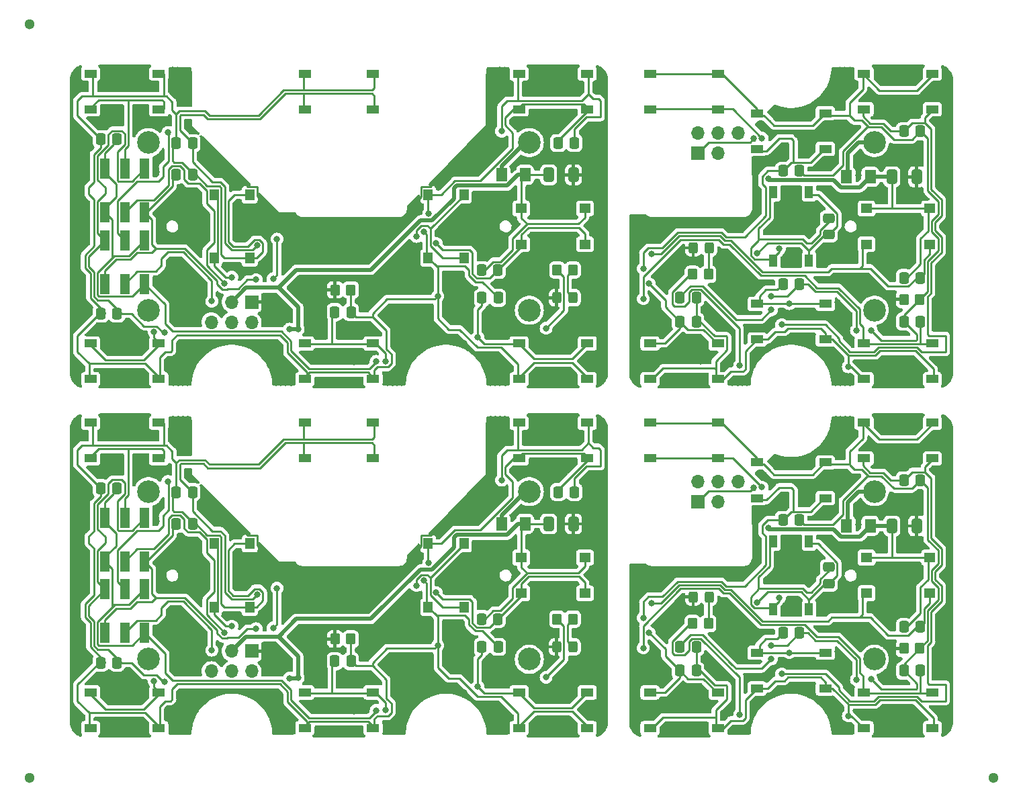
<source format=gtl>
G04 #@! TF.GenerationSoftware,KiCad,Pcbnew,(7.0.0)*
G04 #@! TF.CreationDate,2023-04-30T09:27:40+02:00*
G04 #@! TF.ProjectId,IKEA_Button2,494b4541-5f42-4757-9474-6f6e322e6b69,rev?*
G04 #@! TF.SameCoordinates,Original*
G04 #@! TF.FileFunction,Copper,L1,Top*
G04 #@! TF.FilePolarity,Positive*
%FSLAX46Y46*%
G04 Gerber Fmt 4.6, Leading zero omitted, Abs format (unit mm)*
G04 Created by KiCad (PCBNEW (7.0.0)) date 2023-04-30 09:27:40*
%MOMM*%
%LPD*%
G01*
G04 APERTURE LIST*
G04 Aperture macros list*
%AMRoundRect*
0 Rectangle with rounded corners*
0 $1 Rounding radius*
0 $2 $3 $4 $5 $6 $7 $8 $9 X,Y pos of 4 corners*
0 Add a 4 corners polygon primitive as box body*
4,1,4,$2,$3,$4,$5,$6,$7,$8,$9,$2,$3,0*
0 Add four circle primitives for the rounded corners*
1,1,$1+$1,$2,$3*
1,1,$1+$1,$4,$5*
1,1,$1+$1,$6,$7*
1,1,$1+$1,$8,$9*
0 Add four rect primitives between the rounded corners*
20,1,$1+$1,$2,$3,$4,$5,0*
20,1,$1+$1,$4,$5,$6,$7,0*
20,1,$1+$1,$6,$7,$8,$9,0*
20,1,$1+$1,$8,$9,$2,$3,0*%
G04 Aperture macros list end*
G04 #@! TA.AperFunction,ComponentPad*
%ADD10C,1.000000*%
G04 #@! TD*
G04 #@! TA.AperFunction,SMDPad,CuDef*
%ADD11R,1.600000X1.000000*%
G04 #@! TD*
G04 #@! TA.AperFunction,SMDPad,CuDef*
%ADD12R,1.200000X1.400000*%
G04 #@! TD*
G04 #@! TA.AperFunction,SMDPad,CuDef*
%ADD13RoundRect,0.250000X-0.412500X-0.650000X0.412500X-0.650000X0.412500X0.650000X-0.412500X0.650000X0*%
G04 #@! TD*
G04 #@! TA.AperFunction,SMDPad,CuDef*
%ADD14RoundRect,0.250000X-0.337500X-0.475000X0.337500X-0.475000X0.337500X0.475000X-0.337500X0.475000X0*%
G04 #@! TD*
G04 #@! TA.AperFunction,SMDPad,CuDef*
%ADD15RoundRect,0.250000X0.337500X0.475000X-0.337500X0.475000X-0.337500X-0.475000X0.337500X-0.475000X0*%
G04 #@! TD*
G04 #@! TA.AperFunction,SMDPad,CuDef*
%ADD16RoundRect,0.250000X-0.325000X-0.450000X0.325000X-0.450000X0.325000X0.450000X-0.325000X0.450000X0*%
G04 #@! TD*
G04 #@! TA.AperFunction,SMDPad,CuDef*
%ADD17RoundRect,0.250001X0.462499X0.624999X-0.462499X0.624999X-0.462499X-0.624999X0.462499X-0.624999X0*%
G04 #@! TD*
G04 #@! TA.AperFunction,ComponentPad*
%ADD18R,1.700000X1.700000*%
G04 #@! TD*
G04 #@! TA.AperFunction,ComponentPad*
%ADD19O,1.700000X1.700000*%
G04 #@! TD*
G04 #@! TA.AperFunction,SMDPad,CuDef*
%ADD20RoundRect,0.250000X-0.350000X-0.450000X0.350000X-0.450000X0.350000X0.450000X-0.350000X0.450000X0*%
G04 #@! TD*
G04 #@! TA.AperFunction,SMDPad,CuDef*
%ADD21R,1.400000X1.200000*%
G04 #@! TD*
G04 #@! TA.AperFunction,SMDPad,CuDef*
%ADD22R,1.200000X2.500000*%
G04 #@! TD*
G04 #@! TA.AperFunction,WasherPad*
%ADD23C,1.300000*%
G04 #@! TD*
G04 #@! TA.AperFunction,SMDPad,CuDef*
%ADD24RoundRect,0.250000X0.350000X0.450000X-0.350000X0.450000X-0.350000X-0.450000X0.350000X-0.450000X0*%
G04 #@! TD*
G04 #@! TA.AperFunction,SMDPad,CuDef*
%ADD25RoundRect,0.250000X-0.475000X0.337500X-0.475000X-0.337500X0.475000X-0.337500X0.475000X0.337500X0*%
G04 #@! TD*
G04 #@! TA.AperFunction,SMDPad,CuDef*
%ADD26R,1.000000X1.600000*%
G04 #@! TD*
G04 #@! TA.AperFunction,ComponentPad*
%ADD27C,2.850000*%
G04 #@! TD*
G04 #@! TA.AperFunction,ViaPad*
%ADD28C,0.800000*%
G04 #@! TD*
G04 #@! TA.AperFunction,Conductor*
%ADD29C,0.250000*%
G04 #@! TD*
G04 #@! TA.AperFunction,Conductor*
%ADD30C,0.500000*%
G04 #@! TD*
G04 APERTURE END LIST*
D10*
X131000000Y-41000000D03*
X131000000Y-41000000D03*
D11*
X77199999Y-65749999D03*
X85799999Y-65749999D03*
X77199999Y-70249999D03*
X85799999Y-70249999D03*
D12*
X38749999Y-88999999D03*
X38749999Y-80999999D03*
X43249999Y-88999999D03*
X43249999Y-80999999D03*
D13*
X80937500Y-78500000D03*
X84062500Y-78500000D03*
D11*
X77199999Y-99749999D03*
X85799999Y-99749999D03*
X77199999Y-104249999D03*
X85799999Y-104249999D03*
D12*
X70249999Y-80999999D03*
X70249999Y-88999999D03*
X65749999Y-80999999D03*
X65749999Y-88999999D03*
D14*
X72500000Y-94000000D03*
X74575000Y-94000000D03*
D15*
X26537500Y-96000000D03*
X24462500Y-96000000D03*
D14*
X33962500Y-78500000D03*
X36037500Y-78500000D03*
X82125000Y-74500000D03*
X84200000Y-74500000D03*
D16*
X81950000Y-94000000D03*
X84000000Y-94000000D03*
D17*
X77975000Y-78500000D03*
X75000000Y-78500000D03*
D18*
X43499999Y-94524999D03*
D19*
X43499999Y-97064999D03*
X40959999Y-94524999D03*
X40959999Y-97064999D03*
X38419999Y-97064999D03*
D20*
X82000000Y-46500000D03*
X84000000Y-46500000D03*
D11*
X107199999Y-94749999D03*
X115799999Y-94749999D03*
X107199999Y-99249999D03*
X115799999Y-99249999D03*
D14*
X125712500Y-29000000D03*
X127787500Y-29000000D03*
D13*
X124187500Y-78750000D03*
X127312500Y-78750000D03*
D10*
X104000000Y-85000000D03*
D11*
X129299999Y-70249999D03*
X120699999Y-70249999D03*
X129299999Y-65749999D03*
X120699999Y-65749999D03*
X23199999Y-99749999D03*
X31799999Y-99749999D03*
X23199999Y-104249999D03*
X31799999Y-104249999D03*
D21*
X85499999Y-87249999D03*
X77499999Y-87249999D03*
X85499999Y-82749999D03*
X77499999Y-82749999D03*
D22*
X24999999Y-92249999D03*
X27499999Y-92249999D03*
X29999999Y-92249999D03*
X24999999Y-86749999D03*
X27499999Y-86749999D03*
X29999999Y-86749999D03*
D14*
X125712500Y-73000000D03*
X127787500Y-73000000D03*
X110462500Y-34000000D03*
X112537500Y-34000000D03*
D21*
X85499999Y-43249999D03*
X77499999Y-43249999D03*
X85499999Y-38749999D03*
X77499999Y-38749999D03*
D11*
X50199999Y-55749999D03*
X58799999Y-55749999D03*
X50199999Y-60249999D03*
X58799999Y-60249999D03*
D15*
X26537500Y-74000000D03*
X24462500Y-74000000D03*
X36037500Y-30500000D03*
X33962500Y-30500000D03*
X127787500Y-91500000D03*
X125712500Y-91500000D03*
D23*
X15500000Y-15500000D03*
X15500000Y-15500000D03*
D11*
X77199999Y-55749999D03*
X85799999Y-55749999D03*
X77199999Y-60249999D03*
X85799999Y-60249999D03*
D10*
X87500000Y-85000000D03*
D16*
X99150000Y-87700000D03*
X101200000Y-87700000D03*
D10*
X92000000Y-85000000D03*
D18*
X99709999Y-75749999D03*
D19*
X99709999Y-73209999D03*
X102249999Y-75749999D03*
X102249999Y-73209999D03*
X104789999Y-73209999D03*
D14*
X97462500Y-50000000D03*
X99537500Y-50000000D03*
D20*
X125700000Y-94200000D03*
X127700000Y-94200000D03*
D12*
X38749999Y-44999999D03*
X38749999Y-36999999D03*
X43249999Y-44999999D03*
X43249999Y-36999999D03*
D14*
X53962500Y-51800000D03*
X56037500Y-51800000D03*
D15*
X36037500Y-74500000D03*
X33962500Y-74500000D03*
X74537500Y-46500000D03*
X72462500Y-46500000D03*
D18*
X43499999Y-50524999D03*
D19*
X43499999Y-53064999D03*
X40959999Y-50524999D03*
X40959999Y-53064999D03*
X38419999Y-53064999D03*
D11*
X102299999Y-26249999D03*
X93699999Y-26249999D03*
X102299999Y-21749999D03*
X93699999Y-21749999D03*
D15*
X26537500Y-30000000D03*
X24462500Y-30000000D03*
D22*
X29999999Y-33749999D03*
X27499999Y-33749999D03*
X24999999Y-33749999D03*
X29999999Y-39249999D03*
X27499999Y-39249999D03*
X24999999Y-39249999D03*
D15*
X26537500Y-52000000D03*
X24462500Y-52000000D03*
D11*
X115799999Y-31249999D03*
X107199999Y-31249999D03*
X115799999Y-26749999D03*
X107199999Y-26749999D03*
D14*
X33962500Y-34500000D03*
X36037500Y-34500000D03*
D16*
X99150000Y-43700000D03*
X101200000Y-43700000D03*
D11*
X93699999Y-55749999D03*
X102299999Y-55749999D03*
X93699999Y-60249999D03*
X102299999Y-60249999D03*
D10*
X21500000Y-41000000D03*
D14*
X82125000Y-30500000D03*
X84200000Y-30500000D03*
D10*
X48500000Y-41000000D03*
D15*
X127787500Y-53000000D03*
X125712500Y-53000000D03*
D10*
X87500000Y-41000000D03*
D13*
X124187500Y-34750000D03*
X127312500Y-34750000D03*
D11*
X23199999Y-55749999D03*
X31799999Y-55749999D03*
X23199999Y-60249999D03*
X31799999Y-60249999D03*
D24*
X56000000Y-93000000D03*
X54000000Y-93000000D03*
D22*
X29999999Y-77749999D03*
X27499999Y-77749999D03*
X24999999Y-77749999D03*
X29999999Y-83249999D03*
X27499999Y-83249999D03*
X24999999Y-83249999D03*
D11*
X107199999Y-50749999D03*
X115799999Y-50749999D03*
X107199999Y-55249999D03*
X115799999Y-55249999D03*
D12*
X70249999Y-36999999D03*
X70249999Y-44999999D03*
X65749999Y-36999999D03*
X65749999Y-44999999D03*
D15*
X127787500Y-97000000D03*
X125712500Y-97000000D03*
D16*
X81950000Y-50000000D03*
X84000000Y-50000000D03*
D14*
X53962500Y-95800000D03*
X56037500Y-95800000D03*
X72500000Y-50000000D03*
X74575000Y-50000000D03*
D10*
X104000000Y-41000000D03*
D21*
X128999999Y-87249999D03*
X120999999Y-87249999D03*
X128999999Y-82749999D03*
X120999999Y-82749999D03*
D11*
X58799999Y-70249999D03*
X50199999Y-70249999D03*
X58799999Y-65749999D03*
X50199999Y-65749999D03*
X58799999Y-26249999D03*
X50199999Y-26249999D03*
X58799999Y-21749999D03*
X50199999Y-21749999D03*
D24*
X56000000Y-49000000D03*
X54000000Y-49000000D03*
D11*
X50199999Y-99749999D03*
X58799999Y-99749999D03*
X50199999Y-104249999D03*
X58799999Y-104249999D03*
X120699999Y-55749999D03*
X129299999Y-55749999D03*
X120699999Y-60249999D03*
X129299999Y-60249999D03*
D17*
X121475000Y-34750000D03*
X118500000Y-34750000D03*
D23*
X15500000Y-110500000D03*
X15500000Y-110500000D03*
D11*
X77199999Y-21749999D03*
X85799999Y-21749999D03*
X77199999Y-26249999D03*
X85799999Y-26249999D03*
D22*
X24999999Y-48249999D03*
X27499999Y-48249999D03*
X29999999Y-48249999D03*
X24999999Y-42749999D03*
X27499999Y-42749999D03*
X29999999Y-42749999D03*
D10*
X48500000Y-85000000D03*
D15*
X99537500Y-97000000D03*
X97462500Y-97000000D03*
D14*
X110462500Y-78000000D03*
X112537500Y-78000000D03*
D20*
X125700000Y-50200000D03*
X127700000Y-50200000D03*
X99075000Y-91050000D03*
X101075000Y-91050000D03*
D15*
X99537500Y-53000000D03*
X97462500Y-53000000D03*
D11*
X120699999Y-99749999D03*
X129299999Y-99749999D03*
X120699999Y-104249999D03*
X129299999Y-104249999D03*
D21*
X128999999Y-43249999D03*
X120999999Y-43249999D03*
X128999999Y-38749999D03*
X120999999Y-38749999D03*
D13*
X80937500Y-34500000D03*
X84062500Y-34500000D03*
D10*
X60500000Y-41000000D03*
D11*
X93699999Y-99749999D03*
X102299999Y-99749999D03*
X93699999Y-104249999D03*
X102299999Y-104249999D03*
X115799999Y-75249999D03*
X107199999Y-75249999D03*
X115799999Y-70749999D03*
X107199999Y-70749999D03*
D10*
X92000000Y-41000000D03*
D11*
X102299999Y-70249999D03*
X93699999Y-70249999D03*
X102299999Y-65749999D03*
X93699999Y-65749999D03*
X31799999Y-70249999D03*
X23199999Y-70249999D03*
X31799999Y-65749999D03*
X23199999Y-65749999D03*
D20*
X99075000Y-47050000D03*
X101075000Y-47050000D03*
D25*
X116250000Y-83962500D03*
X116250000Y-86037500D03*
D14*
X97462500Y-94000000D03*
X99537500Y-94000000D03*
D25*
X116250000Y-39962500D03*
X116250000Y-42037500D03*
D10*
X60500000Y-85000000D03*
D15*
X74537500Y-90500000D03*
X72462500Y-90500000D03*
D10*
X131000000Y-85000000D03*
D17*
X77975000Y-34500000D03*
X75000000Y-34500000D03*
D14*
X110462500Y-92250000D03*
X112537500Y-92250000D03*
D11*
X129299999Y-26249999D03*
X120699999Y-26249999D03*
X129299999Y-21749999D03*
X120699999Y-21749999D03*
D26*
X109249999Y-45299999D03*
X109249999Y-36699999D03*
X113749999Y-45299999D03*
X113749999Y-36699999D03*
D17*
X121475000Y-78750000D03*
X118500000Y-78750000D03*
D14*
X110462500Y-48250000D03*
X112537500Y-48250000D03*
D26*
X109249999Y-89299999D03*
X109249999Y-80699999D03*
X113749999Y-89299999D03*
X113749999Y-80699999D03*
D11*
X31799999Y-26249999D03*
X23199999Y-26249999D03*
X31799999Y-21749999D03*
X23199999Y-21749999D03*
D18*
X99709999Y-31749999D03*
D19*
X99709999Y-29209999D03*
X102249999Y-31749999D03*
X102249999Y-29209999D03*
X104789999Y-29209999D03*
D23*
X137000000Y-110500000D03*
X137000000Y-110500000D03*
D15*
X127787500Y-47500000D03*
X125712500Y-47500000D03*
D20*
X82000000Y-90500000D03*
X84000000Y-90500000D03*
D10*
X21500000Y-85000000D03*
D27*
X78500000Y-95565000D03*
X78500000Y-74435000D03*
X78500000Y-51565000D03*
X78500000Y-30435000D03*
X122000000Y-95565000D03*
X122000000Y-74435000D03*
X30500000Y-74435000D03*
X30500000Y-95565000D03*
X30500000Y-30435000D03*
X30500000Y-51565000D03*
X122000000Y-51565000D03*
X122000000Y-30435000D03*
D28*
X110500000Y-55250000D03*
X21250000Y-36500000D03*
X117750000Y-66000000D03*
X113500000Y-99500000D03*
X118700000Y-52800000D03*
X56700000Y-54300000D03*
X79220000Y-100280000D03*
X98500000Y-84750000D03*
X68780000Y-42990000D03*
X115200000Y-89700000D03*
X37640000Y-83510000D03*
X54060000Y-101990000D03*
X113500000Y-55500000D03*
X113700000Y-31700000D03*
X35400000Y-21600000D03*
X73500000Y-25250000D03*
X68000000Y-55250000D03*
X131000000Y-97500000D03*
X102600000Y-88400000D03*
X85380000Y-29040000D03*
X79300000Y-26700000D03*
X95700000Y-48100000D03*
X87750000Y-44500000D03*
X102600000Y-90500000D03*
X131000000Y-50250000D03*
X91900000Y-96000000D03*
X87750000Y-102000000D03*
X79220000Y-56280000D03*
X46250000Y-102250000D03*
X52400000Y-51800000D03*
X35400000Y-69400000D03*
X96330000Y-100400000D03*
X35400000Y-25400000D03*
X121640000Y-89280000D03*
X126770000Y-45300000D03*
X31500000Y-78170000D03*
X101250000Y-84750000D03*
X87750000Y-39250000D03*
X21250000Y-97750000D03*
X50520000Y-57330000D03*
X112280000Y-81070000D03*
X35000000Y-60250000D03*
X125200000Y-81700000D03*
X95740000Y-45900000D03*
X56750000Y-104500000D03*
X25250000Y-60500000D03*
X121000000Y-91400000D03*
X124900000Y-95600000D03*
X27750000Y-21500000D03*
X52400000Y-93800000D03*
X46500000Y-83400000D03*
X83750000Y-104750000D03*
X81560000Y-86180000D03*
X33430000Y-89290000D03*
X74680000Y-75540000D03*
X92000000Y-57750000D03*
X29750000Y-60500000D03*
X91500000Y-43100000D03*
X126700000Y-101700000D03*
X57940000Y-89260000D03*
X64750000Y-56250000D03*
X95700000Y-92100000D03*
X29500000Y-21500000D03*
X59000000Y-40400000D03*
X87750000Y-35750000D03*
X83800000Y-26800000D03*
X21250000Y-91750000D03*
X107800000Y-72400000D03*
X104900000Y-95700000D03*
X103100000Y-97500000D03*
X84300000Y-52800000D03*
X114040000Y-51730000D03*
X21250000Y-58000000D03*
X60110000Y-52110000D03*
X87750000Y-83250000D03*
X114040000Y-95730000D03*
X54800000Y-54400000D03*
X46440000Y-51820000D03*
X131000000Y-23750000D03*
X104800000Y-45800000D03*
X29750000Y-104500000D03*
X87750000Y-81500000D03*
X74940000Y-58780000D03*
X83750000Y-65750000D03*
X105250000Y-104250000D03*
X34900000Y-94400000D03*
X121200000Y-36800000D03*
X95740000Y-89900000D03*
X107250000Y-36500000D03*
X21250000Y-28500000D03*
X117000000Y-58000000D03*
X31940000Y-72180000D03*
X94800000Y-86700000D03*
X113500000Y-26750000D03*
X73750000Y-60250000D03*
X71840000Y-78250000D03*
X87750000Y-28750000D03*
X115700000Y-77600000D03*
X25500000Y-21500000D03*
X21250000Y-87500000D03*
X131000000Y-94250000D03*
X46750000Y-60250000D03*
X68000000Y-34000000D03*
X73500000Y-71000000D03*
X115300000Y-91800000D03*
X87750000Y-32250000D03*
X42390000Y-46710000D03*
X76450000Y-80810000D03*
X91700000Y-99300000D03*
X68980000Y-53060000D03*
X37750000Y-30750000D03*
X42390000Y-90710000D03*
X33300000Y-102300000D03*
X107250000Y-83250000D03*
X36500000Y-101000000D03*
X81710000Y-92180000D03*
X98500000Y-40750000D03*
X36600000Y-97200000D03*
X118500000Y-55000000D03*
X81500000Y-60750000D03*
X106800000Y-29900000D03*
X77670000Y-88870000D03*
X71730000Y-80980000D03*
X21250000Y-89500000D03*
X131000000Y-31750000D03*
X96330000Y-56400000D03*
X122800000Y-77400000D03*
X85380000Y-73040000D03*
X72460000Y-44810000D03*
X45980000Y-49830000D03*
X50000000Y-40400000D03*
X121200000Y-80800000D03*
X120200000Y-102300000D03*
X126770000Y-89300000D03*
X21250000Y-45500000D03*
X120200000Y-58300000D03*
X64750000Y-100250000D03*
X28930000Y-72540000D03*
X55050000Y-91620000D03*
X62000000Y-40400000D03*
X79250000Y-104750000D03*
X57940000Y-45260000D03*
X108400000Y-41640000D03*
X87750000Y-30500000D03*
X73500000Y-23500000D03*
X27750000Y-65500000D03*
X96500000Y-60500000D03*
X110600000Y-31000000D03*
X73250000Y-58500000D03*
X117750000Y-104250000D03*
X121490000Y-24440000D03*
X122800000Y-33400000D03*
X117750000Y-60250000D03*
X124200000Y-74900000D03*
X84490000Y-48300000D03*
X74940000Y-102780000D03*
X124700000Y-98400000D03*
X124160000Y-91400000D03*
X104700000Y-47800000D03*
X25250000Y-104500000D03*
X68720000Y-84100000D03*
X76700000Y-71900000D03*
X38250000Y-55750000D03*
X46900000Y-100000000D03*
X94800000Y-42700000D03*
X113890000Y-41810000D03*
X127640000Y-80520000D03*
X81500000Y-65750000D03*
X95250000Y-40750000D03*
X62000000Y-84400000D03*
X87750000Y-86750000D03*
X129600000Y-71700000D03*
X21250000Y-72500000D03*
X123250000Y-21750000D03*
X107400000Y-56700000D03*
X56750000Y-60500000D03*
X35520000Y-28450000D03*
X85950000Y-102440000D03*
X104900000Y-51700000D03*
X21250000Y-47750000D03*
X103000000Y-49800000D03*
X21250000Y-67500000D03*
X81500000Y-21750000D03*
X73500000Y-21750000D03*
X21250000Y-49750000D03*
X117400000Y-50600000D03*
X97100000Y-46600000D03*
X79250000Y-65750000D03*
X118500000Y-99000000D03*
X110500000Y-99250000D03*
X72400000Y-41100000D03*
X64230000Y-45140000D03*
X68000000Y-78000000D03*
X57000000Y-84400000D03*
X25500000Y-65500000D03*
X76160000Y-52780000D03*
X83800000Y-70800000D03*
X84100000Y-44400000D03*
X62250000Y-104250000D03*
X87750000Y-88500000D03*
X123150000Y-36940000D03*
X124900000Y-51600000D03*
X50000000Y-84400000D03*
X126750000Y-21750000D03*
X63070000Y-97360000D03*
X115300000Y-47800000D03*
X74310000Y-98810000D03*
X122900000Y-53800000D03*
X122900000Y-97800000D03*
X52250000Y-60500000D03*
X87750000Y-37500000D03*
X115200000Y-45700000D03*
X36890000Y-43880000D03*
X103100000Y-53500000D03*
X21250000Y-34500000D03*
X46750000Y-104250000D03*
X76450000Y-36810000D03*
X27500000Y-104500000D03*
X21250000Y-53750000D03*
X87750000Y-51500000D03*
X129600000Y-27700000D03*
X121490000Y-68440000D03*
X56440000Y-102110000D03*
X21250000Y-93750000D03*
X85950000Y-58440000D03*
X119870000Y-76140000D03*
X35500000Y-102500000D03*
X57660000Y-51250000D03*
X69500000Y-76500000D03*
X83950000Y-83660000D03*
X101250000Y-40750000D03*
X118700000Y-96800000D03*
X66500000Y-79500000D03*
X39700000Y-95800000D03*
X35520000Y-72450000D03*
X87750000Y-46250000D03*
X119420000Y-89220000D03*
X81560000Y-42180000D03*
X104700000Y-91800000D03*
X35000000Y-104250000D03*
X131000000Y-78750000D03*
X124100000Y-49600000D03*
X104800000Y-89800000D03*
X36890000Y-87880000D03*
X76160000Y-96780000D03*
X123300000Y-101700000D03*
X87750000Y-72750000D03*
X73250000Y-102500000D03*
X35400000Y-65600000D03*
X29510000Y-26370000D03*
X131000000Y-75750000D03*
X78550000Y-36360000D03*
X72400000Y-85100000D03*
X131000000Y-28750000D03*
X79250000Y-21750000D03*
X52400000Y-49800000D03*
X111000000Y-71000000D03*
X42000000Y-34920000D03*
X71250000Y-74750000D03*
X21250000Y-51750000D03*
X39700000Y-51800000D03*
X87750000Y-76250000D03*
X73500000Y-69250000D03*
X103000000Y-93800000D03*
X83140000Y-76050000D03*
X76700000Y-27900000D03*
X58600000Y-98200000D03*
X91700000Y-55300000D03*
X87750000Y-74500000D03*
X97700000Y-88000000D03*
X111000000Y-27000000D03*
X38250000Y-99750000D03*
X81710000Y-48180000D03*
X120000000Y-78600000D03*
X56700000Y-98300000D03*
X121000000Y-47400000D03*
X75000000Y-21750000D03*
X117750000Y-22000000D03*
X95250000Y-84750000D03*
X71730000Y-36980000D03*
X111210000Y-52280000D03*
X126500000Y-104500000D03*
X31530000Y-92300000D03*
X58600000Y-54200000D03*
X62930000Y-49100000D03*
X105750000Y-84750000D03*
X70250000Y-99750000D03*
X36600000Y-53200000D03*
X21250000Y-23500000D03*
X110600000Y-75000000D03*
X48400000Y-102800000D03*
X63940000Y-82190000D03*
X87750000Y-90250000D03*
X119420000Y-45220000D03*
X60010000Y-90740000D03*
X127700000Y-76900000D03*
X37640000Y-39510000D03*
X62250000Y-60250000D03*
X123250000Y-65750000D03*
X120200000Y-94100000D03*
X84100000Y-81400000D03*
X87750000Y-93750000D03*
X25140000Y-71950000D03*
X124700000Y-54400000D03*
X60110000Y-96110000D03*
X68000000Y-99250000D03*
X28930000Y-28540000D03*
X76500000Y-77500000D03*
X21250000Y-82500000D03*
X87750000Y-23500000D03*
X119550000Y-28620000D03*
X87750000Y-48000000D03*
X21250000Y-38500000D03*
X44750000Y-100500000D03*
X45280000Y-45830000D03*
X83570000Y-55930000D03*
X106800000Y-73900000D03*
X73000000Y-29000000D03*
X108400000Y-85640000D03*
X33540000Y-42830000D03*
X60010000Y-46740000D03*
X115700000Y-87500000D03*
X33300000Y-58300000D03*
X84100000Y-88400000D03*
X68020000Y-91220000D03*
X121640000Y-45280000D03*
X45000000Y-82000000D03*
X116000000Y-100700000D03*
X77670000Y-44870000D03*
X122700000Y-71000000D03*
X119870000Y-32140000D03*
X131000000Y-72750000D03*
X131000000Y-58000000D03*
X35500000Y-58500000D03*
X95700000Y-96700000D03*
X45000000Y-38000000D03*
X48400000Y-58800000D03*
X52670000Y-54260000D03*
X29500000Y-65500000D03*
X68720000Y-40100000D03*
X29700000Y-55000000D03*
X107250000Y-33500000D03*
X31940000Y-28180000D03*
X83140000Y-32050000D03*
X62930000Y-93100000D03*
X131000000Y-91000000D03*
X87750000Y-34000000D03*
X84300000Y-96800000D03*
X107250000Y-39250000D03*
X115700000Y-33600000D03*
X55050000Y-47620000D03*
X52240000Y-45350000D03*
X100100000Y-58000000D03*
X46500000Y-39400000D03*
X79300000Y-70700000D03*
X52400000Y-40400000D03*
X117000000Y-24250000D03*
X68780000Y-86990000D03*
X57660000Y-95250000D03*
X100100000Y-45100000D03*
X21250000Y-30500000D03*
X127700000Y-74600000D03*
X21250000Y-80500000D03*
X117000000Y-68250000D03*
X40750000Y-33750000D03*
X69500000Y-32500000D03*
X99500000Y-104500000D03*
X36500000Y-57000000D03*
X129700000Y-95800000D03*
X52670000Y-98260000D03*
X68980000Y-97060000D03*
X100100000Y-102000000D03*
X87750000Y-95500000D03*
X37750000Y-74750000D03*
X64230000Y-89140000D03*
X46900000Y-56000000D03*
X39250000Y-76250000D03*
X126700000Y-57700000D03*
X73500000Y-27000000D03*
X46440000Y-95820000D03*
X45280000Y-89830000D03*
X127700000Y-32900000D03*
X107400000Y-100700000D03*
X100600000Y-95700000D03*
X127300000Y-26900000D03*
X115700000Y-36300000D03*
X63940000Y-38190000D03*
X117000000Y-102000000D03*
X115060000Y-82590000D03*
X129700000Y-51800000D03*
X75000000Y-65750000D03*
X91500000Y-87100000D03*
X63070000Y-53360000D03*
X83750000Y-60750000D03*
X126500000Y-60500000D03*
X124160000Y-47400000D03*
X83750000Y-21750000D03*
X44750000Y-56500000D03*
X105750000Y-40750000D03*
X87750000Y-53250000D03*
X40750000Y-77750000D03*
X131000000Y-67750000D03*
X113890000Y-85810000D03*
X33430000Y-45290000D03*
X87750000Y-67500000D03*
X59000000Y-84400000D03*
X131000000Y-34750000D03*
X73000000Y-73000000D03*
X29510000Y-70370000D03*
X21250000Y-95750000D03*
X102600000Y-44400000D03*
X83570000Y-99930000D03*
X87750000Y-78000000D03*
X76500000Y-33500000D03*
X24200000Y-54200000D03*
X81500000Y-104750000D03*
X56440000Y-58110000D03*
X127640000Y-36520000D03*
X44500000Y-40500000D03*
X21250000Y-43500000D03*
X24200000Y-98200000D03*
X115700000Y-43500000D03*
X124100000Y-93600000D03*
X54800000Y-98400000D03*
X91900000Y-52000000D03*
X123750000Y-104500000D03*
X71250000Y-30750000D03*
X54500000Y-104500000D03*
X44500000Y-84500000D03*
X111210000Y-96280000D03*
X52400000Y-95800000D03*
X116000000Y-56700000D03*
X87750000Y-97250000D03*
X50520000Y-101330000D03*
X71840000Y-34250000D03*
X66500000Y-35500000D03*
X131000000Y-53500000D03*
X113500000Y-70750000D03*
X99500000Y-60500000D03*
X74460000Y-48220000D03*
X72460000Y-88810000D03*
X87750000Y-79750000D03*
X115060000Y-38590000D03*
X125200000Y-37700000D03*
X73750000Y-104250000D03*
X52250000Y-104500000D03*
X127390000Y-39810000D03*
X21250000Y-74500000D03*
X127700000Y-30600000D03*
X131000000Y-47000000D03*
X54800000Y-84400000D03*
X112300000Y-44300000D03*
X37220000Y-92090000D03*
X122700000Y-27000000D03*
X87750000Y-92000000D03*
X37220000Y-48090000D03*
X131000000Y-102000000D03*
X29700000Y-99000000D03*
X83950000Y-39660000D03*
X102600000Y-46500000D03*
X84100000Y-37400000D03*
X35400000Y-67500000D03*
X35400000Y-23500000D03*
X126750000Y-65750000D03*
X46250000Y-58250000D03*
X95700000Y-52700000D03*
X87750000Y-58000000D03*
X54800000Y-40400000D03*
X87750000Y-49750000D03*
X21250000Y-78500000D03*
X87750000Y-42750000D03*
X68020000Y-47220000D03*
X92000000Y-101750000D03*
X21250000Y-32500000D03*
X34900000Y-50400000D03*
X45980000Y-93830000D03*
X52240000Y-89350000D03*
X113700000Y-75700000D03*
X74310000Y-54810000D03*
X57000000Y-40400000D03*
X73500000Y-67500000D03*
X70250000Y-55750000D03*
X70860000Y-94450000D03*
X120000000Y-34600000D03*
X105250000Y-60250000D03*
X107250000Y-77500000D03*
X79250000Y-60750000D03*
X96500000Y-104500000D03*
X97100000Y-90600000D03*
X100600000Y-51700000D03*
X54500000Y-60500000D03*
X54060000Y-57990000D03*
X112300000Y-88300000D03*
X97700000Y-44000000D03*
X39250000Y-32250000D03*
X127390000Y-83810000D03*
X34830000Y-37060000D03*
X120200000Y-50100000D03*
X70860000Y-50450000D03*
X73500000Y-65750000D03*
X117400000Y-94600000D03*
X25200000Y-56300000D03*
X123300000Y-57700000D03*
X107800000Y-28400000D03*
X42000000Y-78920000D03*
X123750000Y-60500000D03*
X74460000Y-92220000D03*
X84490000Y-92300000D03*
X124200000Y-30900000D03*
X78550000Y-80360000D03*
X52400000Y-84400000D03*
X33540000Y-86830000D03*
X25140000Y-27950000D03*
X21250000Y-102000000D03*
X127300000Y-70900000D03*
X123150000Y-80940000D03*
X107250000Y-80500000D03*
X27500000Y-60500000D03*
X112280000Y-37070000D03*
X119550000Y-72620000D03*
X31530000Y-48300000D03*
X115700000Y-80300000D03*
X21250000Y-76500000D03*
X74680000Y-31540000D03*
X31500000Y-34170000D03*
X100100000Y-89100000D03*
X34830000Y-81060000D03*
X25200000Y-100300000D03*
X80610000Y-53840000D03*
X80610000Y-97840000D03*
X105000000Y-58550000D03*
X105000000Y-102550000D03*
X109000000Y-95530000D03*
X109000000Y-51530000D03*
X72000000Y-99000000D03*
X107825000Y-73875000D03*
X107825000Y-29875000D03*
X72000000Y-55000000D03*
X118700000Y-58700000D03*
X109000000Y-93820000D03*
X109000000Y-49820000D03*
X107192451Y-88399951D03*
X107192451Y-44399951D03*
X121600000Y-98100000D03*
X66962500Y-49800000D03*
X65800000Y-39400000D03*
X121600000Y-54100000D03*
X65800000Y-83400000D03*
X119725000Y-54125000D03*
X65205074Y-85655074D03*
X65205074Y-41655074D03*
X118700000Y-102700000D03*
X119725000Y-98125000D03*
X66962500Y-93800000D03*
X66749647Y-87150353D03*
X93900000Y-44500000D03*
X93900000Y-88500000D03*
X66749647Y-43150353D03*
X49367000Y-97928000D03*
X108600000Y-79000000D03*
X48260000Y-97940000D03*
X108600000Y-35000000D03*
X49367000Y-53928000D03*
X48260000Y-53940000D03*
X46200000Y-47600000D03*
X75000000Y-29000000D03*
X46700000Y-42600000D03*
X93591500Y-92228000D03*
X46200000Y-91600000D03*
X75000000Y-73000000D03*
X46700000Y-86600000D03*
X93591500Y-48228000D03*
X92867000Y-46328000D03*
X92867000Y-90328000D03*
X44190000Y-87410000D03*
X44190000Y-43410000D03*
X110300000Y-97400000D03*
X110300000Y-53400000D03*
X32500000Y-98400000D03*
X32500000Y-54400000D03*
X92867000Y-94128000D03*
X44070000Y-47700000D03*
X44070000Y-91700000D03*
X92867000Y-50128000D03*
X59182914Y-102014569D03*
X110025500Y-87800000D03*
X59182914Y-58014569D03*
X110025500Y-43800000D03*
X60387701Y-101987701D03*
X111270000Y-94750000D03*
X111270000Y-50750000D03*
X60387701Y-57987701D03*
X64290000Y-86278500D03*
X32930000Y-29150000D03*
X64290000Y-42278500D03*
X32930000Y-73150000D03*
X41010000Y-91410000D03*
X41010000Y-47410000D03*
X38470000Y-50430000D03*
X38470000Y-94430000D03*
X31200000Y-54300000D03*
X31200000Y-98300000D03*
X40100000Y-92200000D03*
X40100000Y-48200000D03*
D29*
X106315000Y-30385000D02*
X101075000Y-30385000D01*
X66025000Y-35975000D02*
X64825000Y-35975000D01*
X64825000Y-79975000D02*
X64825000Y-81305000D01*
X45000000Y-38000000D02*
X44175000Y-37175000D01*
X101075000Y-30385000D02*
X99710000Y-31750000D01*
X64825000Y-37305000D02*
X63940000Y-38190000D01*
X66500000Y-79500000D02*
X66025000Y-79975000D01*
X43055000Y-35975000D02*
X42000000Y-34920000D01*
X44175000Y-81175000D02*
X44175000Y-79975000D01*
X43055000Y-79975000D02*
X42000000Y-78920000D01*
X106800000Y-73900000D02*
X106315000Y-74385000D01*
X106315000Y-74385000D02*
X101075000Y-74385000D01*
X101075000Y-74385000D02*
X99710000Y-75750000D01*
X66500000Y-35500000D02*
X66025000Y-35975000D01*
X45000000Y-82000000D02*
X44175000Y-81175000D01*
X66025000Y-79975000D02*
X64825000Y-79975000D01*
X64825000Y-35975000D02*
X64825000Y-37305000D01*
X44175000Y-79975000D02*
X43055000Y-79975000D01*
X44175000Y-35975000D02*
X43055000Y-35975000D01*
X44175000Y-37175000D02*
X44175000Y-35975000D01*
X64825000Y-81305000D02*
X63940000Y-82190000D01*
X106800000Y-29900000D02*
X106315000Y-30385000D01*
X96550000Y-93286827D02*
X98900000Y-90936828D01*
X80610000Y-53840000D02*
X82850000Y-51600000D01*
X105000000Y-58550000D02*
X105000000Y-53836827D01*
X82850000Y-47350000D02*
X82000000Y-46500000D01*
X98961827Y-92950000D02*
X98625000Y-93286827D01*
X96550000Y-50800000D02*
X96550000Y-49286827D01*
X80610000Y-97840000D02*
X82850000Y-95600000D01*
X100113173Y-48950000D02*
X98961827Y-48950000D01*
X98625000Y-50463173D02*
X98038173Y-51050000D01*
X98038173Y-95050000D02*
X96800000Y-95050000D01*
X96550000Y-49286827D02*
X98900000Y-46936828D01*
X82850000Y-51600000D02*
X82850000Y-47350000D01*
X105000000Y-102550000D02*
X105000000Y-97836827D01*
X96800000Y-95050000D02*
X96550000Y-94800000D01*
X82850000Y-95600000D02*
X82850000Y-91350000D01*
X98625000Y-94463173D02*
X98038173Y-95050000D01*
X96800000Y-51050000D02*
X96550000Y-50800000D01*
X98625000Y-49286827D02*
X98625000Y-50463173D01*
X105000000Y-53836827D02*
X100113173Y-48950000D01*
X100113173Y-92950000D02*
X98961827Y-92950000D01*
X96550000Y-94800000D02*
X96550000Y-93286827D01*
X98038173Y-51050000D02*
X96800000Y-51050000D01*
X98625000Y-93286827D02*
X98625000Y-94463173D01*
X98961827Y-48950000D02*
X98625000Y-49286827D01*
X82850000Y-91350000D02*
X82000000Y-90500000D01*
X105000000Y-97836827D02*
X100113173Y-92950000D01*
D30*
X122000000Y-30435000D02*
X119978172Y-30435000D01*
X119978172Y-74435000D02*
X118625000Y-75788172D01*
X118625000Y-75788172D02*
X118625000Y-78625000D01*
X75000000Y-78500000D02*
X75000000Y-77412500D01*
X118625000Y-31788172D02*
X118625000Y-34625000D01*
X77977500Y-74435000D02*
X78500000Y-74435000D01*
X75000000Y-33412500D02*
X77977500Y-30435000D01*
X118625000Y-78625000D02*
X118500000Y-78750000D01*
X75000000Y-34500000D02*
X75000000Y-33412500D01*
X75000000Y-77412500D02*
X77977500Y-74435000D01*
X118625000Y-34625000D02*
X118500000Y-34750000D01*
X122000000Y-74435000D02*
X119978172Y-74435000D01*
X119978172Y-30435000D02*
X118625000Y-31788172D01*
X77977500Y-30435000D02*
X78500000Y-30435000D01*
D29*
X104150000Y-26200000D02*
X107825000Y-29875000D01*
X72000000Y-51510000D02*
X72000000Y-55000000D01*
X98775431Y-92500000D02*
X97462500Y-93812931D01*
X104099569Y-52300000D02*
X100299569Y-48500000D01*
X83900000Y-57700000D02*
X79100000Y-57700000D01*
X104100000Y-96300000D02*
X104099569Y-96300000D01*
X102450000Y-26200000D02*
X104150000Y-26200000D01*
X77200000Y-99800000D02*
X77050000Y-99800000D01*
X104150000Y-70200000D02*
X107825000Y-73875000D01*
X79100000Y-101700000D02*
X77200000Y-99800000D01*
X79100000Y-101700000D02*
X83850000Y-101700000D01*
X72500000Y-95010000D02*
X72000000Y-95510000D01*
X107795000Y-52735000D02*
X104535000Y-52735000D01*
X72800000Y-99800000D02*
X77050000Y-99800000D01*
X72000000Y-95510000D02*
X72000000Y-99000000D01*
X102450000Y-70200000D02*
X104150000Y-70200000D01*
X107795000Y-96735000D02*
X104535000Y-96735000D01*
X109000000Y-51530000D02*
X107795000Y-52735000D01*
X104100000Y-52300000D02*
X104099569Y-52300000D01*
X97462500Y-93812931D02*
X97462500Y-94000000D01*
X109000000Y-95530000D02*
X107795000Y-96735000D01*
X104099569Y-96300000D02*
X100299569Y-92500000D01*
X104535000Y-52735000D02*
X104100000Y-52300000D01*
X83850000Y-101700000D02*
X85800000Y-99750000D01*
X77200000Y-55800000D02*
X77050000Y-55800000D01*
X100299569Y-48500000D02*
X98775431Y-48500000D01*
X72500000Y-94000000D02*
X72500000Y-95010000D01*
X72500000Y-51010000D02*
X72000000Y-51510000D01*
X72000000Y-99000000D02*
X72800000Y-99800000D01*
X72800000Y-55800000D02*
X77050000Y-55800000D01*
X100299569Y-92500000D02*
X98775431Y-92500000D01*
X79100000Y-57700000D02*
X77200000Y-55800000D01*
X72000000Y-55000000D02*
X72800000Y-55800000D01*
X98775431Y-48500000D02*
X97462500Y-49812931D01*
X93550000Y-70200000D02*
X102450000Y-70200000D01*
X83900000Y-57700000D02*
X85800000Y-55800000D01*
X72500000Y-50000000D02*
X72500000Y-51010000D01*
X104535000Y-96735000D02*
X104100000Y-96300000D01*
X97462500Y-49812931D02*
X97462500Y-50000000D01*
X93550000Y-26200000D02*
X102450000Y-26200000D01*
X66962500Y-93800000D02*
X66962500Y-96624683D01*
X41181396Y-87525000D02*
X40575000Y-86918604D01*
X23625000Y-79410000D02*
X22970000Y-80065000D01*
X125712500Y-97000000D02*
X127337500Y-98625000D01*
X60560000Y-94170000D02*
X66592500Y-94170000D01*
X102450000Y-65800000D02*
X102800000Y-65800000D01*
X125712500Y-53000000D02*
X125712500Y-52187500D01*
X113137500Y-34600000D02*
X116749328Y-34600000D01*
X76550000Y-26200000D02*
X77050000Y-26200000D01*
X66962500Y-93800000D02*
X66962500Y-90212500D01*
X129200000Y-40325000D02*
X130025000Y-39500000D01*
X40100000Y-89000000D02*
X39675000Y-88575000D01*
X72324328Y-35275000D02*
X76400000Y-31199328D01*
X50050000Y-67813198D02*
X47536802Y-67813198D01*
X117300000Y-83386827D02*
X114913173Y-81000000D01*
X128700000Y-36500000D02*
X128700000Y-29912500D01*
X70890000Y-46530000D02*
X70385000Y-46025000D01*
X129200000Y-84325000D02*
X130025000Y-83500000D01*
X37879594Y-79908198D02*
X36471396Y-78500000D01*
X60675707Y-58725000D02*
X59325000Y-58725000D01*
X116713604Y-55250000D02*
X115500000Y-55250000D01*
X128700000Y-45400000D02*
X130025000Y-44075000D01*
X127250000Y-55350000D02*
X122850000Y-55350000D01*
X66775000Y-90025000D02*
X70385000Y-90025000D01*
X33500000Y-31140000D02*
X33500000Y-32720000D01*
X83750000Y-28538604D02*
X85950000Y-26338604D01*
X108960000Y-49820000D02*
X110967500Y-49820000D01*
X39675000Y-44575000D02*
X39675000Y-36160000D01*
X33750000Y-32970000D02*
X34694569Y-32970000D01*
X118870000Y-70900000D02*
X118870000Y-69405000D01*
X102000000Y-103000000D02*
X102000000Y-104250000D01*
X58726802Y-23813198D02*
X58950000Y-23590000D01*
X59325000Y-58725000D02*
X58950000Y-59100000D01*
X113750000Y-44050000D02*
X113750000Y-45000000D01*
X30100000Y-102300000D02*
X31950000Y-104150000D01*
X23000000Y-102300000D02*
X23160000Y-102300000D01*
X33490000Y-70330000D02*
X34000000Y-70840000D01*
X116250000Y-86037500D02*
X115762500Y-86037500D01*
X32400000Y-68586396D02*
X32386396Y-68600000D01*
X102000000Y-102000000D02*
X102000000Y-103000000D01*
X119725000Y-51634188D02*
X117290812Y-49200000D01*
X38166396Y-27000000D02*
X37636396Y-26470000D01*
X48000000Y-56936396D02*
X48000000Y-55636396D01*
X118700000Y-101236396D02*
X116713604Y-99250000D01*
X65205074Y-85655074D02*
X65574647Y-86024647D01*
X116749328Y-78600000D02*
X118050000Y-77299328D01*
X118738604Y-57275000D02*
X122111396Y-57275000D01*
X112537500Y-78000000D02*
X113137500Y-78600000D01*
X34110000Y-98690000D02*
X33475000Y-99325000D01*
X72324328Y-79275000D02*
X76400000Y-75199328D01*
X70890000Y-91189569D02*
X70890000Y-90530000D01*
X23160000Y-102300000D02*
X30100000Y-102300000D01*
X69700000Y-98000000D02*
X71950000Y-100250000D01*
X34370000Y-70470000D02*
X34000000Y-70840000D01*
X32625000Y-100825000D02*
X31950000Y-101500000D01*
X119725000Y-95634188D02*
X117290812Y-93200000D01*
X60560000Y-50170000D02*
X66592500Y-50170000D01*
X58950000Y-60200000D02*
X58156802Y-59406802D01*
X108800000Y-71740000D02*
X108800000Y-71725000D01*
X58950000Y-104200000D02*
X58156802Y-103406802D01*
X25000000Y-52000000D02*
X24300000Y-52000000D01*
X31950000Y-57500000D02*
X31950000Y-60200000D01*
X23500000Y-24600000D02*
X22100000Y-24600000D01*
X58736396Y-52400000D02*
X58736396Y-51993604D01*
X105725000Y-56725000D02*
X105725000Y-59000000D01*
X58736396Y-51993604D02*
X60560000Y-50170000D01*
X72575000Y-48000000D02*
X71700431Y-48000000D01*
X58736396Y-96400000D02*
X58736396Y-95993604D01*
X50050000Y-67813198D02*
X58726802Y-67813198D01*
X118700000Y-57236396D02*
X118738604Y-57275000D01*
X118050000Y-33299328D02*
X118050000Y-31550000D01*
X24462500Y-30000000D02*
X24462500Y-31064708D01*
X77050000Y-104200000D02*
X79100000Y-102150000D01*
X129200000Y-85685000D02*
X129200000Y-84325000D01*
X103425000Y-56575000D02*
X102000000Y-58000000D01*
X121263604Y-72500000D02*
X120421802Y-71658198D01*
X44100000Y-89000000D02*
X44915000Y-88185000D01*
X36471396Y-34500000D02*
X36037500Y-34500000D01*
X33475000Y-55325000D02*
X33475000Y-56640000D01*
X56000000Y-51762500D02*
X56037500Y-51800000D01*
X99537500Y-97000000D02*
X100036396Y-97000000D01*
X95350000Y-102900000D02*
X101900000Y-102900000D01*
X68337816Y-54000000D02*
X69700000Y-54000000D01*
X69111828Y-35275000D02*
X72324328Y-35275000D01*
X50843198Y-59406802D02*
X50050000Y-60200000D01*
X125712500Y-53000000D02*
X127337500Y-54625000D01*
X32750000Y-68600000D02*
X33490000Y-69340000D01*
X107200000Y-99250000D02*
X105725000Y-100725000D01*
X23625000Y-35410000D02*
X22970000Y-36065000D01*
X23050000Y-102410000D02*
X23160000Y-102300000D01*
X122111396Y-57275000D02*
X122686396Y-56700000D01*
X65574647Y-88824647D02*
X65750000Y-89000000D01*
X66962500Y-46212500D02*
X66610000Y-45860000D01*
X103425000Y-54925000D02*
X103425000Y-56575000D01*
X41345000Y-37000000D02*
X43250000Y-37000000D01*
X118700000Y-101236396D02*
X118738604Y-101275000D01*
X21525000Y-27062500D02*
X24462500Y-30000000D01*
X39675000Y-80160000D02*
X39423198Y-79908198D01*
X44350000Y-71000000D02*
X38166396Y-71000000D01*
X66592500Y-94170000D02*
X66962500Y-93800000D01*
X129450000Y-102986396D02*
X129450000Y-104200000D01*
X128700000Y-89400000D02*
X130025000Y-88075000D01*
X70890000Y-47189569D02*
X70890000Y-46530000D01*
X43250000Y-89000000D02*
X44100000Y-89000000D01*
X114563604Y-49200000D02*
X113613604Y-48250000D01*
X21525000Y-25175000D02*
X21525000Y-27062500D01*
X66610000Y-89860000D02*
X66775000Y-90025000D01*
X115762500Y-86037500D02*
X113750000Y-88050000D01*
X47053604Y-54690000D02*
X34110000Y-54690000D01*
X100036396Y-53000000D02*
X101861396Y-54825000D01*
X116250000Y-86037500D02*
X117300000Y-84987500D01*
X77050000Y-60200000D02*
X79100000Y-58150000D01*
X102925000Y-60250000D02*
X103900000Y-59275000D01*
X130025000Y-44075000D02*
X130025000Y-42510000D01*
X66962500Y-52624683D02*
X68337816Y-54000000D01*
X122850000Y-55350000D02*
X121600000Y-54100000D01*
X44915000Y-43109695D02*
X44490305Y-42685000D01*
X33475000Y-56640000D02*
X33290000Y-56825000D01*
X65574647Y-42024647D02*
X65574647Y-44824647D01*
X105450000Y-103275000D02*
X103900000Y-103275000D01*
X23500000Y-68600000D02*
X22100000Y-68600000D01*
X39675000Y-88575000D02*
X39675000Y-80160000D01*
X70890000Y-90530000D02*
X70385000Y-90025000D01*
X33500000Y-76720000D02*
X33750000Y-76970000D01*
X108517402Y-43075000D02*
X112775000Y-43075000D01*
X121100000Y-28500000D02*
X121500000Y-28500000D01*
X112537500Y-34000000D02*
X113137500Y-34600000D01*
X33490000Y-25340000D02*
X33490000Y-26330000D01*
X65750000Y-89000000D02*
X66610000Y-89860000D01*
X118870000Y-25405000D02*
X118872500Y-25402500D01*
X24300000Y-96000000D02*
X21525000Y-98775000D01*
X118050000Y-77299328D02*
X118050000Y-75550000D01*
X75450000Y-27300000D02*
X76550000Y-26200000D01*
X103325000Y-98825000D02*
X103425000Y-98925000D01*
X32750000Y-24600000D02*
X33490000Y-25340000D01*
X74950000Y-100250000D02*
X77050000Y-102350000D01*
X25000000Y-95847792D02*
X25000000Y-96000000D01*
X111100000Y-97850000D02*
X110650000Y-98300000D01*
X115800000Y-54450000D02*
X115200000Y-53850000D01*
X31950000Y-104150000D02*
X31950000Y-104200000D01*
X101861396Y-54825000D02*
X103325000Y-54825000D01*
X108517402Y-87075000D02*
X112775000Y-87075000D01*
X50470406Y-103406802D02*
X48000000Y-100936396D01*
X36037500Y-34500000D02*
X36037500Y-34312930D01*
X102925000Y-104250000D02*
X103900000Y-103275000D01*
X34694569Y-76970000D02*
X36037500Y-78312930D01*
X22500000Y-46276396D02*
X23175000Y-46951396D01*
X65750000Y-37000000D02*
X67386828Y-37000000D01*
X118870000Y-27070000D02*
X118870000Y-26900000D01*
X34000000Y-70840000D02*
X34000000Y-74462500D01*
X93550000Y-65800000D02*
X102450000Y-65800000D01*
X130025000Y-83500000D02*
X130025000Y-81825000D01*
X82125000Y-30175000D02*
X83590000Y-28710000D01*
X77625000Y-69625000D02*
X85375000Y-69625000D01*
X58736396Y-96400000D02*
X56637500Y-96400000D01*
X24462500Y-31064708D02*
X23625000Y-31902208D01*
X60475000Y-56486091D02*
X61112701Y-57123792D01*
X115800000Y-98450000D02*
X115200000Y-97850000D01*
X36037500Y-78500000D02*
X36037500Y-78312930D01*
X43250000Y-89000000D02*
X40100000Y-89000000D01*
X129450000Y-65800000D02*
X127390000Y-67860000D01*
X22500000Y-44613604D02*
X22500000Y-46276396D01*
X119458198Y-27658198D02*
X118870000Y-27070000D01*
X105450000Y-59275000D02*
X103900000Y-59275000D01*
X79100000Y-102150000D02*
X83900000Y-102150000D01*
X25000000Y-51847792D02*
X25000000Y-52000000D01*
X77050000Y-70200000D02*
X77625000Y-69625000D01*
X122111396Y-101275000D02*
X122686396Y-100700000D01*
X47053604Y-98690000D02*
X34110000Y-98690000D01*
X82300000Y-74000000D02*
X83590000Y-72710000D01*
X44100000Y-45000000D02*
X44915000Y-44185000D01*
X128700000Y-73912500D02*
X127787500Y-73000000D01*
X120421802Y-71658198D02*
X119458198Y-71658198D01*
X76400000Y-29200000D02*
X75450000Y-28250000D01*
X33290000Y-100825000D02*
X32625000Y-100825000D01*
X115762500Y-42037500D02*
X113750000Y-44050000D01*
X75450000Y-28250000D02*
X75450000Y-27300000D01*
X23500000Y-68600000D02*
X32386396Y-68600000D01*
X65750000Y-37000000D02*
X65750000Y-39350000D01*
X23175000Y-50022792D02*
X25000000Y-51847792D01*
X44915000Y-44185000D02*
X44915000Y-43109695D01*
X105725000Y-100725000D02*
X105725000Y-103000000D01*
X22970000Y-36930000D02*
X23625000Y-37585000D01*
X71950000Y-56250000D02*
X74950000Y-56250000D01*
X33962500Y-74500000D02*
X33962500Y-74677500D01*
X66775000Y-46025000D02*
X70385000Y-46025000D01*
X23175000Y-94022792D02*
X25000000Y-95847792D01*
X118050000Y-31550000D02*
X121100000Y-28500000D01*
X33750000Y-76970000D02*
X34694569Y-76970000D01*
X115500000Y-71000000D02*
X118770000Y-71000000D01*
X23625000Y-81585000D02*
X23625000Y-87488604D01*
X34694569Y-32970000D02*
X36037500Y-34312930D01*
X38166396Y-71000000D02*
X37636396Y-70470000D01*
X65574647Y-86024647D02*
X65574647Y-88824647D01*
X33962500Y-74677500D02*
X33500000Y-75140000D01*
X65750000Y-83350000D02*
X65800000Y-83400000D01*
X112775000Y-87075000D02*
X113750000Y-88050000D01*
X118700000Y-102700000D02*
X118700000Y-101236396D01*
X65750000Y-45000000D02*
X66610000Y-45860000D01*
X102300000Y-60250000D02*
X102925000Y-60250000D01*
X37879594Y-35908198D02*
X36471396Y-34500000D01*
X22100000Y-68600000D02*
X21525000Y-69175000D01*
X110650000Y-98300000D02*
X109500000Y-98300000D01*
X118700000Y-102700000D02*
X119050000Y-102700000D01*
X50050000Y-104200000D02*
X50470406Y-103779594D01*
X32386396Y-24600000D02*
X32750000Y-24600000D01*
X22970000Y-80065000D02*
X22970000Y-80930000D01*
X56637500Y-52400000D02*
X56037500Y-51800000D01*
X33290000Y-56825000D02*
X32625000Y-56825000D01*
X34110000Y-54690000D02*
X33475000Y-55325000D01*
X118700000Y-58700000D02*
X118700000Y-57236396D01*
X114913173Y-37000000D02*
X113750000Y-37000000D01*
X21525000Y-56825000D02*
X23000000Y-58300000D01*
X23160000Y-58300000D02*
X30100000Y-58300000D01*
X23625000Y-75902208D02*
X23625000Y-79410000D01*
X44915000Y-87109695D02*
X44490305Y-86685000D01*
X42995000Y-87525000D02*
X41181396Y-87525000D01*
X119050000Y-102700000D02*
X120550000Y-104200000D01*
X110650000Y-54300000D02*
X109500000Y-54300000D01*
X107200000Y-55250000D02*
X105725000Y-56725000D01*
X75450000Y-71300000D02*
X76550000Y-70200000D01*
X50470406Y-103779594D02*
X50470406Y-103406802D01*
X41345000Y-81000000D02*
X43250000Y-81000000D01*
X112775000Y-43075000D02*
X113750000Y-44050000D01*
X40575000Y-86918604D02*
X40575000Y-81770000D01*
X114210000Y-28290000D02*
X109350000Y-28290000D01*
X25000000Y-96000000D02*
X24300000Y-96000000D01*
X118050000Y-75550000D02*
X121100000Y-72500000D01*
X130025000Y-42510000D02*
X129200000Y-41685000D01*
X34000000Y-30462500D02*
X33962500Y-30500000D01*
X110967500Y-49820000D02*
X112537500Y-48250000D01*
X122900000Y-72500000D02*
X124450000Y-74050000D01*
X65750000Y-81000000D02*
X67386828Y-81000000D01*
X108550000Y-99250000D02*
X107500000Y-99250000D01*
X125712500Y-96187500D02*
X127700000Y-94200000D01*
X61112701Y-58288006D02*
X60675707Y-58725000D01*
X113613604Y-92250000D02*
X112537500Y-92250000D01*
X66610000Y-45860000D02*
X66775000Y-46025000D01*
X126737500Y-30050000D02*
X127787500Y-29000000D01*
X83750000Y-72538604D02*
X85950000Y-70338604D01*
X120550000Y-65800000D02*
X122610000Y-67860000D01*
X121500000Y-28500000D02*
X121263604Y-28500000D01*
X77625000Y-25625000D02*
X85375000Y-25625000D01*
X117290812Y-93200000D02*
X114563604Y-93200000D01*
X31950000Y-60150000D02*
X31950000Y-60200000D01*
X66962500Y-49800000D02*
X66962500Y-52624683D01*
X129200000Y-41685000D02*
X129200000Y-40325000D01*
X127250000Y-99350000D02*
X122850000Y-99350000D01*
X127700000Y-50200000D02*
X128700000Y-49200000D01*
X108075000Y-71000000D02*
X107500000Y-71000000D01*
X43250000Y-45000000D02*
X44100000Y-45000000D01*
X77050000Y-26200000D02*
X77625000Y-25625000D01*
X67386828Y-81000000D02*
X69111828Y-79275000D01*
X21525000Y-54775000D02*
X21525000Y-56825000D01*
X108800000Y-71725000D02*
X108075000Y-71000000D01*
X69700000Y-54000000D02*
X71950000Y-56250000D01*
X50050000Y-65800000D02*
X50050000Y-67813198D01*
X115500000Y-71000000D02*
X114210000Y-72290000D01*
X118770000Y-27000000D02*
X118870000Y-26900000D01*
X127337500Y-98625000D02*
X127337500Y-99262500D01*
X40575000Y-81770000D02*
X41345000Y-81000000D01*
X83900000Y-58150000D02*
X85950000Y-60200000D01*
X61112701Y-57123792D02*
X61112701Y-58288006D01*
X127700000Y-94200000D02*
X128700000Y-93200000D01*
X108550000Y-55250000D02*
X107500000Y-55250000D01*
X102000000Y-58000000D02*
X102000000Y-59000000D01*
X37636396Y-26470000D02*
X34370000Y-26470000D01*
X118872500Y-69402500D02*
X120550000Y-67725000D01*
X33500000Y-32720000D02*
X33750000Y-32970000D01*
X32386396Y-68600000D02*
X32750000Y-68600000D01*
X72575000Y-92000000D02*
X71700431Y-92000000D01*
X119725000Y-98125000D02*
X119725000Y-95634188D01*
X76400000Y-31199328D02*
X76400000Y-29200000D01*
X60475000Y-100486091D02*
X61112701Y-101123792D01*
X99537500Y-53000000D02*
X99537500Y-50000000D01*
X32400000Y-21800000D02*
X32400000Y-24586396D01*
X50050000Y-23813198D02*
X58726802Y-23813198D01*
X102800000Y-65800000D02*
X107200000Y-70200000D01*
X119458198Y-71658198D02*
X118870000Y-71070000D01*
X76550000Y-70200000D02*
X77050000Y-70200000D01*
X22970000Y-36065000D02*
X22970000Y-36930000D01*
X50470406Y-59406802D02*
X48000000Y-56936396D01*
X22500000Y-88613604D02*
X22500000Y-90276396D01*
X71700431Y-92000000D02*
X70890000Y-91189569D01*
X116250000Y-42037500D02*
X117300000Y-40987500D01*
X42995000Y-43525000D02*
X41181396Y-43525000D01*
X117300000Y-84987500D02*
X117300000Y-83386827D01*
X58950000Y-103100000D02*
X58950000Y-104200000D01*
X127163604Y-56700000D02*
X129450000Y-58986396D01*
X117290812Y-49200000D02*
X114563604Y-49200000D01*
X44350000Y-27000000D02*
X38166396Y-27000000D01*
X50050000Y-21800000D02*
X50050000Y-23813198D01*
X50470406Y-59779594D02*
X50470406Y-59406802D01*
X21525000Y-71062500D02*
X24462500Y-74000000D01*
X83590000Y-72710000D02*
X83750000Y-72550000D01*
X67386828Y-37000000D02*
X69111828Y-35275000D01*
X44915000Y-88185000D02*
X44915000Y-87109695D01*
X107200000Y-26200000D02*
X107200000Y-27000000D01*
X128700000Y-80500000D02*
X128700000Y-73912500D01*
X61112701Y-102288006D02*
X60675707Y-102725000D01*
X33500000Y-75140000D02*
X33500000Y-76720000D01*
X129450000Y-58986396D02*
X129450000Y-60200000D01*
X22500000Y-90276396D02*
X23175000Y-90951396D01*
X56000000Y-49000000D02*
X56000000Y-51762500D01*
X122850000Y-99350000D02*
X121600000Y-98100000D01*
X79100000Y-58150000D02*
X83900000Y-58150000D01*
X21525000Y-69175000D02*
X21525000Y-71062500D01*
X109350000Y-72290000D02*
X108800000Y-71740000D01*
X105725000Y-59000000D02*
X105450000Y-59275000D01*
X74575000Y-50000000D02*
X72575000Y-48000000D01*
X125712500Y-97000000D02*
X125712500Y-96187500D01*
X36471396Y-78500000D02*
X36037500Y-78500000D01*
X119050000Y-58700000D02*
X120550000Y-60200000D01*
X111100000Y-53850000D02*
X110650000Y-54300000D01*
X66962500Y-96624683D02*
X68337816Y-98000000D01*
X37636396Y-70470000D02*
X34370000Y-70470000D01*
X48000000Y-55636396D02*
X47053604Y-54690000D01*
X24462500Y-74000000D02*
X24462500Y-75064708D01*
X34000000Y-74462500D02*
X33962500Y-74500000D01*
X41181396Y-43525000D02*
X40575000Y-42918604D01*
X59325000Y-102725000D02*
X58950000Y-103100000D01*
X82125000Y-74175000D02*
X83590000Y-72710000D01*
X127337500Y-55262500D02*
X127250000Y-55350000D01*
X109500000Y-54300000D02*
X108550000Y-55250000D01*
X115200000Y-53850000D02*
X111100000Y-53850000D01*
X128700000Y-93200000D02*
X128700000Y-89400000D01*
X113750000Y-88050000D02*
X113750000Y-89000000D01*
X130025000Y-37825000D02*
X128700000Y-36500000D01*
X83750000Y-72550000D02*
X83750000Y-72538604D01*
X39423198Y-35908198D02*
X37879594Y-35908198D01*
X23625000Y-43488604D02*
X22500000Y-44613604D01*
X82125000Y-74000000D02*
X82300000Y-74000000D01*
X22100000Y-24600000D02*
X21525000Y-25175000D01*
X118700000Y-57236396D02*
X116713604Y-55250000D01*
X74575000Y-94000000D02*
X72575000Y-92000000D01*
X121500000Y-72500000D02*
X121263604Y-72500000D01*
X115200000Y-97850000D02*
X111100000Y-97850000D01*
X93550000Y-21800000D02*
X102450000Y-21800000D01*
X101900000Y-102900000D02*
X102000000Y-103000000D01*
X103425000Y-98925000D02*
X103425000Y-100575000D01*
X124450000Y-74050000D02*
X126737500Y-74050000D01*
X120550000Y-21800000D02*
X122610000Y-23860000D01*
X65205074Y-41655074D02*
X65574647Y-42024647D01*
X82125000Y-74500000D02*
X82125000Y-74175000D01*
X125712500Y-52187500D02*
X127700000Y-50200000D01*
X117300000Y-40987500D02*
X117300000Y-39386827D01*
X94000000Y-60250000D02*
X95350000Y-58900000D01*
X124450000Y-30050000D02*
X126737500Y-30050000D01*
X102800000Y-21800000D02*
X107200000Y-26200000D01*
X23625000Y-31902208D02*
X23625000Y-35410000D01*
X114913173Y-81000000D02*
X113750000Y-81000000D01*
X77050000Y-102350000D02*
X77050000Y-104200000D01*
X34370000Y-26470000D02*
X34000000Y-26840000D01*
X110967500Y-93820000D02*
X112537500Y-92250000D01*
X120550000Y-67725000D02*
X120550000Y-65800000D01*
X23625000Y-87488604D02*
X22500000Y-88613604D01*
X56637500Y-96400000D02*
X56037500Y-95800000D01*
X127337500Y-99262500D02*
X127250000Y-99350000D01*
X130025000Y-81825000D02*
X128700000Y-80500000D01*
X105725000Y-103000000D02*
X105450000Y-103275000D01*
X108800000Y-27740000D02*
X108800000Y-27725000D01*
X126737500Y-74050000D02*
X127787500Y-73000000D01*
X65574647Y-44824647D02*
X65750000Y-45000000D01*
X122900000Y-28500000D02*
X124450000Y-30050000D01*
X58736396Y-96400000D02*
X60475000Y-98138604D01*
X118870000Y-71070000D02*
X118870000Y-70900000D01*
X43250000Y-45000000D02*
X40100000Y-45000000D01*
X33962500Y-30677500D02*
X33500000Y-31140000D01*
X83590000Y-28710000D02*
X83750000Y-28550000D01*
X114210000Y-72290000D02*
X109350000Y-72290000D01*
X108960000Y-93820000D02*
X110967500Y-93820000D01*
X48000000Y-100936396D02*
X48000000Y-99636396D01*
X56000000Y-93000000D02*
X56000000Y-95762500D01*
X103425000Y-100575000D02*
X102000000Y-102000000D01*
X65750000Y-39350000D02*
X65800000Y-39400000D01*
X130025000Y-88075000D02*
X130025000Y-86510000D01*
X118872500Y-25402500D02*
X120550000Y-23725000D01*
X108075000Y-27000000D02*
X107500000Y-27000000D01*
X85950000Y-26338604D02*
X85950000Y-26200000D01*
X113137500Y-78600000D02*
X116749328Y-78600000D01*
X100036396Y-97000000D02*
X101861396Y-98825000D01*
X47536802Y-67813198D02*
X44350000Y-71000000D01*
X121100000Y-72500000D02*
X121500000Y-72500000D01*
X56000000Y-95762500D02*
X56037500Y-95800000D01*
X60475000Y-54138604D02*
X60475000Y-56486091D01*
X32625000Y-56825000D02*
X31950000Y-57500000D01*
X101861396Y-98825000D02*
X103325000Y-98825000D01*
X23500000Y-24600000D02*
X32386396Y-24600000D01*
X23000000Y-58300000D02*
X23160000Y-58300000D01*
X122610000Y-67860000D02*
X127390000Y-67860000D01*
X21525000Y-100825000D02*
X23000000Y-102300000D01*
X58950000Y-23590000D02*
X58950000Y-21800000D01*
X66592500Y-50170000D02*
X66962500Y-49800000D01*
X85950000Y-70338604D02*
X85950000Y-70200000D01*
X128700000Y-29912500D02*
X127787500Y-29000000D01*
X33490000Y-26330000D02*
X34000000Y-26840000D01*
X122686396Y-56700000D02*
X127163604Y-56700000D01*
X99537500Y-97000000D02*
X99537500Y-94000000D01*
X117300000Y-39386827D02*
X114913173Y-37000000D01*
X82300000Y-30000000D02*
X83590000Y-28710000D01*
X30100000Y-58300000D02*
X31950000Y-60150000D01*
X120550000Y-23725000D02*
X120550000Y-21800000D01*
X77050000Y-58350000D02*
X77050000Y-60200000D01*
X23050000Y-60200000D02*
X23050000Y-58410000D01*
X107192451Y-88399951D02*
X108517402Y-87075000D01*
X128700000Y-49200000D02*
X128700000Y-45400000D01*
X68337816Y-98000000D02*
X69700000Y-98000000D01*
X118738604Y-101275000D02*
X122111396Y-101275000D01*
X83750000Y-28550000D02*
X83750000Y-28538604D01*
X24462500Y-75064708D02*
X23625000Y-75902208D01*
X58736396Y-52400000D02*
X60475000Y-54138604D01*
X130025000Y-86510000D02*
X129200000Y-85685000D01*
X83900000Y-102150000D02*
X85950000Y-104200000D01*
X115800000Y-55250000D02*
X115800000Y-54450000D01*
X50050000Y-23813198D02*
X47536802Y-23813198D01*
X33475000Y-100640000D02*
X33290000Y-100825000D01*
X82125000Y-30000000D02*
X82300000Y-30000000D01*
X40100000Y-45000000D02*
X39675000Y-44575000D01*
X58950000Y-59100000D02*
X58950000Y-60200000D01*
X58156802Y-103406802D02*
X50843198Y-103406802D01*
X118870000Y-26900000D02*
X118870000Y-25405000D01*
X103325000Y-54825000D02*
X103425000Y-54925000D01*
X127337500Y-54625000D02*
X127337500Y-55262500D01*
X43835000Y-42685000D02*
X42995000Y-43525000D01*
X39423198Y-79908198D02*
X37879594Y-79908198D01*
X22970000Y-80930000D02*
X23625000Y-81585000D01*
X116749328Y-34600000D02*
X118050000Y-33299328D01*
X108800000Y-27725000D02*
X108075000Y-27000000D01*
X61112701Y-101123792D02*
X61112701Y-102288006D01*
X50843198Y-103406802D02*
X50050000Y-104200000D01*
X118870000Y-69405000D02*
X118872500Y-69402500D01*
X102000000Y-59000000D02*
X102000000Y-60250000D01*
X33490000Y-69340000D02*
X33490000Y-70330000D01*
X60475000Y-98138604D02*
X60475000Y-100486091D01*
X75450000Y-72250000D02*
X75450000Y-71300000D01*
X99537500Y-53000000D02*
X100036396Y-53000000D01*
X43835000Y-86685000D02*
X42995000Y-87525000D01*
X23050000Y-104200000D02*
X23050000Y-102410000D01*
X60675707Y-102725000D02*
X59325000Y-102725000D01*
X115500000Y-27000000D02*
X114210000Y-28290000D01*
X102450000Y-21800000D02*
X102800000Y-21800000D01*
X129450000Y-21800000D02*
X127390000Y-23860000D01*
X94000000Y-104250000D02*
X95350000Y-102900000D01*
X76400000Y-75199328D02*
X76400000Y-73200000D01*
X120421802Y-27658198D02*
X119458198Y-27658198D01*
X33475000Y-99325000D02*
X33475000Y-100640000D01*
X44490305Y-42685000D02*
X43835000Y-42685000D01*
X34000000Y-26840000D02*
X34000000Y-30462500D01*
X69111828Y-79275000D02*
X72324328Y-79275000D01*
X127163604Y-100700000D02*
X129450000Y-102986396D01*
X102300000Y-104250000D02*
X102925000Y-104250000D01*
X40575000Y-42918604D02*
X40575000Y-37770000D01*
X95350000Y-58900000D02*
X101900000Y-58900000D01*
X23175000Y-90951396D02*
X23175000Y-94022792D01*
X121500000Y-28500000D02*
X122900000Y-28500000D01*
X130025000Y-39500000D02*
X130025000Y-37825000D01*
X23500000Y-65800000D02*
X23500000Y-68600000D01*
X24300000Y-52000000D02*
X21525000Y-54775000D01*
X113613604Y-48250000D02*
X112537500Y-48250000D01*
X58950000Y-67590000D02*
X58950000Y-65800000D01*
X58726802Y-67813198D02*
X58950000Y-67590000D01*
X39675000Y-36160000D02*
X39423198Y-35908198D01*
X114563604Y-93200000D02*
X113613604Y-92250000D01*
X58736396Y-95993604D02*
X60560000Y-94170000D01*
X65750000Y-81000000D02*
X65750000Y-83350000D01*
X21525000Y-98775000D02*
X21525000Y-100825000D01*
X109350000Y-28290000D02*
X108800000Y-27740000D01*
X71950000Y-100250000D02*
X74950000Y-100250000D01*
X118700000Y-58700000D02*
X119050000Y-58700000D01*
X107200000Y-70200000D02*
X107200000Y-71000000D01*
X121263604Y-28500000D02*
X120421802Y-27658198D01*
X122610000Y-23860000D02*
X127390000Y-23860000D01*
X116713604Y-99250000D02*
X115500000Y-99250000D01*
X48000000Y-99636396D02*
X47053604Y-98690000D01*
X23500000Y-21800000D02*
X23500000Y-24600000D01*
X44490305Y-86685000D02*
X43835000Y-86685000D01*
X121500000Y-72500000D02*
X122900000Y-72500000D01*
X109500000Y-98300000D02*
X108550000Y-99250000D01*
X119725000Y-54125000D02*
X119725000Y-51634188D01*
X66962500Y-49800000D02*
X66962500Y-46212500D01*
X47536802Y-23813198D02*
X44350000Y-27000000D01*
X58156802Y-59406802D02*
X50843198Y-59406802D01*
X122686396Y-100700000D02*
X127163604Y-100700000D01*
X23050000Y-58410000D02*
X23160000Y-58300000D01*
X107192451Y-44399951D02*
X108517402Y-43075000D01*
X33962500Y-30500000D02*
X33962500Y-30677500D01*
X66962500Y-90212500D02*
X66610000Y-89860000D01*
X118770000Y-71000000D02*
X118870000Y-70900000D01*
X23625000Y-37585000D02*
X23625000Y-43488604D01*
X115500000Y-27000000D02*
X118770000Y-27000000D01*
X82125000Y-30500000D02*
X82125000Y-30175000D01*
X32400000Y-65800000D02*
X32400000Y-68586396D01*
X31950000Y-101500000D02*
X31950000Y-104200000D01*
X76400000Y-73200000D02*
X75450000Y-72250000D01*
X85375000Y-69625000D02*
X85950000Y-70200000D01*
X116250000Y-42037500D02*
X115762500Y-42037500D01*
X50050000Y-60200000D02*
X50470406Y-59779594D01*
X23175000Y-46951396D02*
X23175000Y-50022792D01*
X71700431Y-48000000D02*
X70890000Y-47189569D01*
X101900000Y-58900000D02*
X102000000Y-59000000D01*
X115800000Y-99250000D02*
X115800000Y-98450000D01*
X32400000Y-24586396D02*
X32386396Y-24600000D01*
X58736396Y-52400000D02*
X56637500Y-52400000D01*
X74950000Y-56250000D02*
X77050000Y-58350000D01*
X85375000Y-25625000D02*
X85950000Y-26200000D01*
X40575000Y-37770000D02*
X41345000Y-37000000D01*
X103930799Y-42800000D02*
X107880798Y-46750000D01*
X120475000Y-89955000D02*
X120130000Y-90300000D01*
X127338173Y-47500000D02*
X127787500Y-47500000D01*
X77500000Y-43537500D02*
X77500000Y-43250000D01*
X71886827Y-91550000D02*
X71340000Y-91003173D01*
X120475000Y-43775000D02*
X120475000Y-45955000D01*
X121474695Y-90300000D02*
X123724695Y-92550000D01*
X120130000Y-90300000D02*
X121474695Y-90300000D01*
X107880798Y-46750000D02*
X116150000Y-46750000D01*
X74537500Y-90500000D02*
X77500000Y-87537500D01*
X107880798Y-90750000D02*
X116150000Y-90750000D01*
X95113604Y-44500000D02*
X97388604Y-42225000D01*
X74537500Y-46500000D02*
X77500000Y-43537500D01*
X123724695Y-92550000D02*
X126288173Y-92550000D01*
X126288173Y-48550000D02*
X127338173Y-47500000D01*
X116150000Y-90750000D02*
X116600000Y-90300000D01*
X97388604Y-86225000D02*
X102538604Y-86225000D01*
X116150000Y-46750000D02*
X116600000Y-46300000D01*
X77500000Y-86046396D02*
X77500000Y-87250000D01*
X67574294Y-87975000D02*
X66749647Y-87150353D01*
X85500000Y-87250000D02*
X85500000Y-85910000D01*
X95113604Y-88500000D02*
X97388604Y-86225000D01*
X102538604Y-86225000D02*
X103113604Y-86800000D01*
X128250000Y-89213604D02*
X129000000Y-88463604D01*
X121474695Y-46300000D02*
X123724695Y-48550000D01*
X97388604Y-42225000D02*
X102538604Y-42225000D01*
X123724695Y-48550000D02*
X126288173Y-48550000D01*
X85500000Y-43250000D02*
X85500000Y-41910000D01*
X70990000Y-87975000D02*
X67574294Y-87975000D01*
X84740000Y-41150000D02*
X78396396Y-41150000D01*
X103113604Y-86800000D02*
X103930799Y-86800000D01*
X103930799Y-86800000D02*
X107880798Y-90750000D01*
X74537500Y-46500000D02*
X73487500Y-47550000D01*
X120475000Y-87775000D02*
X120475000Y-89955000D01*
X127787500Y-47500000D02*
X128250000Y-47037500D01*
X103113604Y-42800000D02*
X103930799Y-42800000D01*
X77500000Y-42046396D02*
X77500000Y-43250000D01*
X84740000Y-85150000D02*
X78396396Y-85150000D01*
X116600000Y-90300000D02*
X120130000Y-90300000D01*
X121000000Y-87250000D02*
X120475000Y-87775000D01*
X85500000Y-85910000D02*
X84740000Y-85150000D01*
X129000000Y-44463604D02*
X129000000Y-43250000D01*
X73487500Y-91550000D02*
X71886827Y-91550000D01*
X120475000Y-45955000D02*
X120130000Y-46300000D01*
X71340000Y-88325000D02*
X70990000Y-87975000D01*
X121000000Y-43250000D02*
X120475000Y-43775000D01*
X93900000Y-88500000D02*
X95113604Y-88500000D01*
X127787500Y-91500000D02*
X128250000Y-91037500D01*
X71886827Y-47550000D02*
X71340000Y-47003173D01*
X102538604Y-42225000D02*
X103113604Y-42800000D01*
X71340000Y-47003173D02*
X71340000Y-44325000D01*
X126288173Y-92550000D02*
X127338173Y-91500000D01*
X127338173Y-91500000D02*
X127787500Y-91500000D01*
X71340000Y-44325000D02*
X70990000Y-43975000D01*
X74537500Y-90500000D02*
X73487500Y-91550000D01*
X128250000Y-47037500D02*
X128250000Y-45213604D01*
X78396396Y-41150000D02*
X77500000Y-42046396D01*
X78396396Y-85150000D02*
X77500000Y-86046396D01*
X120130000Y-46300000D02*
X121474695Y-46300000D01*
X85500000Y-41910000D02*
X84740000Y-41150000D01*
X129000000Y-88463604D02*
X129000000Y-87250000D01*
X116600000Y-46300000D02*
X120130000Y-46300000D01*
X71340000Y-91003173D02*
X71340000Y-88325000D01*
X73487500Y-47550000D02*
X71886827Y-47550000D01*
X128250000Y-91037500D02*
X128250000Y-89213604D01*
X77500000Y-87537500D02*
X77500000Y-87250000D01*
X67574294Y-43975000D02*
X66749647Y-43150353D01*
X93900000Y-44500000D02*
X95113604Y-44500000D01*
X70990000Y-43975000D02*
X67574294Y-43975000D01*
X128250000Y-45213604D02*
X129000000Y-44463604D01*
X101075000Y-87825000D02*
X101200000Y-87700000D01*
X83300000Y-91200000D02*
X84000000Y-90500000D01*
X83300000Y-93300000D02*
X83300000Y-91200000D01*
X101075000Y-47050000D02*
X101075000Y-43825000D01*
X83300000Y-47200000D02*
X84000000Y-46500000D01*
X101075000Y-43825000D02*
X101200000Y-43700000D01*
X84000000Y-94000000D02*
X83300000Y-93300000D01*
X84000000Y-50000000D02*
X83300000Y-49300000D01*
X83300000Y-49300000D02*
X83300000Y-47200000D01*
X101075000Y-91050000D02*
X101075000Y-87825000D01*
X127800000Y-45780000D02*
X127800000Y-42500000D01*
D30*
X124450000Y-78750000D02*
X123000000Y-78750000D01*
D29*
X126080000Y-47500000D02*
X127800000Y-45780000D01*
X72911827Y-90500000D02*
X73961827Y-89450000D01*
D30*
X108600000Y-79000000D02*
X108775000Y-79175000D01*
D29*
X77975000Y-78500000D02*
X80937500Y-78500000D01*
X124220000Y-82750000D02*
X129000000Y-82750000D01*
X74870000Y-89450000D02*
X76400000Y-87920000D01*
D30*
X49122082Y-46480000D02*
X58541670Y-46480000D01*
X75727449Y-35850000D02*
X77077448Y-34500000D01*
D29*
X127800000Y-86500000D02*
X128750000Y-85550000D01*
D30*
X120150000Y-36075000D02*
X121475000Y-34750000D01*
D29*
X76400000Y-42510000D02*
X78220000Y-40690000D01*
X124220000Y-34782500D02*
X124187500Y-34750000D01*
X127800000Y-42500000D02*
X128750000Y-41550000D01*
D30*
X49367000Y-95187000D02*
X46891041Y-92711041D01*
X49367000Y-51187000D02*
X46891041Y-48711041D01*
D29*
X77500000Y-78975000D02*
X77975000Y-78500000D01*
D30*
X46891041Y-48711041D02*
X49122082Y-46480000D01*
D29*
X121000000Y-38750000D02*
X124220000Y-38750000D01*
X84670000Y-84700000D02*
X85500000Y-83870000D01*
X84670000Y-40700000D02*
X85500000Y-39870000D01*
D30*
X123000000Y-34750000D02*
X124187500Y-34750000D01*
X58541670Y-90480000D02*
X64771671Y-84250000D01*
X77077448Y-34500000D02*
X77975000Y-34500000D01*
D29*
X85500000Y-39870000D02*
X85500000Y-38750000D01*
D30*
X48260000Y-53940000D02*
X49355000Y-53940000D01*
X121475000Y-78750000D02*
X123000000Y-78750000D01*
X117747551Y-36075000D02*
X120150000Y-36075000D01*
D29*
X72462500Y-90500000D02*
X72911827Y-90500000D01*
D30*
X49355000Y-97940000D02*
X49367000Y-97928000D01*
D29*
X126080000Y-91500000D02*
X127800000Y-89780000D01*
D30*
X42773959Y-48711041D02*
X40960000Y-50525000D01*
X108600000Y-35000000D02*
X108775000Y-35175000D01*
D29*
X74870000Y-45450000D02*
X76400000Y-43920000D01*
D30*
X123000000Y-78750000D02*
X124187500Y-78750000D01*
D29*
X77500000Y-39970000D02*
X78220000Y-40690000D01*
D30*
X66250000Y-40250000D02*
X69000000Y-37500000D01*
X69350000Y-79850000D02*
X75727449Y-79850000D01*
X58541670Y-46480000D02*
X64771671Y-40250000D01*
X116847551Y-35175000D02*
X117747551Y-36075000D01*
D29*
X124220000Y-38750000D02*
X129000000Y-38750000D01*
X121000000Y-82750000D02*
X124220000Y-82750000D01*
D30*
X49355000Y-53940000D02*
X49367000Y-53928000D01*
D29*
X84660000Y-84690000D02*
X84670000Y-84700000D01*
X128750000Y-39000000D02*
X129000000Y-38750000D01*
X73961827Y-89450000D02*
X74870000Y-89450000D01*
X128750000Y-85550000D02*
X128750000Y-83000000D01*
X128750000Y-83000000D02*
X129000000Y-82750000D01*
X85500000Y-83870000D02*
X85500000Y-82750000D01*
D30*
X49367000Y-97928000D02*
X49367000Y-95187000D01*
X49122082Y-90480000D02*
X58541670Y-90480000D01*
X117747551Y-80075000D02*
X120150000Y-80075000D01*
D29*
X124220000Y-78782500D02*
X124187500Y-78750000D01*
X77500000Y-38750000D02*
X77500000Y-34975000D01*
X127800000Y-89780000D02*
X127800000Y-86500000D01*
X77500000Y-82750000D02*
X77500000Y-78975000D01*
X76400000Y-43920000D02*
X76400000Y-42510000D01*
D30*
X64771671Y-40250000D02*
X66250000Y-40250000D01*
D29*
X72462500Y-46500000D02*
X72911827Y-46500000D01*
X77500000Y-34975000D02*
X77975000Y-34500000D01*
D30*
X120150000Y-80075000D02*
X121475000Y-78750000D01*
D29*
X76400000Y-86510000D02*
X78220000Y-84690000D01*
X124220000Y-82750000D02*
X124220000Y-78782500D01*
X77500000Y-35225000D02*
X77975000Y-34750000D01*
D30*
X69350000Y-35850000D02*
X75727449Y-35850000D01*
D29*
X77500000Y-82750000D02*
X77500000Y-83970000D01*
X124220000Y-38750000D02*
X124220000Y-34782500D01*
D30*
X108775000Y-35175000D02*
X116847551Y-35175000D01*
X69000000Y-81500000D02*
X69000000Y-80200000D01*
D29*
X77975000Y-34500000D02*
X80937500Y-34500000D01*
D30*
X108775000Y-79175000D02*
X116847551Y-79175000D01*
D29*
X78220000Y-40690000D02*
X84660000Y-40690000D01*
X128750000Y-41550000D02*
X128750000Y-39000000D01*
D30*
X42773959Y-92711041D02*
X40960000Y-94525000D01*
D29*
X72911827Y-46500000D02*
X73961827Y-45450000D01*
D30*
X69000000Y-80200000D02*
X69350000Y-79850000D01*
X49367000Y-53928000D02*
X49367000Y-51187000D01*
D29*
X77500000Y-79225000D02*
X77975000Y-78750000D01*
D30*
X75727449Y-79850000D02*
X77077448Y-78500000D01*
D29*
X125712500Y-91500000D02*
X126080000Y-91500000D01*
D30*
X64771671Y-84250000D02*
X66250000Y-84250000D01*
D29*
X125712500Y-47500000D02*
X126080000Y-47500000D01*
D30*
X46891041Y-48711041D02*
X42773959Y-48711041D01*
X77077448Y-78500000D02*
X77975000Y-78500000D01*
X48260000Y-97940000D02*
X49355000Y-97940000D01*
X66250000Y-84250000D02*
X69000000Y-81500000D01*
D29*
X77500000Y-83970000D02*
X78220000Y-84690000D01*
D30*
X69000000Y-37500000D02*
X69000000Y-36200000D01*
D29*
X76400000Y-87920000D02*
X76400000Y-86510000D01*
X78220000Y-84690000D02*
X84660000Y-84690000D01*
D30*
X69000000Y-36200000D02*
X69350000Y-35850000D01*
X124450000Y-34750000D02*
X123000000Y-34750000D01*
X46891041Y-92711041D02*
X42773959Y-92711041D01*
X46891041Y-92711041D02*
X49122082Y-90480000D01*
D29*
X77500000Y-38750000D02*
X77500000Y-39970000D01*
X73961827Y-45450000D02*
X74870000Y-45450000D01*
D30*
X116847551Y-79175000D02*
X117747551Y-80075000D01*
D29*
X84660000Y-40690000D02*
X84670000Y-40700000D01*
D30*
X121475000Y-34750000D02*
X123000000Y-34750000D01*
D29*
X97462500Y-52985292D02*
X95650000Y-51172792D01*
X97462500Y-53000000D02*
X98512500Y-54050000D01*
X46700000Y-91100000D02*
X46200000Y-91600000D01*
X86550000Y-24900000D02*
X85950000Y-24300000D01*
X46700000Y-47100000D02*
X46200000Y-47600000D01*
X87200000Y-68900000D02*
X86550000Y-68900000D01*
X85700000Y-71225000D02*
X87475000Y-71225000D01*
X100450000Y-98050000D02*
X102000000Y-99600000D01*
X102000000Y-55600000D02*
X102000000Y-55750000D01*
X85700000Y-27225000D02*
X87475000Y-27225000D01*
X97462500Y-53000000D02*
X97462500Y-52985292D01*
X102000000Y-99600000D02*
X102000000Y-99750000D01*
X75700000Y-25175000D02*
X75000000Y-25875000D01*
X95650000Y-94286500D02*
X93591500Y-92228000D01*
X84200000Y-74500000D02*
X84200000Y-72725000D01*
X84200000Y-28725000D02*
X85700000Y-27225000D01*
X75000000Y-25875000D02*
X75000000Y-29000000D01*
X97462500Y-53862805D02*
X95575305Y-55750000D01*
X85075000Y-25175000D02*
X77100000Y-25175000D01*
X85950000Y-68300000D02*
X85075000Y-69175000D01*
X77100000Y-69175000D02*
X75700000Y-69175000D01*
X75700000Y-69175000D02*
X75000000Y-69875000D01*
X98512500Y-54050000D02*
X100450000Y-54050000D01*
X86550000Y-68900000D02*
X85950000Y-68300000D01*
X77050000Y-65800000D02*
X77050000Y-69125000D01*
X46700000Y-42600000D02*
X46700000Y-47100000D01*
X100450000Y-54050000D02*
X102000000Y-55600000D01*
X95575305Y-99750000D02*
X94000000Y-99750000D01*
X95575305Y-55750000D02*
X94000000Y-55750000D01*
X97462500Y-96985292D02*
X95650000Y-95172792D01*
X85950000Y-24300000D02*
X85075000Y-25175000D01*
X97462500Y-53000000D02*
X97462500Y-53862805D01*
X97462500Y-97000000D02*
X97462500Y-96985292D01*
X97462500Y-97000000D02*
X97462500Y-97862805D01*
X77050000Y-25125000D02*
X77100000Y-25175000D01*
X85950000Y-68300000D02*
X85950000Y-65800000D01*
X85075000Y-69175000D02*
X77100000Y-69175000D01*
X97462500Y-97000000D02*
X98512500Y-98050000D01*
X85950000Y-24300000D02*
X85950000Y-21800000D01*
X46700000Y-86600000D02*
X46700000Y-91100000D01*
X84200000Y-30500000D02*
X84200000Y-28725000D01*
X87475000Y-69175000D02*
X87200000Y-68900000D01*
X95650000Y-51172792D02*
X95650000Y-50286500D01*
X77050000Y-69125000D02*
X77100000Y-69175000D01*
X97462500Y-97862805D02*
X95575305Y-99750000D01*
X77050000Y-21800000D02*
X77050000Y-25125000D01*
X87475000Y-27225000D02*
X87475000Y-25175000D01*
X87200000Y-24900000D02*
X86550000Y-24900000D01*
X98512500Y-98050000D02*
X100450000Y-98050000D01*
X95650000Y-50286500D02*
X93591500Y-48228000D01*
X75000000Y-69875000D02*
X75000000Y-73000000D01*
X95650000Y-95172792D02*
X95650000Y-94286500D01*
X77100000Y-25175000D02*
X75700000Y-25175000D01*
X87475000Y-25175000D02*
X87200000Y-24900000D01*
X87475000Y-71225000D02*
X87475000Y-69175000D01*
X84200000Y-72725000D02*
X85700000Y-71225000D01*
X39551396Y-79400000D02*
X40125000Y-79973604D01*
X108325000Y-83675000D02*
X105650000Y-86350000D01*
X34580000Y-26920000D02*
X37450000Y-26920000D01*
X108325000Y-39675000D02*
X105650000Y-42350000D01*
X40995000Y-87975000D02*
X43625000Y-87975000D01*
X43625000Y-43975000D02*
X44190000Y-43410000D01*
X34580000Y-70920000D02*
X37450000Y-70920000D01*
X93514091Y-43688604D02*
X92867000Y-44335695D01*
X97202208Y-41775000D02*
X95288604Y-43688604D01*
X110462500Y-78000000D02*
X108574695Y-78000000D01*
X37450000Y-26920000D02*
X37980000Y-27450000D01*
X50050000Y-70200000D02*
X50050000Y-68263198D01*
X103300000Y-86350000D02*
X102725000Y-85775000D01*
X43625000Y-87975000D02*
X44190000Y-87410000D01*
X107875000Y-34699695D02*
X107875000Y-35624804D01*
X34450000Y-27050000D02*
X34580000Y-26920000D01*
X111512500Y-32950000D02*
X110462500Y-34000000D01*
X115500000Y-31500000D02*
X115400000Y-31500000D01*
X45465000Y-70521396D02*
X47723198Y-68263198D01*
X115400000Y-75500000D02*
X113950000Y-76950000D01*
X111800000Y-30200000D02*
X111800000Y-32950000D01*
X36037500Y-74500000D02*
X36037500Y-76874327D01*
X50050000Y-24263198D02*
X58653198Y-24263198D01*
X37980000Y-27450000D02*
X44550000Y-27450000D01*
X95288604Y-43688604D02*
X93514091Y-43688604D01*
X111800000Y-76950000D02*
X111512500Y-76950000D01*
X113950000Y-76950000D02*
X111800000Y-76950000D01*
X50050000Y-26200000D02*
X50050000Y-24263198D01*
X115500000Y-75500000D02*
X115400000Y-75500000D01*
X102725000Y-41775000D02*
X97202208Y-41775000D01*
X40125000Y-79973604D02*
X40125000Y-87105000D01*
X103300000Y-42350000D02*
X102725000Y-41775000D01*
X110462500Y-34000000D02*
X108574695Y-34000000D01*
X108400000Y-31500000D02*
X110000000Y-29900000D01*
X58950000Y-70200000D02*
X58950000Y-68560000D01*
X45465000Y-26521396D02*
X47723198Y-24263198D01*
X110000000Y-29900000D02*
X111500000Y-29900000D01*
X108325000Y-80074804D02*
X108325000Y-83675000D01*
X36037500Y-32874327D02*
X38563174Y-35400000D01*
X34450000Y-72912500D02*
X34450000Y-71050000D01*
X47723198Y-68263198D02*
X50050000Y-68263198D01*
X36037500Y-30500000D02*
X34450000Y-28912500D01*
X111500000Y-73900000D02*
X111800000Y-74200000D01*
X44550000Y-71450000D02*
X45465000Y-70535000D01*
X108400000Y-75500000D02*
X110000000Y-73900000D01*
X107500000Y-31500000D02*
X108400000Y-31500000D01*
X108325000Y-36074804D02*
X108325000Y-39675000D01*
X50050000Y-68263198D02*
X58653198Y-68263198D01*
X47723198Y-24263198D02*
X50050000Y-24263198D01*
X38563174Y-35400000D02*
X39551396Y-35400000D01*
X105650000Y-42350000D02*
X103300000Y-42350000D01*
X40125000Y-43105000D02*
X40995000Y-43975000D01*
X45465000Y-70535000D02*
X45465000Y-70521396D01*
X58653198Y-24263198D02*
X58950000Y-24560000D01*
X107875000Y-35624804D02*
X108325000Y-36074804D01*
X108574695Y-78000000D02*
X107875000Y-78699695D01*
X40125000Y-35973604D02*
X40125000Y-43105000D01*
X92867000Y-88335695D02*
X92867000Y-90328000D01*
X44550000Y-27450000D02*
X45465000Y-26535000D01*
X37980000Y-71450000D02*
X44550000Y-71450000D01*
X113950000Y-32950000D02*
X111800000Y-32950000D01*
X111800000Y-32950000D02*
X111512500Y-32950000D01*
X34450000Y-71050000D02*
X34580000Y-70920000D01*
X40995000Y-43975000D02*
X43625000Y-43975000D01*
X111512500Y-76950000D02*
X110462500Y-78000000D01*
X92867000Y-44335695D02*
X92867000Y-46328000D01*
X107500000Y-75500000D02*
X108400000Y-75500000D01*
X108574695Y-34000000D02*
X107875000Y-34699695D01*
X97202208Y-85775000D02*
X95288604Y-87688604D01*
X115400000Y-31500000D02*
X113950000Y-32950000D01*
X111800000Y-74200000D02*
X111800000Y-76950000D01*
X95288604Y-87688604D02*
X93514091Y-87688604D01*
X37450000Y-70920000D02*
X37980000Y-71450000D01*
X40125000Y-87105000D02*
X40995000Y-87975000D01*
X105650000Y-86350000D02*
X103300000Y-86350000D01*
X38563174Y-79400000D02*
X39551396Y-79400000D01*
X107875000Y-78699695D02*
X107875000Y-79624804D01*
X58950000Y-26200000D02*
X58950000Y-24560000D01*
X110000000Y-73900000D02*
X111500000Y-73900000D01*
X107875000Y-79624804D02*
X108325000Y-80074804D01*
X102725000Y-85775000D02*
X97202208Y-85775000D01*
X39551396Y-35400000D02*
X40125000Y-35973604D01*
X45465000Y-26535000D02*
X45465000Y-26521396D01*
X36037500Y-76874327D02*
X38563174Y-79400000D01*
X111500000Y-29900000D02*
X111800000Y-30200000D01*
X58653198Y-68263198D02*
X58950000Y-68560000D01*
X34450000Y-28912500D02*
X34450000Y-27050000D01*
X93514091Y-87688604D02*
X92867000Y-88335695D01*
X36037500Y-74500000D02*
X34450000Y-72912500D01*
X36037500Y-30500000D02*
X36037500Y-32874327D01*
X25430000Y-30733604D02*
X24075000Y-32088604D01*
X130975000Y-54775000D02*
X130975000Y-56825000D01*
X117500000Y-99100000D02*
X115800000Y-97400000D01*
X25920000Y-72950000D02*
X25430000Y-73440000D01*
X29935000Y-97575000D02*
X31500305Y-97575000D01*
X130475000Y-83686396D02*
X129650000Y-84511396D01*
X24085000Y-35150000D02*
X25060000Y-36125000D01*
X22950000Y-88800000D02*
X22950000Y-90090000D01*
X129150000Y-80313604D02*
X130475000Y-81638604D01*
X128363173Y-71286827D02*
X128363173Y-71950000D01*
X26575000Y-35200000D02*
X26575000Y-31588173D01*
X129450000Y-70200000D02*
X128363173Y-71286827D01*
X129150000Y-72736826D02*
X129150000Y-80313604D01*
X27490000Y-73300000D02*
X27140000Y-72950000D01*
X128363173Y-27286827D02*
X128363173Y-27950000D01*
X32325305Y-54400000D02*
X32500000Y-54400000D01*
X24075000Y-41825000D02*
X25000000Y-42750000D01*
X31500305Y-53575000D02*
X32325305Y-54400000D01*
X24075000Y-79150000D02*
X24085000Y-79150000D01*
X25375000Y-50300000D02*
X27075000Y-52000000D01*
X126762500Y-71950000D02*
X128363173Y-71950000D01*
X26700000Y-35325000D02*
X26575000Y-35200000D01*
X117500000Y-55100000D02*
X115800000Y-53400000D01*
X123086396Y-72050000D02*
X121450000Y-72050000D01*
X32325305Y-98400000D02*
X32500000Y-98400000D01*
X117500000Y-55400000D02*
X117500000Y-55100000D01*
X23625000Y-93836396D02*
X24088604Y-94300000D01*
X129150000Y-93400000D02*
X128700000Y-93850000D01*
X128363173Y-27950000D02*
X129150000Y-28736826D01*
X25375000Y-94300000D02*
X27075000Y-96000000D01*
X28425000Y-35325000D02*
X26700000Y-35325000D01*
X127350000Y-56250000D02*
X122500000Y-56250000D01*
X24088604Y-50300000D02*
X25375000Y-50300000D01*
X26575000Y-75588173D02*
X27490000Y-74673173D01*
X127350000Y-100250000D02*
X122500000Y-100250000D01*
X25430000Y-73440000D02*
X25430000Y-74733604D01*
X128700000Y-98600000D02*
X128875000Y-98775000D01*
X25000000Y-42750000D02*
X22950000Y-44800000D01*
X27140000Y-72950000D02*
X25920000Y-72950000D01*
X30000000Y-77750000D02*
X28425000Y-79325000D01*
X27075000Y-52000000D02*
X28360000Y-52000000D01*
X123086396Y-28050000D02*
X121450000Y-28050000D01*
X27490000Y-30673173D02*
X27490000Y-29300000D01*
X23625000Y-46765000D02*
X23625000Y-49836396D01*
X122500000Y-100250000D02*
X121925000Y-100825000D01*
X128363173Y-71950000D02*
X129150000Y-72736826D01*
X129650000Y-41498604D02*
X130475000Y-42323604D01*
X23625000Y-90765000D02*
X23625000Y-93836396D01*
X28360000Y-96000000D02*
X29935000Y-97575000D01*
X26700000Y-79325000D02*
X26575000Y-79200000D01*
X129150000Y-89586396D02*
X129150000Y-93400000D01*
X25920000Y-28950000D02*
X25430000Y-29440000D01*
X120550000Y-27150000D02*
X120550000Y-26200000D01*
X121925000Y-100825000D02*
X118925000Y-100825000D01*
X115800000Y-53400000D02*
X110300000Y-53400000D01*
X118925000Y-56825000D02*
X117500000Y-55400000D01*
X27490000Y-74673173D02*
X27490000Y-73300000D01*
X129150000Y-45586396D02*
X129150000Y-49400000D01*
X31500305Y-97575000D02*
X32325305Y-98400000D01*
X128875000Y-98775000D02*
X130975000Y-98775000D01*
X125712500Y-73000000D02*
X124036396Y-73000000D01*
X125712500Y-73000000D02*
X126762500Y-71950000D01*
X125712500Y-29000000D02*
X124036396Y-29000000D01*
X130475000Y-86323604D02*
X130475000Y-88261396D01*
X130475000Y-39686396D02*
X129650000Y-40511396D01*
X127925000Y-100825000D02*
X127350000Y-100250000D01*
X121450000Y-72050000D02*
X120550000Y-71150000D01*
X129650000Y-40511396D02*
X129650000Y-41498604D01*
X29935000Y-53575000D02*
X31500305Y-53575000D01*
X130975000Y-56825000D02*
X127925000Y-56825000D01*
X129650000Y-84511396D02*
X129650000Y-85498604D01*
X130475000Y-81638604D02*
X130475000Y-83686396D01*
X22950000Y-46090000D02*
X23625000Y-46765000D01*
X129150000Y-28736826D02*
X129150000Y-36313604D01*
X129150000Y-36313604D02*
X130475000Y-37638604D01*
X128700000Y-54600000D02*
X128875000Y-54775000D01*
X24075000Y-81860000D02*
X24075000Y-85825000D01*
X130975000Y-100825000D02*
X127925000Y-100825000D01*
X121450000Y-28050000D02*
X120550000Y-27150000D01*
X24075000Y-85825000D02*
X25000000Y-86750000D01*
X129650000Y-85498604D02*
X130475000Y-86323604D01*
X24085000Y-79150000D02*
X25060000Y-80125000D01*
X121925000Y-56825000D02*
X118925000Y-56825000D01*
X28360000Y-52000000D02*
X29935000Y-53575000D01*
X130975000Y-98775000D02*
X130975000Y-100825000D01*
X120550000Y-71150000D02*
X120550000Y-70200000D01*
X124036396Y-29000000D02*
X123086396Y-28050000D01*
X118925000Y-100825000D02*
X117500000Y-99400000D01*
X25000000Y-86750000D02*
X22950000Y-88800000D01*
X130475000Y-37638604D02*
X130475000Y-39686396D01*
X27140000Y-28950000D02*
X25920000Y-28950000D01*
X24075000Y-37860000D02*
X24075000Y-41825000D01*
X124036396Y-73000000D02*
X123086396Y-72050000D01*
X25060000Y-36125000D02*
X25060000Y-36875000D01*
X30000000Y-33750000D02*
X28425000Y-35325000D01*
X24075000Y-35150000D02*
X24085000Y-35150000D01*
X129150000Y-49400000D02*
X128700000Y-49850000D01*
X25060000Y-80875000D02*
X24075000Y-81860000D01*
X130475000Y-42323604D02*
X130475000Y-44261396D01*
X130475000Y-88261396D02*
X129150000Y-89586396D01*
X128700000Y-93850000D02*
X128700000Y-98600000D01*
X128875000Y-54775000D02*
X130975000Y-54775000D01*
X22950000Y-44800000D02*
X22950000Y-46090000D01*
X22950000Y-90090000D02*
X23625000Y-90765000D01*
X126762500Y-27950000D02*
X128363173Y-27950000D01*
X26575000Y-79200000D02*
X26575000Y-75588173D01*
X25430000Y-74733604D02*
X24075000Y-76088604D01*
X125712500Y-29000000D02*
X126762500Y-27950000D01*
X28425000Y-79325000D02*
X26700000Y-79325000D01*
X130475000Y-44261396D02*
X129150000Y-45586396D01*
X128700000Y-49850000D02*
X128700000Y-54600000D01*
X23625000Y-49836396D02*
X24088604Y-50300000D01*
X122500000Y-56250000D02*
X121925000Y-56825000D01*
X115800000Y-97400000D02*
X110300000Y-97400000D01*
X117500000Y-99400000D02*
X117500000Y-99100000D01*
X24075000Y-76088604D02*
X24075000Y-79150000D01*
X26575000Y-31588173D02*
X27490000Y-30673173D01*
X127925000Y-56825000D02*
X127350000Y-56250000D01*
X25060000Y-36875000D02*
X24075000Y-37860000D01*
X27490000Y-29300000D02*
X27140000Y-28950000D01*
X25060000Y-80125000D02*
X25060000Y-80875000D01*
X24075000Y-32088604D02*
X24075000Y-35150000D01*
X129450000Y-26200000D02*
X128363173Y-27286827D01*
X27075000Y-96000000D02*
X28360000Y-96000000D01*
X25430000Y-29440000D02*
X25430000Y-30733604D01*
X24088604Y-94300000D02*
X25375000Y-94300000D01*
X34000000Y-34250000D02*
X33537500Y-34712500D01*
X120550000Y-99800000D02*
X120550000Y-97675000D01*
X31450000Y-87800000D02*
X30925000Y-87275000D01*
X35063604Y-43800000D02*
X39073604Y-47810000D01*
X39161802Y-91898198D02*
X39161802Y-92287107D01*
X120175000Y-95447792D02*
X117477208Y-92750000D01*
X39073604Y-91810000D02*
X39161802Y-91898198D01*
X25000000Y-90571396D02*
X25000000Y-92250000D01*
X117477208Y-48750000D02*
X114750000Y-48750000D01*
X127800000Y-99800000D02*
X120550000Y-99800000D01*
X39073604Y-47810000D02*
X39161802Y-47898198D01*
X33537500Y-78712500D02*
X33537500Y-79948896D01*
X113200000Y-91200000D02*
X107694402Y-91200000D01*
X127800000Y-99800000D02*
X129450000Y-99800000D01*
X120550000Y-97675000D02*
X120175000Y-97300000D01*
X30925000Y-87275000D02*
X30925000Y-84175000D01*
X25000000Y-46571396D02*
X25000000Y-48250000D01*
X30236396Y-83250000D02*
X30000000Y-83250000D01*
X30925000Y-44325000D02*
X29061396Y-44325000D01*
X107694402Y-91200000D02*
X103744403Y-87250000D01*
X28236396Y-45150000D02*
X26421396Y-45150000D01*
X30236396Y-39250000D02*
X30000000Y-39250000D01*
X40385000Y-92925000D02*
X40470000Y-92840000D01*
X29061396Y-44325000D02*
X28236396Y-45150000D01*
X97575000Y-42675000D02*
X92867000Y-47383000D01*
X120550000Y-53675000D02*
X120175000Y-53300000D01*
X39799695Y-48925000D02*
X40385000Y-48925000D01*
X102352208Y-86675000D02*
X97575000Y-86675000D01*
X34000000Y-78250000D02*
X33537500Y-78712500D01*
X114750000Y-92750000D02*
X113200000Y-91200000D01*
X120175000Y-51447792D02*
X117477208Y-48750000D01*
X31450000Y-43800000D02*
X35063604Y-43800000D01*
X127787500Y-55787500D02*
X127800000Y-55800000D01*
X35063604Y-87800000D02*
X39073604Y-91810000D01*
X30925000Y-88325000D02*
X29061396Y-88325000D01*
X92867000Y-91383000D02*
X92867000Y-94128000D01*
X41831828Y-92840000D02*
X42971828Y-91700000D01*
X31450000Y-87800000D02*
X35063604Y-87800000D01*
X113200000Y-47200000D02*
X107694402Y-47200000D01*
X42971828Y-47700000D02*
X44070000Y-47700000D01*
X33537500Y-34712500D02*
X33537500Y-35948896D01*
X39161802Y-47898198D02*
X39161802Y-48287107D01*
X103744403Y-87250000D02*
X102927208Y-87250000D01*
X127787500Y-97000000D02*
X127787500Y-99787500D01*
X120175000Y-53300000D02*
X120175000Y-51447792D01*
X102927208Y-43250000D02*
X102352208Y-42675000D01*
X127787500Y-99787500D02*
X127800000Y-99800000D01*
X39799695Y-92925000D02*
X40385000Y-92925000D01*
X39161802Y-92287107D02*
X39799695Y-92925000D01*
X33537500Y-79948896D02*
X30236396Y-83250000D01*
X120175000Y-97300000D02*
X120175000Y-95447792D01*
X102927208Y-87250000D02*
X102352208Y-86675000D01*
X31450000Y-43800000D02*
X30925000Y-43275000D01*
X127800000Y-55800000D02*
X129450000Y-55800000D01*
X30925000Y-40175000D02*
X30000000Y-39250000D01*
X39161802Y-48287107D02*
X39799695Y-48925000D01*
X117477208Y-92750000D02*
X114750000Y-92750000D01*
X40385000Y-48925000D02*
X40470000Y-48840000D01*
X114750000Y-48750000D02*
X113200000Y-47200000D01*
X92867000Y-47383000D02*
X92867000Y-50128000D01*
X26421396Y-45150000D02*
X25000000Y-46571396D01*
X28236396Y-89150000D02*
X26421396Y-89150000D01*
X120550000Y-55800000D02*
X120550000Y-53675000D01*
X29061396Y-88325000D02*
X28236396Y-89150000D01*
X31450000Y-87800000D02*
X30925000Y-88325000D01*
X30925000Y-43275000D02*
X30925000Y-40175000D01*
X97575000Y-86675000D02*
X92867000Y-91383000D01*
X102352208Y-42675000D02*
X97575000Y-42675000D01*
X30925000Y-84175000D02*
X30000000Y-83250000D01*
X26421396Y-89150000D02*
X25000000Y-90571396D01*
X41831828Y-48840000D02*
X42971828Y-47700000D01*
X40470000Y-92840000D02*
X41831828Y-92840000D01*
X127787500Y-53000000D02*
X127787500Y-55787500D01*
X42971828Y-91700000D02*
X44070000Y-91700000D01*
X33537500Y-35948896D02*
X30236396Y-39250000D01*
X31450000Y-43800000D02*
X30925000Y-44325000D01*
X40470000Y-48840000D02*
X41831828Y-48840000D01*
X103744403Y-43250000D02*
X102927208Y-43250000D01*
X107694402Y-47200000D02*
X103744403Y-43250000D01*
X127800000Y-55800000D02*
X120550000Y-55800000D01*
X48450000Y-100650000D02*
X50756802Y-102956802D01*
X107400000Y-86620000D02*
X107400000Y-85236396D01*
X108775000Y-37175000D02*
X109250000Y-36700000D01*
X48450000Y-99450000D02*
X47240000Y-98240000D01*
X59182914Y-102117086D02*
X58343198Y-102956802D01*
X106436396Y-87700000D02*
X106436396Y-88669201D01*
X113473198Y-43136802D02*
X114026802Y-43136802D01*
X110025500Y-87800000D02*
X110025500Y-88224500D01*
X108775000Y-37475000D02*
X108775000Y-38000000D01*
X48450000Y-56650000D02*
X50756802Y-58956802D01*
X112961396Y-86625000D02*
X113473198Y-87136802D01*
X112961396Y-42625000D02*
X113473198Y-43136802D01*
X33540000Y-98240000D02*
X32600000Y-97300000D01*
X110025500Y-44224500D02*
X109250000Y-45000000D01*
X28050000Y-44700000D02*
X26430000Y-44700000D01*
X24250000Y-93825000D02*
X28425000Y-93825000D01*
X106892146Y-89124951D02*
X109125049Y-89124951D01*
X25925000Y-84175000D02*
X25925000Y-88320000D01*
X33540000Y-54240000D02*
X32600000Y-53300000D01*
X109880000Y-86620000D02*
X109885000Y-86625000D01*
X107400000Y-42736396D02*
X106436396Y-43700000D01*
X25000000Y-34261396D02*
X25000000Y-33750000D01*
X106892146Y-45124951D02*
X109125049Y-45124951D01*
X108775000Y-81475000D02*
X108775000Y-82000000D01*
X50756802Y-58956802D02*
X58343198Y-58956802D01*
X25925000Y-88320000D02*
X25925000Y-88665000D01*
X24075000Y-46860000D02*
X24075000Y-49650000D01*
X26400000Y-79661396D02*
X25000000Y-78261396D01*
X26430000Y-88700000D02*
X25960000Y-88700000D01*
X25000000Y-75800000D02*
X25000000Y-77750000D01*
X26400000Y-37280000D02*
X26400000Y-35661396D01*
X25925000Y-88320000D02*
X25925000Y-89010000D01*
X25000000Y-31800000D02*
X25000000Y-33750000D01*
X107400000Y-86620000D02*
X109880000Y-86620000D01*
X25925000Y-44665000D02*
X25960000Y-44700000D01*
X24075000Y-90860000D02*
X24075000Y-93650000D01*
X107400000Y-41236396D02*
X108775000Y-39861396D01*
X107400000Y-86620000D02*
X107400000Y-86736396D01*
X107400000Y-85236396D02*
X108775000Y-83861396D01*
X25000000Y-83250000D02*
X25000000Y-82680000D01*
X106436396Y-43700000D02*
X106436396Y-44669201D01*
X28425000Y-49825000D02*
X30000000Y-48250000D01*
X26537500Y-74000000D02*
X26125000Y-74412500D01*
X25000000Y-39250000D02*
X25925000Y-40175000D01*
X25000000Y-78261396D02*
X25000000Y-77750000D01*
X25925000Y-89010000D02*
X24075000Y-90860000D01*
X30000000Y-42750000D02*
X28050000Y-44700000D01*
X108775000Y-82000000D02*
X108775000Y-81175000D01*
X107400000Y-42620000D02*
X107400000Y-41236396D01*
X26400000Y-35661396D02*
X25000000Y-34261396D01*
X32600000Y-94850000D02*
X30000000Y-92250000D01*
X33540000Y-54240000D02*
X47240000Y-54240000D01*
X25000000Y-39250000D02*
X25000000Y-38680000D01*
X33540000Y-98240000D02*
X47240000Y-98240000D01*
X59182914Y-102014569D02*
X59182914Y-102117086D01*
X110025500Y-88224500D02*
X109250000Y-89000000D01*
X25925000Y-44320000D02*
X25925000Y-45010000D01*
X28050000Y-88700000D02*
X26430000Y-88700000D01*
X28425000Y-93825000D02*
X30000000Y-92250000D01*
X25925000Y-45010000D02*
X26235000Y-44700000D01*
X109885000Y-86625000D02*
X112961396Y-86625000D01*
X106436396Y-88669201D02*
X106892146Y-89124951D01*
X107400000Y-42620000D02*
X109880000Y-42620000D01*
X25925000Y-88665000D02*
X25960000Y-88700000D01*
X107400000Y-42620000D02*
X107400000Y-42736396D01*
X114026802Y-87136802D02*
X115175913Y-85987691D01*
X115175913Y-85987691D02*
X115175913Y-85485913D01*
X32600000Y-97300000D02*
X32600000Y-94850000D01*
X110025500Y-43800000D02*
X110025500Y-44224500D01*
X113473198Y-87136802D02*
X114026802Y-87136802D01*
X32600000Y-50850000D02*
X30000000Y-48250000D01*
X109125049Y-45124951D02*
X109250000Y-45000000D01*
X26430000Y-44700000D02*
X25960000Y-44700000D01*
X25000000Y-82680000D02*
X26400000Y-81280000D01*
X115175913Y-85485913D02*
X116250000Y-84411827D01*
X59182914Y-58117086D02*
X58343198Y-58956802D01*
X108775000Y-81175000D02*
X109250000Y-80700000D01*
X50756802Y-102956802D02*
X58343198Y-102956802D01*
X26537500Y-30000000D02*
X26125000Y-30412500D01*
X108775000Y-38000000D02*
X108775000Y-39861396D01*
X25925000Y-44320000D02*
X25925000Y-44665000D01*
X24075000Y-49650000D02*
X24250000Y-49825000D01*
X116250000Y-40411827D02*
X116250000Y-39962500D01*
X109125049Y-89124951D02*
X109250000Y-89000000D01*
X26125000Y-74412500D02*
X26125000Y-74675000D01*
X25925000Y-89010000D02*
X26235000Y-88700000D01*
X114026802Y-43136802D02*
X115175913Y-41987691D01*
X107400000Y-86736396D02*
X106436396Y-87700000D01*
X24075000Y-93650000D02*
X24250000Y-93825000D01*
X115175913Y-41485913D02*
X116250000Y-40411827D01*
X109880000Y-42620000D02*
X109885000Y-42625000D01*
X48450000Y-56650000D02*
X48450000Y-55450000D01*
X108775000Y-82000000D02*
X108775000Y-83861396D01*
X24250000Y-49825000D02*
X28425000Y-49825000D01*
X48450000Y-100650000D02*
X48450000Y-99450000D01*
X108775000Y-38000000D02*
X108775000Y-37175000D01*
X59182914Y-58014569D02*
X59182914Y-58117086D01*
X25000000Y-38680000D02*
X26400000Y-37280000D01*
X116250000Y-84411827D02*
X116250000Y-83962500D01*
X115175913Y-41987691D02*
X115175913Y-41485913D01*
X25925000Y-40175000D02*
X25925000Y-44320000D01*
X26125000Y-74675000D02*
X25000000Y-75800000D01*
X32600000Y-53300000D02*
X32600000Y-50850000D01*
X48450000Y-55450000D02*
X47240000Y-54240000D01*
X26235000Y-44700000D02*
X26430000Y-44700000D01*
X109885000Y-42625000D02*
X112961396Y-42625000D01*
X25000000Y-83250000D02*
X25925000Y-84175000D01*
X26125000Y-30675000D02*
X25000000Y-31800000D01*
X30000000Y-86750000D02*
X28050000Y-88700000D01*
X25925000Y-45010000D02*
X24075000Y-46860000D01*
X106436396Y-44669201D02*
X106892146Y-45124951D01*
X26125000Y-30412500D02*
X26125000Y-30675000D01*
X26400000Y-81280000D02*
X26400000Y-79661396D01*
X26235000Y-88700000D02*
X26430000Y-88700000D01*
X59152513Y-55800000D02*
X58950000Y-55800000D01*
X60387701Y-101987701D02*
X60387701Y-101035188D01*
X108322011Y-92999500D02*
X107500000Y-93821511D01*
X53600000Y-96162500D02*
X53600000Y-99800000D01*
X110462500Y-92250000D02*
X109713000Y-92999500D01*
X50050000Y-99800000D02*
X53600000Y-99800000D01*
X111270000Y-50750000D02*
X115500000Y-50750000D01*
X50050000Y-55800000D02*
X53600000Y-55800000D01*
X60387701Y-57987701D02*
X60387701Y-57035188D01*
X53962500Y-51800000D02*
X53600000Y-52162500D01*
X108322011Y-48999500D02*
X107500000Y-49821511D01*
X109713000Y-92999500D02*
X108322011Y-92999500D01*
X53962500Y-95800000D02*
X53600000Y-96162500D01*
X111270000Y-94750000D02*
X115500000Y-94750000D01*
X53600000Y-52162500D02*
X53600000Y-55800000D01*
X53600000Y-55800000D02*
X58950000Y-55800000D01*
X60387701Y-101035188D02*
X59152513Y-99800000D01*
X107500000Y-50750000D02*
X111270000Y-50750000D01*
X110462500Y-48250000D02*
X109713000Y-48999500D01*
X109713000Y-48999500D02*
X108322011Y-48999500D01*
X59152513Y-99800000D02*
X58950000Y-99800000D01*
X107500000Y-94750000D02*
X111270000Y-94750000D01*
X60387701Y-57035188D02*
X59152513Y-55800000D01*
X107500000Y-93821511D02*
X107500000Y-94750000D01*
X107500000Y-49821511D02*
X107500000Y-50750000D01*
X53600000Y-99800000D02*
X58950000Y-99800000D01*
X64290000Y-85544843D02*
X64290000Y-86278500D01*
X33050000Y-73270000D02*
X32930000Y-73150000D01*
X66024647Y-85288525D02*
X70250000Y-81063172D01*
X31775000Y-35325000D02*
X32330000Y-34770000D01*
X33050000Y-29270000D02*
X32930000Y-29150000D01*
X33050000Y-76760000D02*
X33050000Y-74220000D01*
X66024647Y-41288525D02*
X65666196Y-40930074D01*
X26575000Y-37815000D02*
X29065000Y-35325000D01*
X32330000Y-33480000D02*
X33050000Y-32760000D01*
X26575000Y-85825000D02*
X26575000Y-81815000D01*
X32330000Y-77480000D02*
X33050000Y-76760000D01*
X27500000Y-42750000D02*
X26575000Y-41825000D01*
X70250000Y-45000000D02*
X67574696Y-45000000D01*
X64290000Y-41544843D02*
X64290000Y-42278500D01*
X33050000Y-32760000D02*
X33050000Y-30220000D01*
X66024647Y-85288525D02*
X65666196Y-84930074D01*
X27500000Y-86750000D02*
X26575000Y-85825000D01*
X70250000Y-89000000D02*
X67574696Y-89000000D01*
X67574696Y-45000000D02*
X66024647Y-43449951D01*
X26575000Y-81815000D02*
X29065000Y-79325000D01*
X70250000Y-81063172D02*
X70250000Y-81000000D01*
X33050000Y-30220000D02*
X33050000Y-29270000D01*
X33050000Y-74220000D02*
X33050000Y-73270000D01*
X33050000Y-73430000D02*
X33110000Y-73370000D01*
X65666196Y-40930074D02*
X64904769Y-40930074D01*
X32330000Y-78770000D02*
X32330000Y-77480000D01*
X29065000Y-35325000D02*
X31775000Y-35325000D01*
X64904769Y-84930074D02*
X64290000Y-85544843D01*
X32330000Y-34770000D02*
X32330000Y-33480000D01*
X66024647Y-87449951D02*
X66024647Y-85288525D01*
X66024647Y-41288525D02*
X70250000Y-37063172D01*
X26575000Y-41825000D02*
X26575000Y-37815000D01*
X67574696Y-89000000D02*
X66024647Y-87449951D01*
X66024647Y-43449951D02*
X66024647Y-41288525D01*
X64904769Y-40930074D02*
X64290000Y-41544843D01*
X70250000Y-37063172D02*
X70250000Y-37000000D01*
X33050000Y-74220000D02*
X33050000Y-73430000D01*
X33050000Y-30220000D02*
X33050000Y-29430000D01*
X33050000Y-29430000D02*
X33110000Y-29370000D01*
X65666196Y-84930074D02*
X64904769Y-84930074D01*
X29065000Y-79325000D02*
X31775000Y-79325000D01*
X31775000Y-79325000D02*
X32330000Y-78770000D01*
X29075000Y-46675000D02*
X31395000Y-46675000D01*
X39225000Y-44525000D02*
X39225000Y-37475000D01*
X38750000Y-45970000D02*
X38750000Y-45000000D01*
X32986396Y-88250000D02*
X34877208Y-88250000D01*
X32140000Y-45930000D02*
X32140000Y-45096396D01*
X38750000Y-89970000D02*
X38750000Y-89000000D01*
X32140000Y-89096396D02*
X32986396Y-88250000D01*
X40190000Y-47410000D02*
X38750000Y-45970000D01*
X29075000Y-90675000D02*
X31395000Y-90675000D01*
X39225000Y-81475000D02*
X38750000Y-81000000D01*
X34877208Y-44250000D02*
X38470000Y-47842792D01*
X32140000Y-89930000D02*
X32140000Y-89096396D01*
X38750000Y-45000000D02*
X39225000Y-44525000D01*
X27500000Y-92250000D02*
X29075000Y-90675000D01*
X34877208Y-88250000D02*
X38470000Y-91842792D01*
X39225000Y-37475000D02*
X38750000Y-37000000D01*
X41010000Y-91410000D02*
X40190000Y-91410000D01*
X32140000Y-45096396D02*
X32986396Y-44250000D01*
X31395000Y-46675000D02*
X32140000Y-45930000D01*
X41010000Y-47410000D02*
X40190000Y-47410000D01*
X32986396Y-44250000D02*
X34877208Y-44250000D01*
X39225000Y-88525000D02*
X39225000Y-81475000D01*
X38750000Y-89000000D02*
X39225000Y-88525000D01*
X38470000Y-91842792D02*
X38470000Y-94430000D01*
X31395000Y-90675000D02*
X32140000Y-89930000D01*
X38470000Y-47842792D02*
X38470000Y-50430000D01*
X27500000Y-48250000D02*
X29075000Y-46675000D01*
X40190000Y-91410000D02*
X38750000Y-89970000D01*
X34990000Y-35078173D02*
X35461827Y-35550000D01*
X27500000Y-83250000D02*
X29075000Y-81675000D01*
X37825000Y-36490000D02*
X37825000Y-38130000D01*
X37825000Y-80490000D02*
X37825000Y-82130000D01*
X34508173Y-33420000D02*
X34990000Y-33901826D01*
X31175000Y-37675000D02*
X33050000Y-35800000D01*
X35461827Y-35550000D02*
X36885000Y-35550000D01*
X31950000Y-55800000D02*
X29900000Y-57850000D01*
X34508173Y-77420000D02*
X34990000Y-77901826D01*
X29075000Y-81675000D02*
X31175000Y-81675000D01*
X31200000Y-99050000D02*
X31950000Y-99800000D01*
X38775000Y-83080000D02*
X38775000Y-87050000D01*
X25100000Y-101850000D02*
X23050000Y-99800000D01*
X34990000Y-77901826D02*
X34990000Y-79078173D01*
X35461827Y-79550000D02*
X36885000Y-79550000D01*
X25100000Y-57850000D02*
X23050000Y-55800000D01*
X36885000Y-79550000D02*
X37825000Y-80490000D01*
X37825000Y-38130000D02*
X38775000Y-39080000D01*
X27500000Y-39250000D02*
X29075000Y-37675000D01*
X33050000Y-79800000D02*
X33050000Y-77786827D01*
X31950000Y-99800000D02*
X29900000Y-101850000D01*
X29900000Y-101850000D02*
X25100000Y-101850000D01*
X33416827Y-33420000D02*
X34508173Y-33420000D01*
X31200000Y-55050000D02*
X31950000Y-55800000D01*
X38775000Y-87050000D02*
X37825000Y-88000000D01*
X37825000Y-82130000D02*
X38775000Y-83080000D01*
X31200000Y-98300000D02*
X31200000Y-99050000D01*
X38775000Y-39080000D02*
X38775000Y-43050000D01*
X37825000Y-88000000D02*
X37825000Y-89925000D01*
X31200000Y-54300000D02*
X31200000Y-55050000D01*
X37825000Y-45925000D02*
X40100000Y-48200000D01*
X34990000Y-79078173D02*
X35461827Y-79550000D01*
X29075000Y-37675000D02*
X31175000Y-37675000D01*
X29900000Y-57850000D02*
X25100000Y-57850000D01*
X33050000Y-77786827D02*
X33416827Y-77420000D01*
X37825000Y-89925000D02*
X40100000Y-92200000D01*
X33050000Y-35800000D02*
X33050000Y-33786827D01*
X33050000Y-33786827D02*
X33416827Y-33420000D01*
X36885000Y-35550000D02*
X37825000Y-36490000D01*
X37825000Y-44000000D02*
X37825000Y-45925000D01*
X34990000Y-33901826D02*
X34990000Y-35078173D01*
X31175000Y-81675000D02*
X33050000Y-79800000D01*
X33416827Y-77420000D02*
X34508173Y-77420000D01*
X38775000Y-43050000D02*
X37825000Y-44000000D01*
X32200000Y-25050000D02*
X32400000Y-25250000D01*
X27940000Y-25090000D02*
X27900000Y-25050000D01*
X27900000Y-25050000D02*
X24200000Y-25050000D01*
X27940000Y-69090000D02*
X27900000Y-69050000D01*
X32400000Y-25250000D02*
X32400000Y-26200000D01*
X27500000Y-75299569D02*
X27940000Y-74859569D01*
X24200000Y-69050000D02*
X23050000Y-70200000D01*
X27900000Y-69050000D02*
X32200000Y-69050000D01*
X24200000Y-25050000D02*
X23050000Y-26200000D01*
X27500000Y-77750000D02*
X27500000Y-75299569D01*
X32200000Y-69050000D02*
X32400000Y-69250000D01*
X27940000Y-74859569D02*
X27940000Y-69090000D01*
X27500000Y-31299569D02*
X27940000Y-30859569D01*
X27500000Y-33750000D02*
X27500000Y-31299569D01*
X32400000Y-69250000D02*
X32400000Y-70200000D01*
X27900000Y-69050000D02*
X24200000Y-69050000D01*
X27940000Y-30859569D02*
X27940000Y-25090000D01*
X27900000Y-25050000D02*
X32200000Y-25050000D01*
G04 #@! TA.AperFunction,Conductor*
G36*
X83676213Y-102690267D02*
G01*
X83739151Y-102732321D01*
X84546805Y-103539975D01*
X84582479Y-103589075D01*
X84601236Y-103646795D01*
X84601239Y-103703347D01*
X84601290Y-103703351D01*
X84601239Y-103703989D01*
X84601240Y-103707487D01*
X84600692Y-103710946D01*
X84600691Y-103710959D01*
X84599500Y-103718481D01*
X84599500Y-103726098D01*
X84599500Y-103726099D01*
X84599500Y-104773898D01*
X84599500Y-104773910D01*
X84599501Y-104781518D01*
X84600691Y-104789033D01*
X84600692Y-104789043D01*
X84611965Y-104860223D01*
X84611966Y-104860226D01*
X84614354Y-104875304D01*
X84671950Y-104988342D01*
X84761658Y-105078050D01*
X84765207Y-105079858D01*
X84813506Y-105133499D01*
X84838435Y-105210221D01*
X84830003Y-105290449D01*
X84789668Y-105360311D01*
X84724405Y-105407728D01*
X84645498Y-105424500D01*
X78354502Y-105424500D01*
X78275595Y-105407728D01*
X78210332Y-105360311D01*
X78169997Y-105290449D01*
X78161565Y-105210221D01*
X78186494Y-105133499D01*
X78234792Y-105079858D01*
X78238342Y-105078050D01*
X78328050Y-104988342D01*
X78385646Y-104875304D01*
X78400500Y-104781519D01*
X78400499Y-103718482D01*
X78398761Y-103707514D01*
X78398761Y-103704025D01*
X78398709Y-103703355D01*
X78398761Y-103703350D01*
X78398758Y-103646815D01*
X78417514Y-103589085D01*
X78453189Y-103539979D01*
X79260848Y-102732321D01*
X79323788Y-102690267D01*
X79398028Y-102675500D01*
X83601972Y-102675500D01*
X83676213Y-102690267D01*
G37*
G04 #@! TD.AperFunction*
G04 #@! TA.AperFunction,Conductor*
G36*
X57479741Y-103947069D02*
G01*
X57542679Y-103989123D01*
X57584733Y-104052061D01*
X57599500Y-104126302D01*
X57599500Y-104773898D01*
X57599500Y-104773910D01*
X57599501Y-104781518D01*
X57600691Y-104789033D01*
X57600692Y-104789043D01*
X57611965Y-104860223D01*
X57611966Y-104860226D01*
X57614354Y-104875304D01*
X57671950Y-104988342D01*
X57761658Y-105078050D01*
X57765207Y-105079858D01*
X57813506Y-105133499D01*
X57838435Y-105210221D01*
X57830003Y-105290449D01*
X57789668Y-105360311D01*
X57724405Y-105407728D01*
X57645498Y-105424500D01*
X51354502Y-105424500D01*
X51275595Y-105407728D01*
X51210332Y-105360311D01*
X51169997Y-105290449D01*
X51161565Y-105210221D01*
X51186494Y-105133499D01*
X51234792Y-105079858D01*
X51238342Y-105078050D01*
X51328050Y-104988342D01*
X51385646Y-104875304D01*
X51400500Y-104781519D01*
X51400499Y-104126300D01*
X51415266Y-104052062D01*
X51457320Y-103989123D01*
X51520258Y-103947069D01*
X51594499Y-103932302D01*
X57405500Y-103932302D01*
X57479741Y-103947069D01*
G37*
G04 #@! TD.AperFunction*
G04 #@! TA.AperFunction,Conductor*
G36*
X87118894Y-64682081D02*
G01*
X87224431Y-64717906D01*
X87247870Y-64727614D01*
X87450856Y-64827715D01*
X87472812Y-64840391D01*
X87659702Y-64965267D01*
X87660989Y-64966127D01*
X87681121Y-64981575D01*
X87851266Y-65130789D01*
X87869210Y-65148733D01*
X88018424Y-65318878D01*
X88033872Y-65339010D01*
X88159603Y-65527179D01*
X88172287Y-65549148D01*
X88252497Y-65711799D01*
X88272383Y-65752124D01*
X88282093Y-65775567D01*
X88354836Y-65989859D01*
X88361404Y-66014371D01*
X88405554Y-66236326D01*
X88408867Y-66261486D01*
X88424085Y-66493668D01*
X88424500Y-66506356D01*
X88424500Y-103493644D01*
X88424085Y-103506332D01*
X88408867Y-103738513D01*
X88405554Y-103763673D01*
X88361404Y-103985628D01*
X88354836Y-104010140D01*
X88282093Y-104224432D01*
X88272383Y-104247875D01*
X88172292Y-104450842D01*
X88159603Y-104472820D01*
X88033872Y-104660989D01*
X88018424Y-104681121D01*
X87869210Y-104851266D01*
X87851266Y-104869210D01*
X87681121Y-105018424D01*
X87660989Y-105033872D01*
X87472820Y-105159603D01*
X87450842Y-105172292D01*
X87247875Y-105272383D01*
X87224431Y-105282093D01*
X87118894Y-105317918D01*
X87033311Y-105326819D01*
X86952296Y-105297830D01*
X86891787Y-105236654D01*
X86863687Y-105155327D01*
X86873525Y-105069846D01*
X86909636Y-105012479D01*
X86908278Y-105011492D01*
X86917250Y-104999141D01*
X86928050Y-104988342D01*
X86985646Y-104875304D01*
X87000500Y-104781519D01*
X87000499Y-103718482D01*
X86985646Y-103624696D01*
X86928050Y-103511658D01*
X86838342Y-103421950D01*
X86806281Y-103405614D01*
X86738906Y-103371284D01*
X86738902Y-103371282D01*
X86725304Y-103364354D01*
X86710227Y-103361966D01*
X86639040Y-103350691D01*
X86639037Y-103350690D01*
X86631519Y-103349500D01*
X86623901Y-103349500D01*
X85923028Y-103349500D01*
X85848787Y-103334733D01*
X85785849Y-103292679D01*
X85159102Y-102665932D01*
X84530346Y-102037177D01*
X84488293Y-101974240D01*
X84473526Y-101899999D01*
X84488293Y-101825758D01*
X84530343Y-101762825D01*
X85585848Y-100707319D01*
X85648786Y-100665266D01*
X85723027Y-100650499D01*
X86623898Y-100650499D01*
X86631518Y-100650499D01*
X86725304Y-100635646D01*
X86838342Y-100578050D01*
X86928050Y-100488342D01*
X86985646Y-100375304D01*
X87000500Y-100281519D01*
X87000499Y-99218482D01*
X86985646Y-99124696D01*
X86928050Y-99011658D01*
X86838342Y-98921950D01*
X86806281Y-98905614D01*
X86738906Y-98871284D01*
X86738902Y-98871282D01*
X86725304Y-98864354D01*
X86710227Y-98861966D01*
X86639040Y-98850691D01*
X86639037Y-98850690D01*
X86631519Y-98849500D01*
X86623900Y-98849500D01*
X84976101Y-98849500D01*
X84976088Y-98849500D01*
X84968482Y-98849501D01*
X84960967Y-98850691D01*
X84960956Y-98850692D01*
X84889776Y-98861965D01*
X84889771Y-98861966D01*
X84874696Y-98864354D01*
X84861093Y-98871284D01*
X84861090Y-98871286D01*
X84775266Y-98915016D01*
X84775264Y-98915017D01*
X84761658Y-98921950D01*
X84750863Y-98932744D01*
X84750860Y-98932747D01*
X84682747Y-99000860D01*
X84682744Y-99000863D01*
X84671950Y-99011658D01*
X84665017Y-99025264D01*
X84665016Y-99025266D01*
X84621284Y-99111093D01*
X84621282Y-99111098D01*
X84614354Y-99124696D01*
X84611966Y-99139770D01*
X84611966Y-99139772D01*
X84600692Y-99210956D01*
X84599500Y-99218481D01*
X84599500Y-99226099D01*
X84599500Y-100126972D01*
X84584733Y-100201213D01*
X84542679Y-100264151D01*
X83689152Y-101117679D01*
X83626214Y-101159733D01*
X83551973Y-101174500D01*
X79398028Y-101174500D01*
X79323787Y-101159733D01*
X79260849Y-101117679D01*
X78457320Y-100314151D01*
X78415266Y-100251213D01*
X78400499Y-100176972D01*
X78400499Y-99226102D01*
X78400499Y-99226099D01*
X78400499Y-99218482D01*
X78385646Y-99124696D01*
X78328050Y-99011658D01*
X78238342Y-98921950D01*
X78206281Y-98905614D01*
X78138906Y-98871284D01*
X78138902Y-98871282D01*
X78125304Y-98864354D01*
X78110227Y-98861966D01*
X78039040Y-98850691D01*
X78039037Y-98850690D01*
X78031519Y-98849500D01*
X78023900Y-98849500D01*
X76376101Y-98849500D01*
X76376088Y-98849500D01*
X76368482Y-98849501D01*
X76360967Y-98850691D01*
X76360956Y-98850692D01*
X76289776Y-98861965D01*
X76289771Y-98861966D01*
X76274696Y-98864354D01*
X76261093Y-98871284D01*
X76261090Y-98871286D01*
X76175266Y-98915016D01*
X76175264Y-98915017D01*
X76161658Y-98921950D01*
X76150863Y-98932744D01*
X76150860Y-98932747D01*
X76082747Y-99000860D01*
X76082744Y-99000863D01*
X76071950Y-99011658D01*
X76065017Y-99025264D01*
X76065016Y-99025266D01*
X76021286Y-99111089D01*
X76021285Y-99111093D01*
X76014354Y-99124696D01*
X76011966Y-99139776D01*
X76011747Y-99140450D01*
X75971412Y-99210312D01*
X75906149Y-99257728D01*
X75827242Y-99274500D01*
X73098027Y-99274500D01*
X73023787Y-99259733D01*
X72960849Y-99217679D01*
X72861167Y-99117998D01*
X72819113Y-99055060D01*
X72808103Y-98999713D01*
X72805565Y-99000000D01*
X72785368Y-98820745D01*
X72725789Y-98650478D01*
X72629816Y-98497738D01*
X72582321Y-98450243D01*
X72540267Y-98387305D01*
X72525500Y-98313064D01*
X72525500Y-97840000D01*
X79804435Y-97840000D01*
X79805655Y-97850828D01*
X79823411Y-98008424D01*
X79823412Y-98008429D01*
X79824632Y-98019255D01*
X79828229Y-98029537D01*
X79828231Y-98029542D01*
X79880610Y-98179232D01*
X79884211Y-98189522D01*
X79980184Y-98342262D01*
X80107738Y-98469816D01*
X80260478Y-98565789D01*
X80430745Y-98625368D01*
X80610000Y-98645565D01*
X80789255Y-98625368D01*
X80959522Y-98565789D01*
X81112262Y-98469816D01*
X81239816Y-98342262D01*
X81335789Y-98189522D01*
X81395368Y-98019255D01*
X81415565Y-97840000D01*
X81418103Y-97840286D01*
X81429112Y-97784941D01*
X81471166Y-97722003D01*
X81888784Y-97304385D01*
X83212913Y-95980254D01*
X83217651Y-95975677D01*
X83261469Y-95934755D01*
X83279837Y-95904547D01*
X83290995Y-95888152D01*
X83312364Y-95859975D01*
X83317235Y-95847621D01*
X83319375Y-95843816D01*
X83327887Y-95826678D01*
X83329627Y-95822671D01*
X83336526Y-95811328D01*
X83346061Y-95777294D01*
X83352387Y-95758483D01*
X83365359Y-95725590D01*
X83366716Y-95712382D01*
X83367750Y-95708141D01*
X83371322Y-95689351D01*
X83371919Y-95685006D01*
X83375500Y-95672228D01*
X83375500Y-95636885D01*
X83376517Y-95617047D01*
X83376900Y-95613323D01*
X83380131Y-95581891D01*
X83377875Y-95568810D01*
X83377727Y-95564453D01*
X83375500Y-95538431D01*
X83375500Y-95291967D01*
X83391760Y-95214222D01*
X83437813Y-95149508D01*
X83505940Y-95108675D01*
X83584720Y-95098565D01*
X83609306Y-95100500D01*
X84386896Y-95100500D01*
X84390694Y-95100500D01*
X84427569Y-95097598D01*
X84585398Y-95051744D01*
X84726865Y-94968081D01*
X84843081Y-94851865D01*
X84926744Y-94710398D01*
X84972598Y-94552569D01*
X84975500Y-94515694D01*
X84975500Y-93484306D01*
X84972598Y-93447431D01*
X84926744Y-93289602D01*
X84885055Y-93219109D01*
X84849294Y-93158640D01*
X84849292Y-93158637D01*
X84843081Y-93148135D01*
X84726865Y-93031919D01*
X84716363Y-93025708D01*
X84716359Y-93025705D01*
X84595904Y-92954469D01*
X84595902Y-92954468D01*
X84585398Y-92948256D01*
X84573681Y-92944852D01*
X84573677Y-92944850D01*
X84437090Y-92905168D01*
X84437088Y-92905167D01*
X84427569Y-92902402D01*
X84417690Y-92901624D01*
X84417682Y-92901623D01*
X84395647Y-92899889D01*
X84390694Y-92899500D01*
X84386896Y-92899500D01*
X84019500Y-92899500D01*
X83945259Y-92884733D01*
X83882321Y-92842679D01*
X83840267Y-92779741D01*
X83825500Y-92705500D01*
X83825500Y-91794500D01*
X83840267Y-91720259D01*
X83882321Y-91657321D01*
X83945259Y-91615267D01*
X84019500Y-91600500D01*
X84411896Y-91600500D01*
X84415694Y-91600500D01*
X84452569Y-91597598D01*
X84610398Y-91551744D01*
X84751865Y-91468081D01*
X84868081Y-91351865D01*
X84951744Y-91210398D01*
X84997598Y-91052569D01*
X85000500Y-91015694D01*
X85000500Y-89984306D01*
X84997598Y-89947431D01*
X84951744Y-89789602D01*
X84868081Y-89648135D01*
X84751865Y-89531919D01*
X84741363Y-89525708D01*
X84741359Y-89525705D01*
X84620904Y-89454469D01*
X84620902Y-89454468D01*
X84610398Y-89448256D01*
X84598681Y-89444852D01*
X84598677Y-89444850D01*
X84462090Y-89405168D01*
X84462088Y-89405167D01*
X84452569Y-89402402D01*
X84442690Y-89401624D01*
X84442682Y-89401623D01*
X84420647Y-89399889D01*
X84415694Y-89399500D01*
X83584306Y-89399500D01*
X83580519Y-89399797D01*
X83580519Y-89399798D01*
X83557317Y-89401623D01*
X83557307Y-89401624D01*
X83547431Y-89402402D01*
X83537912Y-89405167D01*
X83537909Y-89405168D01*
X83401322Y-89444850D01*
X83401315Y-89444853D01*
X83389602Y-89448256D01*
X83379100Y-89454466D01*
X83379095Y-89454469D01*
X83258640Y-89525705D01*
X83258632Y-89525710D01*
X83248135Y-89531919D01*
X83239509Y-89540544D01*
X83239505Y-89540548D01*
X83137179Y-89642875D01*
X83074241Y-89684929D01*
X83000000Y-89699696D01*
X82925759Y-89684929D01*
X82862821Y-89642875D01*
X82760494Y-89540548D01*
X82751865Y-89531919D01*
X82741363Y-89525708D01*
X82741359Y-89525705D01*
X82620904Y-89454469D01*
X82620902Y-89454468D01*
X82610398Y-89448256D01*
X82598681Y-89444852D01*
X82598677Y-89444850D01*
X82462090Y-89405168D01*
X82462088Y-89405167D01*
X82452569Y-89402402D01*
X82442690Y-89401624D01*
X82442682Y-89401623D01*
X82420647Y-89399889D01*
X82415694Y-89399500D01*
X81584306Y-89399500D01*
X81580519Y-89399797D01*
X81580519Y-89399798D01*
X81557317Y-89401623D01*
X81557307Y-89401624D01*
X81547431Y-89402402D01*
X81537912Y-89405167D01*
X81537909Y-89405168D01*
X81401322Y-89444850D01*
X81401315Y-89444853D01*
X81389602Y-89448256D01*
X81379100Y-89454466D01*
X81379095Y-89454469D01*
X81258640Y-89525705D01*
X81258632Y-89525710D01*
X81248135Y-89531919D01*
X81239509Y-89540544D01*
X81239505Y-89540548D01*
X81140548Y-89639505D01*
X81140544Y-89639509D01*
X81131919Y-89648135D01*
X81125710Y-89658632D01*
X81125705Y-89658640D01*
X81054469Y-89779095D01*
X81054466Y-89779100D01*
X81048256Y-89789602D01*
X81044853Y-89801315D01*
X81044850Y-89801322D01*
X81008996Y-89924733D01*
X81002402Y-89947431D01*
X81001624Y-89957307D01*
X81001623Y-89957317D01*
X81000582Y-89970555D01*
X80999500Y-89984306D01*
X80999500Y-91015694D01*
X80999798Y-91019480D01*
X81001623Y-91042682D01*
X81001624Y-91042690D01*
X81002402Y-91052569D01*
X81005167Y-91062088D01*
X81005168Y-91062090D01*
X81044850Y-91198677D01*
X81044852Y-91198681D01*
X81048256Y-91210398D01*
X81054468Y-91220902D01*
X81054469Y-91220904D01*
X81125705Y-91341359D01*
X81125708Y-91341363D01*
X81131919Y-91351865D01*
X81248135Y-91468081D01*
X81258637Y-91474292D01*
X81258640Y-91474294D01*
X81319153Y-91510081D01*
X81389602Y-91551744D01*
X81547431Y-91597598D01*
X81584306Y-91600500D01*
X82130500Y-91600500D01*
X82204741Y-91615267D01*
X82267679Y-91657321D01*
X82309733Y-91720259D01*
X82324500Y-91794500D01*
X82324500Y-92709879D01*
X82313159Y-92775236D01*
X82280463Y-92832952D01*
X82230234Y-92876279D01*
X82168345Y-92900152D01*
X82153170Y-92903170D01*
X82150000Y-92919109D01*
X82150000Y-95080891D01*
X82153170Y-95096829D01*
X82168345Y-95099848D01*
X82230234Y-95123721D01*
X82280463Y-95167048D01*
X82313159Y-95224764D01*
X82324500Y-95290121D01*
X82324500Y-95301973D01*
X82309733Y-95376214D01*
X82267679Y-95439152D01*
X80727996Y-96978834D01*
X80665058Y-97020888D01*
X80609713Y-97031896D01*
X80610000Y-97034435D01*
X80441575Y-97053411D01*
X80441568Y-97053412D01*
X80430745Y-97054632D01*
X80420464Y-97058229D01*
X80420457Y-97058231D01*
X80270767Y-97110610D01*
X80270761Y-97110612D01*
X80260478Y-97114211D01*
X80251248Y-97120010D01*
X80251247Y-97120011D01*
X80116966Y-97204385D01*
X80116962Y-97204388D01*
X80107738Y-97210184D01*
X80100037Y-97217884D01*
X80100033Y-97217888D01*
X79987888Y-97330033D01*
X79987884Y-97330037D01*
X79980184Y-97337738D01*
X79974388Y-97346962D01*
X79974385Y-97346966D01*
X79891630Y-97478670D01*
X79884211Y-97490478D01*
X79880612Y-97500761D01*
X79880610Y-97500767D01*
X79828231Y-97650457D01*
X79828229Y-97650464D01*
X79824632Y-97660745D01*
X79823412Y-97671568D01*
X79823411Y-97671575D01*
X79810511Y-97786072D01*
X79804435Y-97840000D01*
X72525500Y-97840000D01*
X72525500Y-95808028D01*
X72540267Y-95733788D01*
X72582321Y-95670850D01*
X72688170Y-95565000D01*
X76669381Y-95565000D01*
X76669923Y-95572232D01*
X76688991Y-95826678D01*
X76689828Y-95837840D01*
X76691444Y-95844920D01*
X76749094Y-96097507D01*
X76749096Y-96097516D01*
X76750710Y-96104584D01*
X76753357Y-96111329D01*
X76753360Y-96111338D01*
X76843376Y-96340694D01*
X76850669Y-96359276D01*
X76861231Y-96377569D01*
X76983848Y-96589948D01*
X76983851Y-96589953D01*
X76987472Y-96596224D01*
X76991987Y-96601886D01*
X76991990Y-96601890D01*
X77153542Y-96804471D01*
X77153545Y-96804475D01*
X77158061Y-96810137D01*
X77163372Y-96815065D01*
X77163374Y-96815067D01*
X77282070Y-96925201D01*
X77358628Y-96996236D01*
X77364623Y-97000323D01*
X77364629Y-97000328D01*
X77438148Y-97050452D01*
X77584691Y-97150363D01*
X77831200Y-97269075D01*
X78092649Y-97349722D01*
X78363198Y-97390500D01*
X78629548Y-97390500D01*
X78636802Y-97390500D01*
X78907351Y-97349722D01*
X79168800Y-97269075D01*
X79415310Y-97150363D01*
X79641372Y-96996236D01*
X79841939Y-96810137D01*
X80012528Y-96596224D01*
X80149331Y-96359276D01*
X80249290Y-96104584D01*
X80310172Y-95837840D01*
X80330619Y-95565000D01*
X80310172Y-95292160D01*
X80249290Y-95025416D01*
X80242180Y-95007301D01*
X80157958Y-94792706D01*
X80149331Y-94770724D01*
X80012528Y-94533776D01*
X80008009Y-94528109D01*
X79995038Y-94511844D01*
X80975000Y-94511844D01*
X80975297Y-94519428D01*
X80977122Y-94542613D01*
X80980664Y-94562006D01*
X81020312Y-94698474D01*
X81029932Y-94720705D01*
X81101103Y-94841050D01*
X81115946Y-94860185D01*
X81214814Y-94959053D01*
X81233949Y-94973896D01*
X81354294Y-95045067D01*
X81376525Y-95054687D01*
X81512993Y-95094335D01*
X81532386Y-95097877D01*
X81555571Y-95099702D01*
X81563156Y-95100000D01*
X81730891Y-95100000D01*
X81746829Y-95096829D01*
X81750000Y-95080891D01*
X81750000Y-94219109D01*
X81746829Y-94203170D01*
X81730891Y-94200000D01*
X80994109Y-94200000D01*
X80978170Y-94203170D01*
X80975000Y-94219109D01*
X80975000Y-94511844D01*
X79995038Y-94511844D01*
X79846457Y-94325528D01*
X79846454Y-94325525D01*
X79841939Y-94319863D01*
X79712757Y-94200000D01*
X79646694Y-94138702D01*
X79646693Y-94138701D01*
X79641372Y-94133764D01*
X79635369Y-94129671D01*
X79421307Y-93983725D01*
X79421300Y-93983721D01*
X79415310Y-93979637D01*
X79168800Y-93860925D01*
X79101582Y-93840191D01*
X78914284Y-93782416D01*
X78914276Y-93782414D01*
X78909338Y-93780891D01*
X80975000Y-93780891D01*
X80978170Y-93796829D01*
X80994109Y-93800000D01*
X81730891Y-93800000D01*
X81746829Y-93796829D01*
X81750000Y-93780891D01*
X81750000Y-92919109D01*
X81746829Y-92903170D01*
X81730891Y-92900000D01*
X81563156Y-92900000D01*
X81555571Y-92900297D01*
X81532386Y-92902122D01*
X81512993Y-92905664D01*
X81376525Y-92945312D01*
X81354294Y-92954932D01*
X81233949Y-93026103D01*
X81214814Y-93040946D01*
X81115946Y-93139814D01*
X81101103Y-93158949D01*
X81029932Y-93279294D01*
X81020312Y-93301525D01*
X80980664Y-93437993D01*
X80977122Y-93457386D01*
X80975297Y-93480571D01*
X80975000Y-93488156D01*
X80975000Y-93780891D01*
X78909338Y-93780891D01*
X78907351Y-93780278D01*
X78900177Y-93779196D01*
X78900174Y-93779196D01*
X78643976Y-93740581D01*
X78643972Y-93740580D01*
X78636802Y-93739500D01*
X78363198Y-93739500D01*
X78356028Y-93740580D01*
X78356023Y-93740581D01*
X78099825Y-93779196D01*
X78099819Y-93779197D01*
X78092649Y-93780278D01*
X78085725Y-93782413D01*
X78085715Y-93782416D01*
X77838134Y-93858786D01*
X77831200Y-93860925D01*
X77824665Y-93864071D01*
X77824660Y-93864074D01*
X77591229Y-93976488D01*
X77591224Y-93976490D01*
X77584691Y-93979637D01*
X77578696Y-93983723D01*
X77578693Y-93983726D01*
X77364629Y-94129671D01*
X77364615Y-94129681D01*
X77358628Y-94133764D01*
X77353312Y-94138695D01*
X77353305Y-94138702D01*
X77163374Y-94314932D01*
X77163365Y-94314941D01*
X77158061Y-94319863D01*
X77153551Y-94325517D01*
X77153542Y-94325528D01*
X76991990Y-94528109D01*
X76991982Y-94528119D01*
X76987472Y-94533776D01*
X76983855Y-94540040D01*
X76983848Y-94540051D01*
X76856561Y-94760519D01*
X76850669Y-94770724D01*
X76848023Y-94777464D01*
X76848019Y-94777474D01*
X76753360Y-95018661D01*
X76753355Y-95018674D01*
X76750710Y-95025416D01*
X76749097Y-95032479D01*
X76749094Y-95032492D01*
X76691444Y-95285079D01*
X76689828Y-95292160D01*
X76689286Y-95299390D01*
X76689285Y-95299398D01*
X76674780Y-95492954D01*
X76669381Y-95565000D01*
X72688170Y-95565000D01*
X72862899Y-95390270D01*
X72867666Y-95385663D01*
X72901769Y-95353814D01*
X72901769Y-95353813D01*
X72911469Y-95344755D01*
X72929830Y-95314559D01*
X72941002Y-95298145D01*
X72962365Y-95269975D01*
X72967235Y-95257622D01*
X72969372Y-95253823D01*
X72977879Y-95236695D01*
X72979624Y-95232676D01*
X72986526Y-95221328D01*
X72992852Y-95198745D01*
X73033528Y-95123482D01*
X73097299Y-95076917D01*
X73097898Y-95076744D01*
X73239365Y-94993081D01*
X73355581Y-94876865D01*
X73370513Y-94851615D01*
X73424452Y-94792706D01*
X73497556Y-94760522D01*
X73577431Y-94760519D01*
X73650537Y-94792699D01*
X73704481Y-94851607D01*
X73713205Y-94866359D01*
X73713208Y-94866363D01*
X73719419Y-94876865D01*
X73835635Y-94993081D01*
X73846137Y-94999292D01*
X73846140Y-94999294D01*
X73908297Y-95036053D01*
X73977102Y-95076744D01*
X74134931Y-95122598D01*
X74171806Y-95125500D01*
X74974396Y-95125500D01*
X74978194Y-95125500D01*
X75015069Y-95122598D01*
X75172898Y-95076744D01*
X75314365Y-94993081D01*
X75430581Y-94876865D01*
X75514244Y-94735398D01*
X75560098Y-94577569D01*
X75563000Y-94540694D01*
X75563000Y-93459306D01*
X75560098Y-93422431D01*
X75514244Y-93264602D01*
X75476039Y-93200000D01*
X75436794Y-93133640D01*
X75436792Y-93133637D01*
X75430581Y-93123135D01*
X75314365Y-93006919D01*
X75303863Y-93000708D01*
X75303859Y-93000705D01*
X75183404Y-92929469D01*
X75183402Y-92929468D01*
X75172898Y-92923256D01*
X75161181Y-92919852D01*
X75161177Y-92919850D01*
X75024590Y-92880168D01*
X75024588Y-92880167D01*
X75015069Y-92877402D01*
X75005190Y-92876624D01*
X75005182Y-92876623D01*
X74983147Y-92874889D01*
X74978194Y-92874500D01*
X74974396Y-92874500D01*
X74273027Y-92874500D01*
X74198786Y-92859733D01*
X74135848Y-92817679D01*
X73657861Y-92339692D01*
X73617633Y-92281015D01*
X73601262Y-92211782D01*
X73610950Y-92141302D01*
X73645394Y-92079054D01*
X73699957Y-92033412D01*
X73712909Y-92026129D01*
X73730685Y-92017301D01*
X73763109Y-92003219D01*
X73773404Y-91994842D01*
X73777143Y-91992569D01*
X73792956Y-91981806D01*
X73796440Y-91979163D01*
X73808012Y-91972658D01*
X73833002Y-91947666D01*
X73847749Y-91934357D01*
X73875165Y-91912054D01*
X73882818Y-91901210D01*
X73885793Y-91898026D01*
X73902618Y-91878050D01*
X74098348Y-91682321D01*
X74161287Y-91640267D01*
X74235527Y-91625500D01*
X74936896Y-91625500D01*
X74940694Y-91625500D01*
X74977569Y-91622598D01*
X75135398Y-91576744D01*
X75276865Y-91493081D01*
X75393081Y-91376865D01*
X75476744Y-91235398D01*
X75522598Y-91077569D01*
X75525500Y-91040694D01*
X75525500Y-90335528D01*
X75540267Y-90261287D01*
X75582321Y-90198349D01*
X77473349Y-88307320D01*
X77536287Y-88265266D01*
X77610528Y-88250499D01*
X78223898Y-88250499D01*
X78231518Y-88250499D01*
X78325304Y-88235646D01*
X78438342Y-88178050D01*
X78528050Y-88088342D01*
X78585646Y-87975304D01*
X78600500Y-87881519D01*
X78600499Y-86618482D01*
X78585646Y-86524696D01*
X78528050Y-86411658D01*
X78438342Y-86321950D01*
X78364416Y-86284283D01*
X78306971Y-86239723D01*
X78269962Y-86177144D01*
X78258589Y-86105335D01*
X78274449Y-86034382D01*
X78315315Y-85974250D01*
X78557245Y-85732321D01*
X78620183Y-85690267D01*
X78694423Y-85675500D01*
X84441972Y-85675500D01*
X84516212Y-85690267D01*
X84579150Y-85732321D01*
X84782274Y-85935444D01*
X84827612Y-86006867D01*
X84838243Y-86090794D01*
X84812145Y-86171266D01*
X84754282Y-86232980D01*
X84703027Y-86253332D01*
X84704299Y-86257247D01*
X84689775Y-86261965D01*
X84674696Y-86264354D01*
X84661093Y-86271284D01*
X84661090Y-86271286D01*
X84575266Y-86315016D01*
X84575264Y-86315017D01*
X84561658Y-86321950D01*
X84550863Y-86332744D01*
X84550860Y-86332747D01*
X84482747Y-86400860D01*
X84482744Y-86400863D01*
X84471950Y-86411658D01*
X84465017Y-86425264D01*
X84465016Y-86425266D01*
X84421284Y-86511093D01*
X84421282Y-86511098D01*
X84414354Y-86524696D01*
X84411966Y-86539770D01*
X84411966Y-86539772D01*
X84400692Y-86610956D01*
X84399500Y-86618481D01*
X84399500Y-86626098D01*
X84399500Y-86626099D01*
X84399500Y-87873898D01*
X84399500Y-87873910D01*
X84399501Y-87881518D01*
X84400691Y-87889033D01*
X84400692Y-87889043D01*
X84411965Y-87960223D01*
X84411966Y-87960226D01*
X84414354Y-87975304D01*
X84471950Y-88088342D01*
X84561658Y-88178050D01*
X84674696Y-88235646D01*
X84768481Y-88250500D01*
X86231518Y-88250499D01*
X86325304Y-88235646D01*
X86438342Y-88178050D01*
X86528050Y-88088342D01*
X86585646Y-87975304D01*
X86600500Y-87881519D01*
X86600499Y-86618482D01*
X86585646Y-86524696D01*
X86528050Y-86411658D01*
X86438342Y-86321950D01*
X86392657Y-86298672D01*
X86338906Y-86271284D01*
X86338902Y-86271282D01*
X86325304Y-86264354D01*
X86310227Y-86261966D01*
X86239040Y-86250691D01*
X86239037Y-86250690D01*
X86231519Y-86249500D01*
X86223901Y-86249500D01*
X86219500Y-86249500D01*
X86216619Y-86248927D01*
X86216301Y-86248902D01*
X86216303Y-86248864D01*
X86145259Y-86234733D01*
X86082321Y-86192679D01*
X86040267Y-86129741D01*
X86025500Y-86055500D01*
X86025500Y-85922299D01*
X86025613Y-85915676D01*
X86026831Y-85880011D01*
X86027660Y-85855755D01*
X86019290Y-85821412D01*
X86015583Y-85801900D01*
X86014557Y-85794435D01*
X86010771Y-85766889D01*
X86005481Y-85754713D01*
X86004302Y-85750502D01*
X85998211Y-85732391D01*
X85996600Y-85728307D01*
X85993457Y-85715405D01*
X85976135Y-85684598D01*
X85967307Y-85666825D01*
X85953219Y-85634391D01*
X85944840Y-85624092D01*
X85942589Y-85620390D01*
X85931794Y-85604527D01*
X85929160Y-85601054D01*
X85922657Y-85589488D01*
X85897670Y-85564501D01*
X85884361Y-85549753D01*
X85870427Y-85532626D01*
X85870424Y-85532623D01*
X85862054Y-85522335D01*
X85851217Y-85514685D01*
X85848043Y-85511721D01*
X85828044Y-85494875D01*
X85360347Y-85027178D01*
X85318293Y-84964240D01*
X85303526Y-84889999D01*
X85318293Y-84815758D01*
X85360343Y-84752825D01*
X85862913Y-84250254D01*
X85867651Y-84245677D01*
X85880759Y-84233435D01*
X85911469Y-84204755D01*
X85929837Y-84174547D01*
X85940995Y-84158152D01*
X85962364Y-84129975D01*
X85967234Y-84117623D01*
X85969375Y-84113817D01*
X85977893Y-84096666D01*
X85979628Y-84092669D01*
X85986526Y-84081328D01*
X85996058Y-84047306D01*
X86002393Y-84028466D01*
X86010489Y-84007937D01*
X86015359Y-83995589D01*
X86016716Y-83982378D01*
X86017754Y-83978122D01*
X86021321Y-83959353D01*
X86021917Y-83955012D01*
X86025500Y-83942228D01*
X86025500Y-83928955D01*
X86026995Y-83918080D01*
X86048488Y-83852317D01*
X86091691Y-83798278D01*
X86151110Y-83762836D01*
X86219188Y-83750499D01*
X86223898Y-83750499D01*
X86231518Y-83750499D01*
X86325304Y-83735646D01*
X86438342Y-83678050D01*
X86528050Y-83588342D01*
X86585646Y-83475304D01*
X86600500Y-83381519D01*
X86600499Y-82118482D01*
X86585646Y-82024696D01*
X86528050Y-81911658D01*
X86438342Y-81821950D01*
X86406281Y-81805614D01*
X86338906Y-81771284D01*
X86338902Y-81771282D01*
X86325304Y-81764354D01*
X86310227Y-81761966D01*
X86239040Y-81750691D01*
X86239037Y-81750690D01*
X86231519Y-81749500D01*
X86223900Y-81749500D01*
X84776101Y-81749500D01*
X84776088Y-81749500D01*
X84768482Y-81749501D01*
X84760967Y-81750691D01*
X84760956Y-81750692D01*
X84689776Y-81761965D01*
X84689771Y-81761966D01*
X84674696Y-81764354D01*
X84661093Y-81771284D01*
X84661090Y-81771286D01*
X84575266Y-81815016D01*
X84575264Y-81815017D01*
X84561658Y-81821950D01*
X84550863Y-81832744D01*
X84550860Y-81832747D01*
X84482747Y-81900860D01*
X84482744Y-81900863D01*
X84471950Y-81911658D01*
X84465017Y-81925264D01*
X84465016Y-81925266D01*
X84421284Y-82011093D01*
X84421282Y-82011098D01*
X84414354Y-82024696D01*
X84411966Y-82039770D01*
X84411966Y-82039772D01*
X84400692Y-82110956D01*
X84399500Y-82118481D01*
X84399500Y-82126098D01*
X84399500Y-82126099D01*
X84399500Y-83373898D01*
X84399500Y-83373910D01*
X84399501Y-83381518D01*
X84400691Y-83389033D01*
X84400692Y-83389043D01*
X84411965Y-83460223D01*
X84411966Y-83460226D01*
X84414354Y-83475304D01*
X84471950Y-83588342D01*
X84561658Y-83678050D01*
X84580199Y-83687497D01*
X84637642Y-83732055D01*
X84674652Y-83794634D01*
X84686025Y-83866442D01*
X84670166Y-83937395D01*
X84629301Y-83997527D01*
X84519153Y-84107677D01*
X84456214Y-84149732D01*
X84381973Y-84164500D01*
X78518028Y-84164500D01*
X78443787Y-84149733D01*
X78380849Y-84107679D01*
X78304453Y-84031283D01*
X78263588Y-83971150D01*
X78247728Y-83900197D01*
X78259101Y-83828388D01*
X78296111Y-83765809D01*
X78353554Y-83721251D01*
X78438342Y-83678050D01*
X78528050Y-83588342D01*
X78585646Y-83475304D01*
X78600500Y-83381519D01*
X78600499Y-82118482D01*
X78585646Y-82024696D01*
X78528050Y-81911658D01*
X78438342Y-81821950D01*
X78406281Y-81805614D01*
X78338906Y-81771284D01*
X78338902Y-81771282D01*
X78325304Y-81764354D01*
X78310227Y-81761966D01*
X78239040Y-81750691D01*
X78239037Y-81750690D01*
X78231519Y-81749500D01*
X78223901Y-81749500D01*
X78219500Y-81749500D01*
X78216619Y-81748927D01*
X78216301Y-81748902D01*
X78216303Y-81748864D01*
X78145259Y-81734733D01*
X78082321Y-81692679D01*
X78040267Y-81629741D01*
X78025500Y-81555500D01*
X78025500Y-79969500D01*
X78040267Y-79895259D01*
X78082321Y-79832321D01*
X78145259Y-79790267D01*
X78219500Y-79775500D01*
X78499396Y-79775500D01*
X78503194Y-79775500D01*
X78540069Y-79772598D01*
X78697897Y-79726744D01*
X78839364Y-79643081D01*
X78955581Y-79526864D01*
X79039244Y-79385397D01*
X79085098Y-79227569D01*
X79086930Y-79204278D01*
X79105782Y-79134836D01*
X79148646Y-79077041D01*
X79209626Y-79038844D01*
X79280333Y-79025500D01*
X79680650Y-79025500D01*
X79753129Y-79039548D01*
X79815112Y-79079657D01*
X79857621Y-79140019D01*
X79874500Y-79211887D01*
X79874500Y-79215694D01*
X79874798Y-79219480D01*
X79874799Y-79219503D01*
X79876623Y-79242682D01*
X79876624Y-79242690D01*
X79877402Y-79252569D01*
X79880167Y-79262088D01*
X79880168Y-79262090D01*
X79919850Y-79398677D01*
X79919852Y-79398681D01*
X79923256Y-79410398D01*
X79929468Y-79420902D01*
X79929469Y-79420904D01*
X80000705Y-79541359D01*
X80000708Y-79541363D01*
X80006919Y-79551865D01*
X80123135Y-79668081D01*
X80133637Y-79674292D01*
X80133640Y-79674294D01*
X80188920Y-79706986D01*
X80264602Y-79751744D01*
X80422431Y-79797598D01*
X80459306Y-79800500D01*
X81411896Y-79800500D01*
X81415694Y-79800500D01*
X81452569Y-79797598D01*
X81610398Y-79751744D01*
X81751865Y-79668081D01*
X81868081Y-79551865D01*
X81951744Y-79410398D01*
X81997598Y-79252569D01*
X82000500Y-79215694D01*
X82000500Y-79211844D01*
X83000000Y-79211844D01*
X83000297Y-79219428D01*
X83002122Y-79242613D01*
X83005664Y-79262006D01*
X83045312Y-79398474D01*
X83054932Y-79420705D01*
X83126103Y-79541050D01*
X83140946Y-79560185D01*
X83239814Y-79659053D01*
X83258949Y-79673896D01*
X83379294Y-79745067D01*
X83401525Y-79754687D01*
X83537993Y-79794335D01*
X83557386Y-79797877D01*
X83580571Y-79799702D01*
X83588156Y-79800000D01*
X83843391Y-79800000D01*
X83859329Y-79796829D01*
X83862500Y-79780891D01*
X84262500Y-79780891D01*
X84265670Y-79796829D01*
X84281609Y-79800000D01*
X84536844Y-79800000D01*
X84544428Y-79799702D01*
X84567613Y-79797877D01*
X84587006Y-79794335D01*
X84723474Y-79754687D01*
X84745705Y-79745067D01*
X84866050Y-79673896D01*
X84885185Y-79659053D01*
X84984053Y-79560185D01*
X84998896Y-79541050D01*
X85070067Y-79420705D01*
X85079687Y-79398474D01*
X85119335Y-79262006D01*
X85122877Y-79242613D01*
X85124702Y-79219428D01*
X85125000Y-79211844D01*
X85125000Y-78719109D01*
X85121829Y-78703170D01*
X85105891Y-78700000D01*
X84281609Y-78700000D01*
X84265670Y-78703170D01*
X84262500Y-78719109D01*
X84262500Y-79780891D01*
X83862500Y-79780891D01*
X83862500Y-78719109D01*
X83859329Y-78703170D01*
X83843391Y-78700000D01*
X83019109Y-78700000D01*
X83003170Y-78703170D01*
X83000000Y-78719109D01*
X83000000Y-79211844D01*
X82000500Y-79211844D01*
X82000500Y-78280891D01*
X83000000Y-78280891D01*
X83003170Y-78296829D01*
X83019109Y-78300000D01*
X83843391Y-78300000D01*
X83859329Y-78296829D01*
X83862500Y-78280891D01*
X84262500Y-78280891D01*
X84265670Y-78296829D01*
X84281609Y-78300000D01*
X85105891Y-78300000D01*
X85121829Y-78296829D01*
X85125000Y-78280891D01*
X85125000Y-77788156D01*
X85124702Y-77780571D01*
X85122877Y-77757386D01*
X85119335Y-77737993D01*
X85079687Y-77601525D01*
X85070067Y-77579294D01*
X84998896Y-77458949D01*
X84984053Y-77439814D01*
X84885185Y-77340946D01*
X84866050Y-77326103D01*
X84745705Y-77254932D01*
X84723474Y-77245312D01*
X84587006Y-77205664D01*
X84567613Y-77202122D01*
X84544428Y-77200297D01*
X84536844Y-77200000D01*
X84281609Y-77200000D01*
X84265670Y-77203170D01*
X84262500Y-77219109D01*
X84262500Y-78280891D01*
X83862500Y-78280891D01*
X83862500Y-77219109D01*
X83859329Y-77203170D01*
X83843391Y-77200000D01*
X83588156Y-77200000D01*
X83580571Y-77200297D01*
X83557386Y-77202122D01*
X83537993Y-77205664D01*
X83401525Y-77245312D01*
X83379294Y-77254932D01*
X83258949Y-77326103D01*
X83239814Y-77340946D01*
X83140946Y-77439814D01*
X83126103Y-77458949D01*
X83054932Y-77579294D01*
X83045312Y-77601525D01*
X83005664Y-77737993D01*
X83002122Y-77757386D01*
X83000297Y-77780571D01*
X83000000Y-77788156D01*
X83000000Y-78280891D01*
X82000500Y-78280891D01*
X82000500Y-77784306D01*
X81997598Y-77747431D01*
X81951744Y-77589602D01*
X81889079Y-77483641D01*
X81874294Y-77458640D01*
X81874292Y-77458637D01*
X81868081Y-77448135D01*
X81751865Y-77331919D01*
X81741363Y-77325708D01*
X81741359Y-77325705D01*
X81620904Y-77254469D01*
X81620902Y-77254468D01*
X81610398Y-77248256D01*
X81598681Y-77244852D01*
X81598677Y-77244850D01*
X81462090Y-77205168D01*
X81462088Y-77205167D01*
X81452569Y-77202402D01*
X81442690Y-77201624D01*
X81442682Y-77201623D01*
X81420647Y-77199889D01*
X81415694Y-77199500D01*
X80459306Y-77199500D01*
X80455519Y-77199797D01*
X80455519Y-77199798D01*
X80432317Y-77201623D01*
X80432307Y-77201624D01*
X80422431Y-77202402D01*
X80412912Y-77205167D01*
X80412909Y-77205168D01*
X80276322Y-77244850D01*
X80276315Y-77244853D01*
X80264602Y-77248256D01*
X80254100Y-77254466D01*
X80254095Y-77254469D01*
X80133640Y-77325705D01*
X80133632Y-77325710D01*
X80123135Y-77331919D01*
X80114509Y-77340544D01*
X80114505Y-77340548D01*
X80015548Y-77439505D01*
X80015544Y-77439509D01*
X80006919Y-77448135D01*
X80000710Y-77458632D01*
X80000705Y-77458640D01*
X79929469Y-77579095D01*
X79929466Y-77579100D01*
X79923256Y-77589602D01*
X79919853Y-77601315D01*
X79919850Y-77601322D01*
X79889096Y-77707179D01*
X79877402Y-77747431D01*
X79876624Y-77757307D01*
X79876623Y-77757317D01*
X79874799Y-77780496D01*
X79874798Y-77780517D01*
X79874500Y-77784306D01*
X79874500Y-77788113D01*
X79857621Y-77859981D01*
X79815112Y-77920343D01*
X79753129Y-77960452D01*
X79680650Y-77974500D01*
X79280333Y-77974500D01*
X79209626Y-77961156D01*
X79148646Y-77922959D01*
X79105782Y-77865164D01*
X79086931Y-77795722D01*
X79086477Y-77789955D01*
X79085098Y-77772431D01*
X79039244Y-77614603D01*
X78955581Y-77473136D01*
X78839364Y-77356919D01*
X78828862Y-77350708D01*
X78828858Y-77350705D01*
X78708403Y-77279469D01*
X78708401Y-77279468D01*
X78697897Y-77273256D01*
X78686180Y-77269852D01*
X78686176Y-77269850D01*
X78549590Y-77230168D01*
X78549588Y-77230167D01*
X78540069Y-77227402D01*
X78530190Y-77226624D01*
X78530182Y-77226623D01*
X78508147Y-77224889D01*
X78503194Y-77224500D01*
X77446806Y-77224500D01*
X77443019Y-77224797D01*
X77443019Y-77224798D01*
X77419817Y-77226623D01*
X77419807Y-77226624D01*
X77409931Y-77227402D01*
X77400413Y-77230167D01*
X77400409Y-77230168D01*
X77263823Y-77269850D01*
X77263816Y-77269852D01*
X77252103Y-77273256D01*
X77241601Y-77279466D01*
X77241596Y-77279469D01*
X77121141Y-77350705D01*
X77121133Y-77350710D01*
X77110636Y-77356919D01*
X77102010Y-77365544D01*
X77102006Y-77365548D01*
X77003048Y-77464506D01*
X77003044Y-77464510D01*
X76994419Y-77473136D01*
X76988210Y-77483633D01*
X76988205Y-77483641D01*
X76916969Y-77604096D01*
X76916966Y-77604101D01*
X76910756Y-77614603D01*
X76907352Y-77626316D01*
X76907350Y-77626323D01*
X76867665Y-77762917D01*
X76867663Y-77762927D01*
X76864902Y-77772431D01*
X76864124Y-77782304D01*
X76862728Y-77789955D01*
X76829284Y-77868510D01*
X76767732Y-77922994D01*
X76761577Y-77925432D01*
X76751707Y-77932602D01*
X76751701Y-77932606D01*
X76727315Y-77950323D01*
X76712050Y-77960350D01*
X76686091Y-77975702D01*
X76686077Y-77975712D01*
X76675583Y-77981919D01*
X76666959Y-77990542D01*
X76666951Y-77990549D01*
X76664461Y-77993040D01*
X76641325Y-78012799D01*
X76638490Y-78014858D01*
X76638482Y-78014864D01*
X76628611Y-78022037D01*
X76620831Y-78031440D01*
X76620827Y-78031445D01*
X76601614Y-78054669D01*
X76589316Y-78068184D01*
X76444179Y-78213322D01*
X76381241Y-78255376D01*
X76307000Y-78270144D01*
X76232760Y-78255377D01*
X76169821Y-78213323D01*
X76127767Y-78150385D01*
X76113000Y-78076144D01*
X76113000Y-77813104D01*
X76113000Y-77809306D01*
X76110098Y-77772431D01*
X76064244Y-77614603D01*
X76049459Y-77589602D01*
X76012115Y-77526456D01*
X75985960Y-77445960D01*
X75996568Y-77361988D01*
X76041918Y-77290526D01*
X77308941Y-76023503D01*
X77363581Y-75985118D01*
X77428003Y-75967532D01*
X77494572Y-75972834D01*
X77555399Y-76000393D01*
X77578694Y-76016275D01*
X77578700Y-76016278D01*
X77584691Y-76020363D01*
X77831200Y-76139075D01*
X78092649Y-76219722D01*
X78363198Y-76260500D01*
X78629548Y-76260500D01*
X78636802Y-76260500D01*
X78907351Y-76219722D01*
X79168800Y-76139075D01*
X79415310Y-76020363D01*
X79641372Y-75866236D01*
X79841939Y-75680137D01*
X80012528Y-75466224D01*
X80149331Y-75229276D01*
X80249290Y-74974584D01*
X80310172Y-74707840D01*
X80330619Y-74435000D01*
X80310172Y-74162160D01*
X80249290Y-73895416D01*
X80149331Y-73640724D01*
X80012528Y-73403776D01*
X80004289Y-73393444D01*
X79846457Y-73195528D01*
X79846454Y-73195525D01*
X79841939Y-73189863D01*
X79832418Y-73181029D01*
X79646694Y-73008702D01*
X79646693Y-73008701D01*
X79641372Y-73003764D01*
X79585889Y-72965936D01*
X79421307Y-72853725D01*
X79421300Y-72853721D01*
X79415310Y-72849637D01*
X79168800Y-72730925D01*
X79101582Y-72710190D01*
X78914284Y-72652416D01*
X78914276Y-72652414D01*
X78907351Y-72650278D01*
X78900177Y-72649196D01*
X78900174Y-72649196D01*
X78643976Y-72610581D01*
X78643972Y-72610580D01*
X78636802Y-72609500D01*
X78363198Y-72609500D01*
X78356028Y-72610580D01*
X78356023Y-72610581D01*
X78099825Y-72649196D01*
X78099819Y-72649197D01*
X78092649Y-72650278D01*
X78085725Y-72652413D01*
X78085715Y-72652416D01*
X77838134Y-72728786D01*
X77831200Y-72730925D01*
X77824665Y-72734071D01*
X77824660Y-72734074D01*
X77591229Y-72846488D01*
X77591224Y-72846490D01*
X77584691Y-72849637D01*
X77578696Y-72853723D01*
X77578693Y-72853726D01*
X77364629Y-72999671D01*
X77364615Y-72999681D01*
X77358628Y-73003764D01*
X77353309Y-73008698D01*
X77353298Y-73008708D01*
X77222878Y-73129720D01*
X77155413Y-73170476D01*
X77077303Y-73181029D01*
X77001441Y-73159638D01*
X76940351Y-73109833D01*
X76912543Y-73056115D01*
X76910770Y-73056886D01*
X76906522Y-73047106D01*
X76898200Y-73022360D01*
X76896598Y-73018299D01*
X76893457Y-73005406D01*
X76886955Y-72993842D01*
X76886953Y-72993837D01*
X76876139Y-72974605D01*
X76867301Y-72956812D01*
X76858505Y-72936562D01*
X76853219Y-72924391D01*
X76844842Y-72914094D01*
X76842579Y-72910373D01*
X76831791Y-72894523D01*
X76829162Y-72891056D01*
X76822658Y-72879488D01*
X76797661Y-72854491D01*
X76784352Y-72839743D01*
X76770427Y-72822627D01*
X76762054Y-72812335D01*
X76751211Y-72804681D01*
X76748034Y-72801714D01*
X76728051Y-72784881D01*
X76032321Y-72089152D01*
X75990267Y-72026214D01*
X75975500Y-71951973D01*
X75975500Y-71598027D01*
X75990267Y-71523787D01*
X76032318Y-71460851D01*
X76285852Y-71207316D01*
X76348784Y-71165267D01*
X76423020Y-71150499D01*
X78031518Y-71150499D01*
X78125304Y-71135646D01*
X78238342Y-71078050D01*
X78328050Y-70988342D01*
X78385646Y-70875304D01*
X78400500Y-70781519D01*
X78400499Y-70344498D01*
X78415266Y-70270260D01*
X78457320Y-70207321D01*
X78520258Y-70165267D01*
X78594499Y-70150500D01*
X84405500Y-70150500D01*
X84479740Y-70165267D01*
X84542679Y-70207321D01*
X84584733Y-70270259D01*
X84599500Y-70344500D01*
X84599500Y-70773897D01*
X84599500Y-70773909D01*
X84599501Y-70781518D01*
X84600692Y-70789039D01*
X84600693Y-70789050D01*
X84606517Y-70825826D01*
X84606516Y-70886521D01*
X84587760Y-70944245D01*
X84552084Y-70993348D01*
X83387110Y-72158323D01*
X83382349Y-72162923D01*
X83348229Y-72194789D01*
X83348220Y-72194799D01*
X83338531Y-72203849D01*
X83331640Y-72215179D01*
X83331633Y-72215189D01*
X83328207Y-72220823D01*
X83299635Y-72257193D01*
X83269492Y-72287337D01*
X83269490Y-72287339D01*
X83269490Y-72287340D01*
X83269488Y-72287342D01*
X82734204Y-72822627D01*
X82239152Y-73317679D01*
X82176214Y-73359733D01*
X82101973Y-73374500D01*
X81721806Y-73374500D01*
X81718019Y-73374797D01*
X81718019Y-73374798D01*
X81694817Y-73376623D01*
X81694807Y-73376624D01*
X81684931Y-73377402D01*
X81675412Y-73380167D01*
X81675409Y-73380168D01*
X81538822Y-73419850D01*
X81538815Y-73419853D01*
X81527102Y-73423256D01*
X81516600Y-73429466D01*
X81516595Y-73429469D01*
X81396140Y-73500705D01*
X81396132Y-73500710D01*
X81385635Y-73506919D01*
X81377009Y-73515544D01*
X81377005Y-73515548D01*
X81278048Y-73614505D01*
X81278044Y-73614509D01*
X81269419Y-73623135D01*
X81263210Y-73633632D01*
X81263205Y-73633640D01*
X81191969Y-73754095D01*
X81191966Y-73754100D01*
X81185756Y-73764602D01*
X81182353Y-73776315D01*
X81182350Y-73776322D01*
X81142668Y-73912909D01*
X81139902Y-73922431D01*
X81139124Y-73932307D01*
X81139123Y-73932317D01*
X81137298Y-73955519D01*
X81137000Y-73959306D01*
X81137000Y-75040694D01*
X81137298Y-75044480D01*
X81139123Y-75067682D01*
X81139124Y-75067690D01*
X81139902Y-75077569D01*
X81142667Y-75087088D01*
X81142668Y-75087090D01*
X81182350Y-75223677D01*
X81182352Y-75223681D01*
X81185756Y-75235398D01*
X81191968Y-75245902D01*
X81191969Y-75245904D01*
X81263205Y-75366359D01*
X81263208Y-75366363D01*
X81269419Y-75376865D01*
X81385635Y-75493081D01*
X81396137Y-75499292D01*
X81396140Y-75499294D01*
X81475029Y-75545948D01*
X81527102Y-75576744D01*
X81684931Y-75622598D01*
X81721806Y-75625500D01*
X82524396Y-75625500D01*
X82528194Y-75625500D01*
X82565069Y-75622598D01*
X82722898Y-75576744D01*
X82864365Y-75493081D01*
X82980581Y-75376865D01*
X82995516Y-75351612D01*
X83049458Y-75292703D01*
X83122562Y-75260520D01*
X83202438Y-75260520D01*
X83275542Y-75292703D01*
X83329484Y-75351612D01*
X83338203Y-75366356D01*
X83338207Y-75366361D01*
X83344419Y-75376865D01*
X83460635Y-75493081D01*
X83471137Y-75499292D01*
X83471140Y-75499294D01*
X83550029Y-75545948D01*
X83602102Y-75576744D01*
X83759931Y-75622598D01*
X83796806Y-75625500D01*
X84599396Y-75625500D01*
X84603194Y-75625500D01*
X84640069Y-75622598D01*
X84797898Y-75576744D01*
X84939365Y-75493081D01*
X85055581Y-75376865D01*
X85139244Y-75235398D01*
X85185098Y-75077569D01*
X85188000Y-75040694D01*
X85188000Y-73959306D01*
X85185098Y-73922431D01*
X85139244Y-73764602D01*
X85108448Y-73712529D01*
X85061794Y-73633640D01*
X85061792Y-73633637D01*
X85055581Y-73623135D01*
X84939365Y-73506919D01*
X84928863Y-73500708D01*
X84928859Y-73500705D01*
X84820746Y-73436768D01*
X84770020Y-73393444D01*
X84736969Y-73335499D01*
X84725500Y-73269784D01*
X84725500Y-73023028D01*
X84740267Y-72948787D01*
X84782321Y-72885849D01*
X85860848Y-71807321D01*
X85923786Y-71765267D01*
X85998027Y-71750500D01*
X87450417Y-71750500D01*
X87463656Y-71750952D01*
X87511199Y-71754204D01*
X87557860Y-71744507D01*
X87570895Y-71742260D01*
X87618111Y-71735771D01*
X87630292Y-71730479D01*
X87635014Y-71729156D01*
X87639631Y-71727515D01*
X87652634Y-71724814D01*
X87694973Y-71702875D01*
X87706874Y-71697215D01*
X87750609Y-71678219D01*
X87760908Y-71669839D01*
X87765087Y-71667298D01*
X87769100Y-71664465D01*
X87780895Y-71658354D01*
X87815724Y-71625824D01*
X87825685Y-71617138D01*
X87862665Y-71587054D01*
X87870329Y-71576194D01*
X87873682Y-71572605D01*
X87876759Y-71568822D01*
X87886469Y-71559755D01*
X87911240Y-71519018D01*
X87918492Y-71507964D01*
X87945971Y-71469037D01*
X87950418Y-71456522D01*
X87952663Y-71452190D01*
X87954622Y-71447680D01*
X87961526Y-71436328D01*
X87974385Y-71390431D01*
X87978379Y-71377844D01*
X87994346Y-71332921D01*
X87995251Y-71319671D01*
X87996248Y-71314878D01*
X87996916Y-71310015D01*
X88000500Y-71297228D01*
X88000500Y-71249583D01*
X88000952Y-71236344D01*
X88003298Y-71202040D01*
X88004204Y-71188801D01*
X88001503Y-71175803D01*
X88000952Y-71167746D01*
X88000500Y-71154505D01*
X88000500Y-69187299D01*
X88000613Y-69180676D01*
X88002660Y-69120755D01*
X87994291Y-69086415D01*
X87990585Y-69066915D01*
X87985771Y-69031889D01*
X87980481Y-69019711D01*
X87979310Y-69015531D01*
X87973200Y-68997360D01*
X87971598Y-68993299D01*
X87968457Y-68980406D01*
X87961955Y-68968842D01*
X87961953Y-68968837D01*
X87951139Y-68949605D01*
X87942301Y-68931812D01*
X87933505Y-68911562D01*
X87928219Y-68899391D01*
X87919842Y-68889094D01*
X87917579Y-68885373D01*
X87906791Y-68869523D01*
X87904162Y-68866056D01*
X87897658Y-68854488D01*
X87872661Y-68829491D01*
X87859352Y-68814743D01*
X87851079Y-68804574D01*
X87837054Y-68787335D01*
X87826208Y-68779679D01*
X87823024Y-68776705D01*
X87803049Y-68759879D01*
X87580296Y-68537127D01*
X87575691Y-68532363D01*
X87543813Y-68498229D01*
X87543809Y-68498226D01*
X87534755Y-68488531D01*
X87504559Y-68470168D01*
X87488137Y-68458992D01*
X87470547Y-68445653D01*
X87459975Y-68437636D01*
X87447635Y-68432769D01*
X87443859Y-68430646D01*
X87426646Y-68422097D01*
X87422664Y-68420367D01*
X87411328Y-68413474D01*
X87398554Y-68409895D01*
X87398550Y-68409893D01*
X87377294Y-68403938D01*
X87358473Y-68397608D01*
X87325589Y-68384641D01*
X87312391Y-68383284D01*
X87308177Y-68382257D01*
X87289307Y-68378670D01*
X87284998Y-68378077D01*
X87272228Y-68374500D01*
X87258962Y-68374500D01*
X87236884Y-68374500D01*
X87217046Y-68373483D01*
X87195090Y-68371226D01*
X87181890Y-68369869D01*
X87168816Y-68372122D01*
X87164452Y-68372272D01*
X87138430Y-68374500D01*
X86848027Y-68374500D01*
X86773786Y-68359733D01*
X86710848Y-68317679D01*
X86532321Y-68139152D01*
X86490267Y-68076214D01*
X86475500Y-68001973D01*
X86475500Y-66840902D01*
X86487491Y-66773755D01*
X86521982Y-66714908D01*
X86574709Y-66671637D01*
X86639153Y-66649290D01*
X86668185Y-66644691D01*
X86725304Y-66635646D01*
X86838342Y-66578050D01*
X86928050Y-66488342D01*
X86985646Y-66375304D01*
X87000500Y-66281519D01*
X87000499Y-65218482D01*
X86985646Y-65124696D01*
X86928050Y-65011658D01*
X86917251Y-65000859D01*
X86908278Y-64988508D01*
X86909636Y-64987521D01*
X86873522Y-64930144D01*
X86863688Y-64844665D01*
X86891790Y-64763340D01*
X86952299Y-64702167D01*
X87033313Y-64673180D01*
X87118894Y-64682081D01*
G37*
G04 #@! TD.AperFunction*
G04 #@! TA.AperFunction,Conductor*
G36*
X66317241Y-94710267D02*
G01*
X66380179Y-94752321D01*
X66422233Y-94815259D01*
X66437000Y-94889500D01*
X66437000Y-96612384D01*
X66436887Y-96619006D01*
X66434840Y-96678928D01*
X66437980Y-96691817D01*
X66437981Y-96691818D01*
X66443206Y-96713257D01*
X66446913Y-96732766D01*
X66449920Y-96754646D01*
X66449923Y-96754657D01*
X66451729Y-96767794D01*
X66457011Y-96779956D01*
X66458184Y-96784140D01*
X66464302Y-96802330D01*
X66465901Y-96806385D01*
X66469043Y-96819277D01*
X66475544Y-96830839D01*
X66475546Y-96830844D01*
X66486360Y-96850076D01*
X66495197Y-96867868D01*
X66503992Y-96888118D01*
X66503995Y-96888124D01*
X66509281Y-96900292D01*
X66517656Y-96910586D01*
X66519917Y-96914304D01*
X66530705Y-96930155D01*
X66533337Y-96933626D01*
X66539842Y-96945195D01*
X66549225Y-96954578D01*
X66564838Y-96970191D01*
X66578146Y-96984938D01*
X66600446Y-97012348D01*
X66611285Y-97019999D01*
X66614476Y-97022979D01*
X66634449Y-97039802D01*
X67957547Y-98362900D01*
X67962150Y-98367664D01*
X67994001Y-98401769D01*
X67994004Y-98401771D01*
X68003061Y-98411469D01*
X68014400Y-98418364D01*
X68033255Y-98429830D01*
X68049679Y-98441008D01*
X68077841Y-98462364D01*
X68090190Y-98467233D01*
X68093993Y-98469372D01*
X68111159Y-98477898D01*
X68115152Y-98479632D01*
X68126488Y-98486526D01*
X68160519Y-98496061D01*
X68179333Y-98502387D01*
X68212226Y-98515359D01*
X68225433Y-98516716D01*
X68229676Y-98517750D01*
X68248478Y-98521323D01*
X68252803Y-98521917D01*
X68265588Y-98525500D01*
X68300931Y-98525500D01*
X68320769Y-98526517D01*
X68355925Y-98530131D01*
X68369005Y-98527875D01*
X68373362Y-98527727D01*
X68399385Y-98525500D01*
X69401972Y-98525500D01*
X69476213Y-98540267D01*
X69539151Y-98582321D01*
X71569731Y-100612900D01*
X71574334Y-100617664D01*
X71606185Y-100651769D01*
X71606188Y-100651771D01*
X71615245Y-100661469D01*
X71645429Y-100679824D01*
X71661854Y-100691002D01*
X71690025Y-100712365D01*
X71702370Y-100717233D01*
X71706149Y-100719358D01*
X71723327Y-100727891D01*
X71727334Y-100729631D01*
X71738672Y-100736526D01*
X71772689Y-100746057D01*
X71791517Y-100752388D01*
X71824411Y-100765360D01*
X71837610Y-100766716D01*
X71841833Y-100767746D01*
X71860668Y-100771325D01*
X71864992Y-100771919D01*
X71877772Y-100775500D01*
X71913106Y-100775500D01*
X71932944Y-100776517D01*
X71968110Y-100780132D01*
X71981191Y-100777876D01*
X71985540Y-100777728D01*
X72011577Y-100775500D01*
X74651972Y-100775500D01*
X74726213Y-100790267D01*
X74789151Y-100832321D01*
X76467679Y-102510848D01*
X76509733Y-102573786D01*
X76524500Y-102648027D01*
X76524500Y-103159098D01*
X76512509Y-103226245D01*
X76478018Y-103285092D01*
X76425291Y-103328363D01*
X76360847Y-103350710D01*
X76289775Y-103361965D01*
X76289769Y-103361966D01*
X76274696Y-103364354D01*
X76261093Y-103371284D01*
X76261090Y-103371286D01*
X76175266Y-103415016D01*
X76175264Y-103415017D01*
X76161658Y-103421950D01*
X76150863Y-103432744D01*
X76150860Y-103432747D01*
X76082747Y-103500860D01*
X76082744Y-103500863D01*
X76071950Y-103511658D01*
X76065017Y-103525264D01*
X76065016Y-103525266D01*
X76021284Y-103611093D01*
X76021282Y-103611098D01*
X76014354Y-103624696D01*
X76011966Y-103639770D01*
X76011966Y-103639772D01*
X76000692Y-103710958D01*
X75999500Y-103718481D01*
X75999500Y-103726098D01*
X75999500Y-103726099D01*
X75999500Y-104773898D01*
X75999500Y-104773910D01*
X75999501Y-104781518D01*
X76000692Y-104789040D01*
X76000693Y-104789048D01*
X76006580Y-104826222D01*
X76004359Y-104898603D01*
X75975749Y-104965127D01*
X75924737Y-105016525D01*
X75858430Y-105045635D01*
X75807892Y-105047567D01*
X75807892Y-105049500D01*
X75706228Y-105049500D01*
X75699057Y-105050580D01*
X75699055Y-105050581D01*
X75620079Y-105062485D01*
X75620078Y-105062485D01*
X75605703Y-105064652D01*
X75592606Y-105070959D01*
X75592600Y-105070961D01*
X75504711Y-105113286D01*
X75439856Y-105131534D01*
X75372670Y-105126499D01*
X75322796Y-105103996D01*
X75322782Y-105104026D01*
X75321584Y-105103449D01*
X75311258Y-105098790D01*
X75309689Y-105097720D01*
X75309686Y-105097718D01*
X75297673Y-105089528D01*
X75283781Y-105085243D01*
X75283779Y-105085242D01*
X75181795Y-105053785D01*
X75181793Y-105053784D01*
X75167902Y-105049500D01*
X75066238Y-105049500D01*
X75059067Y-105050580D01*
X75059065Y-105050581D01*
X74980089Y-105062485D01*
X74980088Y-105062485D01*
X74965713Y-105064652D01*
X74952616Y-105070958D01*
X74952613Y-105070960D01*
X74887538Y-105102298D01*
X74803365Y-105121509D01*
X74719192Y-105102296D01*
X74709683Y-105097716D01*
X74697673Y-105089528D01*
X74683783Y-105085243D01*
X74683782Y-105085243D01*
X74581795Y-105053785D01*
X74581793Y-105053784D01*
X74567902Y-105049500D01*
X74466238Y-105049500D01*
X74459067Y-105050580D01*
X74459065Y-105050581D01*
X74380089Y-105062485D01*
X74380088Y-105062485D01*
X74365713Y-105064652D01*
X74352616Y-105070958D01*
X74352613Y-105070960D01*
X74287538Y-105102298D01*
X74203365Y-105121509D01*
X74119192Y-105102296D01*
X74109683Y-105097716D01*
X74097673Y-105089528D01*
X74083783Y-105085243D01*
X74083782Y-105085243D01*
X73981795Y-105053785D01*
X73981793Y-105053784D01*
X73967902Y-105049500D01*
X73866238Y-105049500D01*
X73859067Y-105050580D01*
X73859065Y-105050581D01*
X73780089Y-105062485D01*
X73780088Y-105062485D01*
X73765713Y-105064652D01*
X73752616Y-105070958D01*
X73752613Y-105070960D01*
X73687538Y-105102298D01*
X73603365Y-105121509D01*
X73519192Y-105102296D01*
X73509683Y-105097716D01*
X73497673Y-105089528D01*
X73483783Y-105085243D01*
X73483782Y-105085243D01*
X73381795Y-105053785D01*
X73381793Y-105053784D01*
X73367902Y-105049500D01*
X73269500Y-105049500D01*
X73195259Y-105034733D01*
X73132321Y-104992679D01*
X73090267Y-104929741D01*
X73075500Y-104855500D01*
X73075500Y-104782621D01*
X73075500Y-104778399D01*
X73036872Y-104336883D01*
X72959911Y-103900414D01*
X72845202Y-103472314D01*
X72693618Y-103055840D01*
X72506312Y-102654162D01*
X72284711Y-102270338D01*
X72030501Y-101907288D01*
X71745616Y-101567775D01*
X71432225Y-101254384D01*
X71332207Y-101170459D01*
X71095942Y-100972209D01*
X71095937Y-100972205D01*
X71092712Y-100969499D01*
X71089265Y-100967085D01*
X71089258Y-100967080D01*
X70758181Y-100735258D01*
X70729662Y-100715289D01*
X70724597Y-100712365D01*
X70349498Y-100495801D01*
X70349496Y-100495800D01*
X70345838Y-100493688D01*
X70342018Y-100491906D01*
X70342009Y-100491902D01*
X69947986Y-100308166D01*
X69947984Y-100308165D01*
X69944160Y-100306382D01*
X69940189Y-100304936D01*
X69940185Y-100304935D01*
X69531676Y-100156250D01*
X69531671Y-100156248D01*
X69527686Y-100154798D01*
X69523592Y-100153701D01*
X69103677Y-100041185D01*
X69103673Y-100041184D01*
X69099586Y-100040089D01*
X69095422Y-100039354D01*
X69095414Y-100039353D01*
X68667269Y-99963860D01*
X68667266Y-99963859D01*
X68663117Y-99963128D01*
X68658923Y-99962761D01*
X68658915Y-99962760D01*
X68225803Y-99924867D01*
X68225788Y-99924866D01*
X68221601Y-99924500D01*
X67778399Y-99924500D01*
X67774212Y-99924866D01*
X67774196Y-99924867D01*
X67341084Y-99962760D01*
X67341073Y-99962761D01*
X67336883Y-99963128D01*
X67332736Y-99963859D01*
X67332730Y-99963860D01*
X66904585Y-100039353D01*
X66904573Y-100039355D01*
X66900414Y-100040089D01*
X66896331Y-100041182D01*
X66896322Y-100041185D01*
X66476407Y-100153701D01*
X66476400Y-100153702D01*
X66472314Y-100154798D01*
X66468335Y-100156246D01*
X66468323Y-100156250D01*
X66059814Y-100304935D01*
X66059802Y-100304939D01*
X66055840Y-100306382D01*
X66052023Y-100308161D01*
X66052013Y-100308166D01*
X65657990Y-100491902D01*
X65657972Y-100491911D01*
X65654162Y-100493688D01*
X65650512Y-100495794D01*
X65650501Y-100495801D01*
X65274007Y-100713170D01*
X65273995Y-100713177D01*
X65270338Y-100715289D01*
X65266880Y-100717709D01*
X65266871Y-100717716D01*
X64910741Y-100967080D01*
X64910723Y-100967093D01*
X64907288Y-100969499D01*
X64904072Y-100972196D01*
X64904057Y-100972209D01*
X64571018Y-101251662D01*
X64571007Y-101251671D01*
X64567775Y-101254384D01*
X64564791Y-101257367D01*
X64564780Y-101257378D01*
X64257378Y-101564780D01*
X64257367Y-101564791D01*
X64254384Y-101567775D01*
X64251671Y-101571007D01*
X64251662Y-101571018D01*
X63972209Y-101904057D01*
X63972196Y-101904072D01*
X63969499Y-101907288D01*
X63967093Y-101910723D01*
X63967080Y-101910741D01*
X63717716Y-102266871D01*
X63717709Y-102266880D01*
X63715289Y-102270338D01*
X63713177Y-102273995D01*
X63713170Y-102274007D01*
X63495801Y-102650501D01*
X63495794Y-102650512D01*
X63493688Y-102654162D01*
X63491911Y-102657972D01*
X63491902Y-102657990D01*
X63308166Y-103052013D01*
X63308161Y-103052023D01*
X63306382Y-103055840D01*
X63304939Y-103059802D01*
X63304935Y-103059814D01*
X63156250Y-103468323D01*
X63156246Y-103468335D01*
X63154798Y-103472314D01*
X63153702Y-103476400D01*
X63153701Y-103476407D01*
X63076729Y-103763673D01*
X63040089Y-103900414D01*
X63039355Y-103904573D01*
X63039353Y-103904585D01*
X62978822Y-104247875D01*
X62963128Y-104336883D01*
X62962761Y-104341073D01*
X62962760Y-104341084D01*
X62924867Y-104774196D01*
X62924866Y-104774212D01*
X62924500Y-104778399D01*
X62924500Y-104782621D01*
X62924500Y-104855500D01*
X62909733Y-104929741D01*
X62867679Y-104992679D01*
X62804741Y-105034733D01*
X62730500Y-105049500D01*
X62666238Y-105049500D01*
X62659067Y-105050580D01*
X62659065Y-105050581D01*
X62580089Y-105062485D01*
X62580088Y-105062485D01*
X62565713Y-105064652D01*
X62552616Y-105070958D01*
X62552613Y-105070960D01*
X62487538Y-105102298D01*
X62403365Y-105121509D01*
X62319192Y-105102296D01*
X62309683Y-105097716D01*
X62297673Y-105089528D01*
X62283783Y-105085243D01*
X62283782Y-105085243D01*
X62181795Y-105053785D01*
X62181793Y-105053784D01*
X62167902Y-105049500D01*
X62066238Y-105049500D01*
X62059067Y-105050580D01*
X62059065Y-105050581D01*
X61980089Y-105062485D01*
X61980088Y-105062485D01*
X61965713Y-105064652D01*
X61952617Y-105070958D01*
X61952616Y-105070959D01*
X61907535Y-105092669D01*
X61823362Y-105111880D01*
X61743817Y-105093724D01*
X61737663Y-105089528D01*
X61723776Y-105085244D01*
X61723773Y-105085243D01*
X61621785Y-105053785D01*
X61621783Y-105053784D01*
X61607892Y-105049500D01*
X61506228Y-105049500D01*
X61499057Y-105050580D01*
X61499055Y-105050581D01*
X61420079Y-105062485D01*
X61420078Y-105062485D01*
X61405703Y-105064652D01*
X61392606Y-105070959D01*
X61392600Y-105070961D01*
X61304711Y-105113286D01*
X61239856Y-105131534D01*
X61172670Y-105126499D01*
X61122796Y-105103996D01*
X61122782Y-105104026D01*
X61121584Y-105103449D01*
X61111258Y-105098790D01*
X61109689Y-105097720D01*
X61109686Y-105097718D01*
X61097673Y-105089528D01*
X61083781Y-105085243D01*
X61083779Y-105085242D01*
X60981795Y-105053785D01*
X60981793Y-105053784D01*
X60967902Y-105049500D01*
X60866238Y-105049500D01*
X60859067Y-105050580D01*
X60859065Y-105050581D01*
X60780089Y-105062485D01*
X60780088Y-105062485D01*
X60765713Y-105064652D01*
X60752616Y-105070958D01*
X60752613Y-105070960D01*
X60687538Y-105102298D01*
X60603365Y-105121509D01*
X60519192Y-105102296D01*
X60509683Y-105097716D01*
X60497673Y-105089528D01*
X60483783Y-105085243D01*
X60483782Y-105085243D01*
X60381795Y-105053785D01*
X60381793Y-105053784D01*
X60367902Y-105049500D01*
X60266238Y-105049500D01*
X60259071Y-105050580D01*
X60259061Y-105050581D01*
X60212487Y-105057601D01*
X60140120Y-105054839D01*
X60073809Y-105025729D01*
X60022793Y-104974330D01*
X59994182Y-104907802D01*
X59991963Y-104835417D01*
X59993420Y-104826222D01*
X60000500Y-104781519D01*
X60000499Y-103718482D01*
X59985646Y-103624696D01*
X59938706Y-103532571D01*
X59917945Y-103456682D01*
X59929031Y-103378785D01*
X59970142Y-103311698D01*
X60034515Y-103266456D01*
X60111562Y-103250500D01*
X60663408Y-103250500D01*
X60670030Y-103250612D01*
X60729952Y-103252660D01*
X60764289Y-103244291D01*
X60783783Y-103240586D01*
X60818818Y-103235771D01*
X60830996Y-103230480D01*
X60835204Y-103229302D01*
X60853332Y-103223206D01*
X60857407Y-103221598D01*
X60870301Y-103218457D01*
X60901100Y-103201138D01*
X60918892Y-103192301D01*
X60951316Y-103178219D01*
X60961611Y-103169842D01*
X60965350Y-103167569D01*
X60981163Y-103156806D01*
X60984647Y-103154163D01*
X60996219Y-103147658D01*
X61021209Y-103122666D01*
X61035956Y-103109357D01*
X61063372Y-103087054D01*
X61071027Y-103076207D01*
X61074004Y-103073021D01*
X61090822Y-103053053D01*
X61475629Y-102668246D01*
X61480367Y-102663669D01*
X61514470Y-102631820D01*
X61514470Y-102631819D01*
X61524170Y-102622761D01*
X61542531Y-102592565D01*
X61553703Y-102576151D01*
X61575066Y-102547981D01*
X61579936Y-102535628D01*
X61582073Y-102531829D01*
X61590580Y-102514701D01*
X61592325Y-102510682D01*
X61599227Y-102499334D01*
X61608762Y-102465298D01*
X61615089Y-102446485D01*
X61628060Y-102413595D01*
X61629418Y-102400380D01*
X61630455Y-102396125D01*
X61634025Y-102377343D01*
X61634620Y-102373012D01*
X61638201Y-102360234D01*
X61638201Y-102324900D01*
X61639218Y-102305061D01*
X61639554Y-102301784D01*
X61642833Y-102269896D01*
X61640577Y-102256814D01*
X61640429Y-102252465D01*
X61638201Y-102226429D01*
X61638201Y-101136091D01*
X61638314Y-101129468D01*
X61638671Y-101119008D01*
X61640361Y-101069547D01*
X61631991Y-101035204D01*
X61628284Y-101015692D01*
X61623472Y-100980681D01*
X61618182Y-100968505D01*
X61617003Y-100964294D01*
X61610912Y-100946183D01*
X61609301Y-100942099D01*
X61606158Y-100929197D01*
X61588836Y-100898390D01*
X61580008Y-100880617D01*
X61565920Y-100848183D01*
X61557541Y-100837884D01*
X61555290Y-100834182D01*
X61544495Y-100818319D01*
X61541861Y-100814846D01*
X61535358Y-100803280D01*
X61510371Y-100778293D01*
X61497062Y-100763545D01*
X61483128Y-100746418D01*
X61483125Y-100746415D01*
X61474755Y-100736127D01*
X61463918Y-100728477D01*
X61460744Y-100725513D01*
X61440745Y-100708667D01*
X61057321Y-100325243D01*
X61015267Y-100262305D01*
X61000500Y-100188064D01*
X61000500Y-98150903D01*
X61000613Y-98144280D01*
X61001526Y-98117542D01*
X61002660Y-98084359D01*
X60994290Y-98050016D01*
X60990583Y-98030504D01*
X60989037Y-98019255D01*
X60985771Y-97995493D01*
X60980481Y-97983317D01*
X60979302Y-97979106D01*
X60973211Y-97960995D01*
X60971600Y-97956911D01*
X60968457Y-97944009D01*
X60951135Y-97913202D01*
X60942307Y-97895429D01*
X60928219Y-97862995D01*
X60919840Y-97852696D01*
X60917589Y-97848994D01*
X60906794Y-97833131D01*
X60904160Y-97829658D01*
X60897657Y-97818092D01*
X60872670Y-97793105D01*
X60859361Y-97778357D01*
X60845427Y-97761230D01*
X60845424Y-97761227D01*
X60837054Y-97750939D01*
X60826217Y-97743289D01*
X60823043Y-97740325D01*
X60803044Y-97723479D01*
X59413546Y-96333981D01*
X59371492Y-96271043D01*
X59356725Y-96196802D01*
X59371492Y-96122561D01*
X59413546Y-96059623D01*
X60720848Y-94752321D01*
X60783786Y-94710267D01*
X60858027Y-94695500D01*
X66243000Y-94695500D01*
X66317241Y-94710267D01*
G37*
G04 #@! TD.AperFunction*
G04 #@! TA.AperFunction,Conductor*
G36*
X47417679Y-99797244D02*
G01*
X47459733Y-99860182D01*
X47474500Y-99934423D01*
X47474500Y-100924097D01*
X47474387Y-100930719D01*
X47472340Y-100990641D01*
X47475480Y-101003530D01*
X47475481Y-101003531D01*
X47480706Y-101024970D01*
X47484413Y-101044479D01*
X47487420Y-101066359D01*
X47487423Y-101066370D01*
X47489229Y-101079507D01*
X47494511Y-101091669D01*
X47495684Y-101095853D01*
X47501802Y-101114043D01*
X47503401Y-101118098D01*
X47506543Y-101130990D01*
X47513044Y-101142552D01*
X47513046Y-101142557D01*
X47523860Y-101161789D01*
X47532697Y-101179581D01*
X47541492Y-101199831D01*
X47541495Y-101199837D01*
X47546781Y-101212005D01*
X47555156Y-101222299D01*
X47557417Y-101226017D01*
X47568205Y-101241868D01*
X47570837Y-101245339D01*
X47577342Y-101256908D01*
X47586725Y-101266291D01*
X47602338Y-101281904D01*
X47615646Y-101296651D01*
X47637946Y-101324061D01*
X47648785Y-101331712D01*
X47651976Y-101334692D01*
X47671949Y-101351515D01*
X49362258Y-103041824D01*
X49405455Y-103107586D01*
X49418983Y-103185096D01*
X49400616Y-103261603D01*
X49353375Y-103324523D01*
X49286947Y-103362413D01*
X49274696Y-103364354D01*
X49261095Y-103371283D01*
X49261092Y-103371285D01*
X49175266Y-103415016D01*
X49175264Y-103415017D01*
X49161658Y-103421950D01*
X49150863Y-103432744D01*
X49150860Y-103432747D01*
X49082747Y-103500860D01*
X49082744Y-103500863D01*
X49071950Y-103511658D01*
X49065017Y-103525264D01*
X49065016Y-103525266D01*
X49021284Y-103611093D01*
X49021282Y-103611098D01*
X49014354Y-103624696D01*
X49011966Y-103639770D01*
X49011966Y-103639772D01*
X49000692Y-103710958D01*
X48999500Y-103718481D01*
X48999500Y-103726098D01*
X48999500Y-103726099D01*
X48999500Y-104773898D01*
X48999500Y-104773910D01*
X48999501Y-104781518D01*
X49000692Y-104789040D01*
X49000693Y-104789048D01*
X49006580Y-104826222D01*
X49004359Y-104898603D01*
X48975749Y-104965127D01*
X48924737Y-105016525D01*
X48858430Y-105045635D01*
X48807892Y-105047567D01*
X48807892Y-105049500D01*
X48706228Y-105049500D01*
X48699057Y-105050580D01*
X48699055Y-105050581D01*
X48620079Y-105062485D01*
X48620078Y-105062485D01*
X48605703Y-105064652D01*
X48592606Y-105070959D01*
X48592600Y-105070961D01*
X48504711Y-105113286D01*
X48439856Y-105131534D01*
X48372670Y-105126499D01*
X48322796Y-105103996D01*
X48322782Y-105104026D01*
X48321584Y-105103449D01*
X48311258Y-105098790D01*
X48309689Y-105097720D01*
X48309686Y-105097718D01*
X48297673Y-105089528D01*
X48283781Y-105085243D01*
X48283779Y-105085242D01*
X48181795Y-105053785D01*
X48181793Y-105053784D01*
X48167902Y-105049500D01*
X48066238Y-105049500D01*
X48059067Y-105050580D01*
X48059065Y-105050581D01*
X47980089Y-105062485D01*
X47980088Y-105062485D01*
X47965713Y-105064652D01*
X47952616Y-105070958D01*
X47952613Y-105070960D01*
X47887538Y-105102298D01*
X47803365Y-105121509D01*
X47719192Y-105102296D01*
X47709683Y-105097716D01*
X47697673Y-105089528D01*
X47683783Y-105085243D01*
X47683782Y-105085243D01*
X47581795Y-105053785D01*
X47581793Y-105053784D01*
X47567902Y-105049500D01*
X47466238Y-105049500D01*
X47459067Y-105050580D01*
X47459065Y-105050581D01*
X47380089Y-105062485D01*
X47380088Y-105062485D01*
X47365713Y-105064652D01*
X47352616Y-105070958D01*
X47352613Y-105070960D01*
X47287538Y-105102298D01*
X47203365Y-105121509D01*
X47119192Y-105102296D01*
X47109683Y-105097716D01*
X47097673Y-105089528D01*
X47083783Y-105085243D01*
X47083782Y-105085243D01*
X47000000Y-105059400D01*
X47000000Y-99379566D01*
X47417679Y-99797244D01*
G37*
G04 #@! TD.AperFunction*
G04 #@! TA.AperFunction,Conductor*
G36*
X53588656Y-100325952D02*
G01*
X53636199Y-100329204D01*
X53649196Y-100326503D01*
X53657254Y-100325952D01*
X53670495Y-100325500D01*
X57470095Y-100325500D01*
X57539619Y-100338385D01*
X57599907Y-100375330D01*
X57642950Y-100431426D01*
X57665015Y-100474733D01*
X57671950Y-100488342D01*
X57761658Y-100578050D01*
X57874696Y-100635646D01*
X57968481Y-100650500D01*
X59179484Y-100650499D01*
X59253725Y-100665266D01*
X59316663Y-100707320D01*
X59506999Y-100897656D01*
X59550409Y-100963959D01*
X59563684Y-101042089D01*
X59544608Y-101119008D01*
X59496364Y-101181881D01*
X59427003Y-101220216D01*
X59348100Y-101227615D01*
X59193743Y-101210224D01*
X59193742Y-101210224D01*
X59182914Y-101209004D01*
X59172086Y-101210224D01*
X59014489Y-101227980D01*
X59014482Y-101227981D01*
X59003659Y-101229201D01*
X58993378Y-101232798D01*
X58993371Y-101232800D01*
X58843681Y-101285179D01*
X58843675Y-101285181D01*
X58833392Y-101288780D01*
X58824162Y-101294579D01*
X58824161Y-101294580D01*
X58689880Y-101378954D01*
X58689876Y-101378957D01*
X58680652Y-101384753D01*
X58672951Y-101392453D01*
X58672947Y-101392457D01*
X58560802Y-101504602D01*
X58560798Y-101504606D01*
X58553098Y-101512307D01*
X58547302Y-101521531D01*
X58547299Y-101521535D01*
X58518245Y-101567775D01*
X58457125Y-101665047D01*
X58453526Y-101675330D01*
X58453524Y-101675336D01*
X58401145Y-101825026D01*
X58401143Y-101825033D01*
X58397546Y-101835314D01*
X58396326Y-101846137D01*
X58396325Y-101846144D01*
X58384430Y-101951721D01*
X58377349Y-102014569D01*
X58378569Y-102025397D01*
X58383588Y-102069945D01*
X58373921Y-102155739D01*
X58327987Y-102228843D01*
X58182351Y-102374480D01*
X58119413Y-102416535D01*
X58045172Y-102431302D01*
X51054829Y-102431302D01*
X50980588Y-102416535D01*
X50917650Y-102374481D01*
X49524847Y-100981678D01*
X49482793Y-100918740D01*
X49468026Y-100844499D01*
X49482793Y-100770258D01*
X49524847Y-100707320D01*
X49587785Y-100665266D01*
X49662021Y-100650499D01*
X51031518Y-100650499D01*
X51125304Y-100635646D01*
X51238342Y-100578050D01*
X51328050Y-100488342D01*
X51357050Y-100431424D01*
X51400093Y-100375330D01*
X51460381Y-100338385D01*
X51529905Y-100325500D01*
X53527772Y-100325500D01*
X53575417Y-100325500D01*
X53588656Y-100325952D01*
G37*
G04 #@! TD.AperFunction*
G04 #@! TA.AperFunction,Conductor*
G36*
X55113042Y-96592703D02*
G01*
X55166984Y-96651612D01*
X55175703Y-96666356D01*
X55175707Y-96666361D01*
X55181919Y-96676865D01*
X55298135Y-96793081D01*
X55308637Y-96799292D01*
X55308640Y-96799294D01*
X55326975Y-96810137D01*
X55439602Y-96876744D01*
X55597431Y-96922598D01*
X55634306Y-96925500D01*
X56436896Y-96925500D01*
X56440694Y-96925500D01*
X56477569Y-96922598D01*
X56481725Y-96921390D01*
X56539396Y-96920119D01*
X56552491Y-96921919D01*
X56565272Y-96925500D01*
X56600616Y-96925500D01*
X56620454Y-96926517D01*
X56655610Y-96930131D01*
X56668690Y-96927875D01*
X56673047Y-96927727D01*
X56699070Y-96925500D01*
X58438368Y-96925500D01*
X58512609Y-96940267D01*
X58575547Y-96982321D01*
X59892679Y-98299452D01*
X59934733Y-98362390D01*
X59949500Y-98436631D01*
X59949500Y-98672718D01*
X59931680Y-98753938D01*
X59881493Y-98820237D01*
X59808159Y-98859434D01*
X59725152Y-98864330D01*
X59639040Y-98850691D01*
X59639037Y-98850690D01*
X59631519Y-98849500D01*
X59623900Y-98849500D01*
X57976101Y-98849500D01*
X57976088Y-98849500D01*
X57968482Y-98849501D01*
X57960967Y-98850691D01*
X57960956Y-98850692D01*
X57889776Y-98861965D01*
X57889771Y-98861966D01*
X57874696Y-98864354D01*
X57861093Y-98871284D01*
X57861090Y-98871286D01*
X57775266Y-98915016D01*
X57775264Y-98915017D01*
X57761658Y-98921950D01*
X57750863Y-98932744D01*
X57750860Y-98932747D01*
X57682747Y-99000860D01*
X57682744Y-99000863D01*
X57671950Y-99011658D01*
X57665017Y-99025264D01*
X57665016Y-99025266D01*
X57621286Y-99111089D01*
X57621285Y-99111093D01*
X57614354Y-99124696D01*
X57611966Y-99139776D01*
X57611747Y-99140450D01*
X57571412Y-99210312D01*
X57506149Y-99257728D01*
X57427242Y-99274500D01*
X54319500Y-99274500D01*
X54245259Y-99259733D01*
X54182321Y-99217679D01*
X54140267Y-99154741D01*
X54125500Y-99080500D01*
X54125500Y-97119500D01*
X54140267Y-97045259D01*
X54182321Y-96982321D01*
X54245259Y-96940267D01*
X54319500Y-96925500D01*
X54361896Y-96925500D01*
X54365694Y-96925500D01*
X54402569Y-96922598D01*
X54560398Y-96876744D01*
X54701865Y-96793081D01*
X54818081Y-96676865D01*
X54833016Y-96651612D01*
X54886958Y-96592703D01*
X54960062Y-96560520D01*
X55039938Y-96560520D01*
X55113042Y-96592703D01*
G37*
G04 #@! TD.AperFunction*
G04 #@! TA.AperFunction,Conductor*
G36*
X63535879Y-86619042D02*
G01*
X63596928Y-86680091D01*
X63660184Y-86780762D01*
X63787738Y-86908316D01*
X63940478Y-87004289D01*
X64110745Y-87063868D01*
X64290000Y-87084065D01*
X64469255Y-87063868D01*
X64639522Y-87004289D01*
X64751935Y-86933654D01*
X64829105Y-86905676D01*
X64910941Y-86912116D01*
X64982787Y-86951824D01*
X65031780Y-87017690D01*
X65049147Y-87097920D01*
X65049147Y-87783013D01*
X65036262Y-87852537D01*
X64999317Y-87912825D01*
X64943222Y-87955866D01*
X64911658Y-87971950D01*
X64900863Y-87982744D01*
X64900860Y-87982747D01*
X64832747Y-88050860D01*
X64832744Y-88050863D01*
X64821950Y-88061658D01*
X64815017Y-88075264D01*
X64815016Y-88075266D01*
X64771284Y-88161093D01*
X64771282Y-88161098D01*
X64764354Y-88174696D01*
X64761966Y-88189770D01*
X64761966Y-88189772D01*
X64751182Y-88257863D01*
X64749500Y-88268481D01*
X64749500Y-88276098D01*
X64749500Y-88276099D01*
X64749500Y-89723898D01*
X64749500Y-89723910D01*
X64749501Y-89731518D01*
X64750691Y-89739033D01*
X64750692Y-89739043D01*
X64761965Y-89810223D01*
X64761966Y-89810226D01*
X64764354Y-89825304D01*
X64821950Y-89938342D01*
X64911658Y-90028050D01*
X65024696Y-90085646D01*
X65118481Y-90100500D01*
X66026971Y-90100499D01*
X66101211Y-90115266D01*
X66164150Y-90157320D01*
X66380179Y-90373349D01*
X66422233Y-90436287D01*
X66437000Y-90510528D01*
X66437000Y-93113064D01*
X66422233Y-93187305D01*
X66380179Y-93250243D01*
X66340388Y-93290033D01*
X66340384Y-93290037D01*
X66332684Y-93297738D01*
X66326888Y-93306962D01*
X66326885Y-93306966D01*
X66244556Y-93437993D01*
X66236711Y-93450478D01*
X66214281Y-93514578D01*
X66173382Y-93582453D01*
X66108749Y-93628313D01*
X66031170Y-93644500D01*
X60572299Y-93644500D01*
X60565676Y-93644387D01*
X60519016Y-93642793D01*
X60505755Y-93642340D01*
X60492863Y-93645481D01*
X60492858Y-93645482D01*
X60471417Y-93650707D01*
X60451911Y-93654414D01*
X60430038Y-93657420D01*
X60430026Y-93657423D01*
X60416889Y-93659229D01*
X60404722Y-93664513D01*
X60400544Y-93665684D01*
X60382331Y-93671809D01*
X60378295Y-93673400D01*
X60365406Y-93676542D01*
X60353837Y-93683046D01*
X60353839Y-93683046D01*
X60334606Y-93693860D01*
X60316818Y-93702695D01*
X60296559Y-93711494D01*
X60296549Y-93711499D01*
X60284391Y-93716781D01*
X60274104Y-93725149D01*
X60270407Y-93727398D01*
X60254520Y-93738210D01*
X60251050Y-93740841D01*
X60239489Y-93747342D01*
X60230112Y-93756718D01*
X60230101Y-93756727D01*
X60214493Y-93772335D01*
X60199758Y-93785634D01*
X60182624Y-93799574D01*
X60182620Y-93799577D01*
X60172335Y-93807946D01*
X60164687Y-93818780D01*
X60161721Y-93821956D01*
X60144880Y-93841949D01*
X58373506Y-95613323D01*
X58368745Y-95617923D01*
X58334628Y-95649787D01*
X58334622Y-95649794D01*
X58324927Y-95658849D01*
X58318036Y-95670180D01*
X58318029Y-95670189D01*
X58306560Y-95689050D01*
X58295390Y-95705463D01*
X58282050Y-95723055D01*
X58274032Y-95733629D01*
X58269164Y-95745971D01*
X58267044Y-95749742D01*
X58255418Y-95773150D01*
X58250476Y-95781279D01*
X58207149Y-95830978D01*
X58149680Y-95863296D01*
X58084706Y-95874500D01*
X57219500Y-95874500D01*
X57145259Y-95859733D01*
X57082321Y-95817679D01*
X57040267Y-95754741D01*
X57025500Y-95680500D01*
X57025500Y-95263104D01*
X57025500Y-95259306D01*
X57022598Y-95222431D01*
X56976744Y-95064602D01*
X56929343Y-94984451D01*
X56899294Y-94933640D01*
X56899292Y-94933637D01*
X56893081Y-94923135D01*
X56776865Y-94806919D01*
X56766363Y-94800708D01*
X56766359Y-94800705D01*
X56647446Y-94730381D01*
X56636742Y-94724051D01*
X56636738Y-94724048D01*
X56635398Y-94723256D01*
X56635452Y-94723164D01*
X56580890Y-94685663D01*
X56539880Y-94623230D01*
X56525500Y-94549931D01*
X56525500Y-94212608D01*
X56536969Y-94146893D01*
X56570021Y-94088947D01*
X56620746Y-94045624D01*
X56621688Y-94045067D01*
X56751865Y-93968081D01*
X56868081Y-93851865D01*
X56951744Y-93710398D01*
X56997598Y-93552569D01*
X57000500Y-93515694D01*
X57000500Y-92484306D01*
X56997598Y-92447431D01*
X56951744Y-92289602D01*
X56890050Y-92185282D01*
X56874294Y-92158640D01*
X56874292Y-92158637D01*
X56868081Y-92148135D01*
X56751865Y-92031919D01*
X56741363Y-92025708D01*
X56741359Y-92025705D01*
X56620904Y-91954469D01*
X56620902Y-91954468D01*
X56610398Y-91948256D01*
X56598681Y-91944852D01*
X56598677Y-91944850D01*
X56462090Y-91905168D01*
X56462088Y-91905167D01*
X56452569Y-91902402D01*
X56442690Y-91901624D01*
X56442682Y-91901623D01*
X56420647Y-91899889D01*
X56415694Y-91899500D01*
X55584306Y-91899500D01*
X55580519Y-91899797D01*
X55580519Y-91899798D01*
X55557317Y-91901623D01*
X55557307Y-91901624D01*
X55547431Y-91902402D01*
X55537912Y-91905167D01*
X55537909Y-91905168D01*
X55401322Y-91944850D01*
X55401315Y-91944853D01*
X55389602Y-91948256D01*
X55379100Y-91954466D01*
X55379095Y-91954469D01*
X55258640Y-92025705D01*
X55258632Y-92025710D01*
X55248135Y-92031919D01*
X55239508Y-92040545D01*
X55239500Y-92040552D01*
X55136824Y-92143228D01*
X55073886Y-92185282D01*
X54999646Y-92200049D01*
X54925405Y-92185282D01*
X54862467Y-92143228D01*
X54760185Y-92040946D01*
X54741050Y-92026103D01*
X54620705Y-91954932D01*
X54598474Y-91945312D01*
X54462006Y-91905664D01*
X54442613Y-91902122D01*
X54419428Y-91900297D01*
X54411844Y-91900000D01*
X54219109Y-91900000D01*
X54203170Y-91903170D01*
X54200000Y-91919109D01*
X54200000Y-94080891D01*
X54203170Y-94096829D01*
X54219109Y-94100000D01*
X54411844Y-94100000D01*
X54419428Y-94099702D01*
X54442613Y-94097877D01*
X54462006Y-94094335D01*
X54598474Y-94054687D01*
X54620705Y-94045067D01*
X54741050Y-93973896D01*
X54760189Y-93959050D01*
X54862467Y-93856772D01*
X54925405Y-93814718D01*
X54999646Y-93799950D01*
X55073886Y-93814717D01*
X55136824Y-93856770D01*
X55248135Y-93968081D01*
X55378312Y-94045067D01*
X55379254Y-94045624D01*
X55429979Y-94088947D01*
X55463031Y-94146893D01*
X55474500Y-94212608D01*
X55474500Y-94591962D01*
X55463031Y-94657678D01*
X55429979Y-94715623D01*
X55379256Y-94758944D01*
X55347924Y-94777474D01*
X55308638Y-94800707D01*
X55308634Y-94800709D01*
X55298135Y-94806919D01*
X55289509Y-94815544D01*
X55289505Y-94815548D01*
X55190548Y-94914505D01*
X55190544Y-94914509D01*
X55181919Y-94923135D01*
X55175709Y-94933634D01*
X55175703Y-94933643D01*
X55166979Y-94948395D01*
X55113035Y-95007301D01*
X55039930Y-95039480D01*
X54960057Y-95039478D01*
X54886954Y-95007294D01*
X54833015Y-94948387D01*
X54818081Y-94923135D01*
X54701865Y-94806919D01*
X54691363Y-94800708D01*
X54691359Y-94800705D01*
X54570904Y-94729469D01*
X54570902Y-94729468D01*
X54560398Y-94723256D01*
X54548681Y-94719852D01*
X54548677Y-94719850D01*
X54412090Y-94680168D01*
X54412088Y-94680167D01*
X54402569Y-94677402D01*
X54392690Y-94676624D01*
X54392682Y-94676623D01*
X54370647Y-94674889D01*
X54365694Y-94674500D01*
X53559306Y-94674500D01*
X53555519Y-94674797D01*
X53555519Y-94674798D01*
X53532317Y-94676623D01*
X53532307Y-94676624D01*
X53522431Y-94677402D01*
X53512912Y-94680167D01*
X53512909Y-94680168D01*
X53376322Y-94719850D01*
X53376315Y-94719853D01*
X53364602Y-94723256D01*
X53354100Y-94729466D01*
X53354095Y-94729469D01*
X53233640Y-94800705D01*
X53233632Y-94800710D01*
X53223135Y-94806919D01*
X53214509Y-94815544D01*
X53214505Y-94815548D01*
X53115548Y-94914505D01*
X53115544Y-94914509D01*
X53106919Y-94923135D01*
X53100710Y-94933632D01*
X53100705Y-94933640D01*
X53029469Y-95054095D01*
X53029466Y-95054100D01*
X53023256Y-95064602D01*
X53019853Y-95076315D01*
X53019850Y-95076322D01*
X52981436Y-95208546D01*
X52977402Y-95222431D01*
X52976624Y-95232307D01*
X52976623Y-95232317D01*
X52974798Y-95255519D01*
X52974500Y-95259306D01*
X52974500Y-96340694D01*
X52974798Y-96344480D01*
X52976623Y-96367682D01*
X52976624Y-96367690D01*
X52977402Y-96377569D01*
X52980167Y-96387088D01*
X52980168Y-96387090D01*
X53019850Y-96523677D01*
X53019852Y-96523681D01*
X53023256Y-96535398D01*
X53047486Y-96576368D01*
X53067624Y-96623927D01*
X53074500Y-96675119D01*
X53074500Y-99080500D01*
X53059733Y-99154741D01*
X53017679Y-99217679D01*
X52954741Y-99259733D01*
X52880500Y-99274500D01*
X51572758Y-99274500D01*
X51493851Y-99257728D01*
X51428588Y-99210312D01*
X51388253Y-99140450D01*
X51388034Y-99139776D01*
X51385646Y-99124696D01*
X51328050Y-99011658D01*
X51238342Y-98921950D01*
X51206281Y-98905614D01*
X51138906Y-98871284D01*
X51138902Y-98871282D01*
X51125304Y-98864354D01*
X51110227Y-98861966D01*
X51039040Y-98850691D01*
X51039037Y-98850690D01*
X51031519Y-98849500D01*
X51023901Y-98849500D01*
X50045935Y-98849500D01*
X49971694Y-98834733D01*
X49908756Y-98792678D01*
X49866702Y-98729740D01*
X49851935Y-98655499D01*
X49866703Y-98581259D01*
X49908757Y-98518321D01*
X49989108Y-98437970D01*
X49989107Y-98437970D01*
X49996816Y-98430262D01*
X50092789Y-98277522D01*
X50152368Y-98107255D01*
X50172565Y-97928000D01*
X50152368Y-97748745D01*
X50092789Y-97578478D01*
X50084320Y-97565000D01*
X50047235Y-97505979D01*
X50025082Y-97456471D01*
X50017500Y-97402765D01*
X50017500Y-95265505D01*
X50017899Y-95257025D01*
X50019760Y-95248704D01*
X50017596Y-95179838D01*
X50017500Y-95173745D01*
X50017500Y-95152177D01*
X50017500Y-95146075D01*
X50016734Y-95140020D01*
X50016352Y-95133938D01*
X50016493Y-95133929D01*
X50015927Y-95126751D01*
X50015878Y-95125201D01*
X50014598Y-95084431D01*
X50010215Y-95069345D01*
X50004039Y-95039522D01*
X50003955Y-95038865D01*
X50002071Y-95023942D01*
X49986480Y-94984564D01*
X49980559Y-94967271D01*
X49978287Y-94959451D01*
X49968744Y-94926602D01*
X49961590Y-94914505D01*
X49960744Y-94913074D01*
X49947351Y-94885736D01*
X49946061Y-94882478D01*
X49941568Y-94871129D01*
X49934391Y-94861250D01*
X49916673Y-94836862D01*
X49906641Y-94821591D01*
X49894289Y-94800705D01*
X49885081Y-94785135D01*
X49873966Y-94774020D01*
X49854195Y-94750870D01*
X49852137Y-94748038D01*
X49844963Y-94738163D01*
X49835559Y-94730384D01*
X49835557Y-94730381D01*
X49812332Y-94711168D01*
X49798814Y-94698868D01*
X48611790Y-93511844D01*
X53000000Y-93511844D01*
X53000297Y-93519428D01*
X53002122Y-93542613D01*
X53005664Y-93562006D01*
X53045312Y-93698474D01*
X53054932Y-93720705D01*
X53126103Y-93841050D01*
X53140946Y-93860185D01*
X53239814Y-93959053D01*
X53258949Y-93973896D01*
X53379294Y-94045067D01*
X53401525Y-94054687D01*
X53537993Y-94094335D01*
X53557386Y-94097877D01*
X53580571Y-94099702D01*
X53588156Y-94100000D01*
X53780891Y-94100000D01*
X53796829Y-94096829D01*
X53800000Y-94080891D01*
X53800000Y-93219109D01*
X53796829Y-93203170D01*
X53780891Y-93200000D01*
X53019109Y-93200000D01*
X53003170Y-93203170D01*
X53000000Y-93219109D01*
X53000000Y-93511844D01*
X48611790Y-93511844D01*
X47948166Y-92848220D01*
X47906112Y-92785282D01*
X47905239Y-92780891D01*
X53000000Y-92780891D01*
X53003170Y-92796829D01*
X53019109Y-92800000D01*
X53780891Y-92800000D01*
X53796829Y-92796829D01*
X53800000Y-92780891D01*
X53800000Y-91919109D01*
X53796829Y-91903170D01*
X53780891Y-91900000D01*
X53588156Y-91900000D01*
X53580571Y-91900297D01*
X53557386Y-91902122D01*
X53537993Y-91905664D01*
X53401525Y-91945312D01*
X53379294Y-91954932D01*
X53258949Y-92026103D01*
X53239814Y-92040946D01*
X53140946Y-92139814D01*
X53126103Y-92158949D01*
X53054932Y-92279294D01*
X53045312Y-92301525D01*
X53005664Y-92437993D01*
X53002122Y-92457386D01*
X53000297Y-92480571D01*
X53000000Y-92488156D01*
X53000000Y-92780891D01*
X47905239Y-92780891D01*
X47891345Y-92711041D01*
X47906112Y-92636800D01*
X47948166Y-92573862D01*
X49334707Y-91187321D01*
X49397645Y-91145267D01*
X49471886Y-91130500D01*
X58463166Y-91130500D01*
X58471643Y-91130899D01*
X58479966Y-91132760D01*
X58548818Y-91130596D01*
X58554913Y-91130500D01*
X58576496Y-91130500D01*
X58582595Y-91130500D01*
X58588642Y-91129735D01*
X58594738Y-91129352D01*
X58594746Y-91129492D01*
X58601924Y-91128926D01*
X58644239Y-91127597D01*
X58659318Y-91123215D01*
X58689138Y-91117040D01*
X58704728Y-91115071D01*
X58744119Y-91099474D01*
X58761389Y-91093561D01*
X58802068Y-91081744D01*
X58815584Y-91073749D01*
X58842935Y-91060350D01*
X58857541Y-91054568D01*
X58891814Y-91029667D01*
X58907056Y-91019654D01*
X58943535Y-90998081D01*
X58954647Y-90986968D01*
X58977802Y-90967192D01*
X58990507Y-90957963D01*
X59017517Y-90925312D01*
X59029786Y-90911828D01*
X63295488Y-86646126D01*
X63368591Y-86600194D01*
X63454386Y-86590527D01*
X63535879Y-86619042D01*
G37*
G04 #@! TD.AperFunction*
G04 #@! TA.AperFunction,Conductor*
G36*
X70161213Y-90565267D02*
G01*
X70224151Y-90607321D01*
X70307679Y-90690849D01*
X70349733Y-90753787D01*
X70364500Y-90828028D01*
X70364500Y-91177270D01*
X70364387Y-91183893D01*
X70363482Y-91210398D01*
X70362340Y-91243814D01*
X70365480Y-91256703D01*
X70365481Y-91256704D01*
X70370706Y-91278143D01*
X70374413Y-91297652D01*
X70377420Y-91319532D01*
X70377423Y-91319543D01*
X70379229Y-91332680D01*
X70384511Y-91344842D01*
X70385684Y-91349026D01*
X70391802Y-91367216D01*
X70393401Y-91371271D01*
X70396543Y-91384163D01*
X70403044Y-91395725D01*
X70403046Y-91395730D01*
X70413860Y-91414962D01*
X70422697Y-91432754D01*
X70431492Y-91453004D01*
X70431495Y-91453010D01*
X70436781Y-91465178D01*
X70445156Y-91475472D01*
X70447417Y-91479190D01*
X70458205Y-91495041D01*
X70460837Y-91498512D01*
X70467342Y-91510081D01*
X70476725Y-91519464D01*
X70492338Y-91535077D01*
X70505646Y-91549824D01*
X70527946Y-91577234D01*
X70538785Y-91584885D01*
X70541976Y-91587865D01*
X70561949Y-91604688D01*
X71320162Y-92362900D01*
X71324765Y-92367664D01*
X71356616Y-92401769D01*
X71356619Y-92401771D01*
X71365676Y-92411469D01*
X71395860Y-92429824D01*
X71412285Y-92441002D01*
X71440456Y-92462365D01*
X71452801Y-92467233D01*
X71456580Y-92469358D01*
X71473758Y-92477891D01*
X71477765Y-92479631D01*
X71489103Y-92486526D01*
X71523120Y-92496057D01*
X71541948Y-92502388D01*
X71574842Y-92515360D01*
X71588041Y-92516716D01*
X71592264Y-92517746D01*
X71611099Y-92521325D01*
X71615423Y-92521919D01*
X71628203Y-92525500D01*
X71663537Y-92525500D01*
X71683375Y-92526517D01*
X71718541Y-92530132D01*
X71731622Y-92527876D01*
X71735971Y-92527728D01*
X71762008Y-92525500D01*
X71908071Y-92525500D01*
X71985118Y-92541456D01*
X72049491Y-92586698D01*
X72090602Y-92653785D01*
X72101688Y-92731681D01*
X72080926Y-92807574D01*
X72031731Y-92868979D01*
X71962196Y-92905797D01*
X71913822Y-92919850D01*
X71913815Y-92919853D01*
X71902102Y-92923256D01*
X71891600Y-92929466D01*
X71891595Y-92929469D01*
X71771140Y-93000705D01*
X71771132Y-93000710D01*
X71760635Y-93006919D01*
X71752009Y-93015544D01*
X71752005Y-93015548D01*
X71653048Y-93114505D01*
X71653044Y-93114509D01*
X71644419Y-93123135D01*
X71638210Y-93133632D01*
X71638205Y-93133640D01*
X71566969Y-93254095D01*
X71566966Y-93254100D01*
X71560756Y-93264602D01*
X71557353Y-93276315D01*
X71557350Y-93276322D01*
X71532592Y-93361541D01*
X71514902Y-93422431D01*
X71514124Y-93432307D01*
X71514123Y-93432317D01*
X71512695Y-93450478D01*
X71512000Y-93459306D01*
X71512000Y-94540694D01*
X71512298Y-94544480D01*
X71514123Y-94567682D01*
X71514124Y-94567690D01*
X71514902Y-94577569D01*
X71517667Y-94587088D01*
X71517668Y-94587090D01*
X71557350Y-94723677D01*
X71557352Y-94723681D01*
X71560756Y-94735398D01*
X71566968Y-94745902D01*
X71566969Y-94745904D01*
X71634554Y-94860185D01*
X71644419Y-94876865D01*
X71649398Y-94881844D01*
X71680401Y-94942154D01*
X71687878Y-95013097D01*
X71669209Y-95081947D01*
X71626916Y-95139394D01*
X71598229Y-95166186D01*
X71598223Y-95166192D01*
X71588531Y-95175245D01*
X71581640Y-95186576D01*
X71581633Y-95186585D01*
X71570164Y-95205446D01*
X71558994Y-95221859D01*
X71556791Y-95224764D01*
X71537636Y-95250025D01*
X71532768Y-95262367D01*
X71530647Y-95266140D01*
X71522087Y-95283373D01*
X71520363Y-95287342D01*
X71513474Y-95298672D01*
X71509895Y-95311444D01*
X71509895Y-95311445D01*
X71503941Y-95332695D01*
X71497611Y-95351519D01*
X71489509Y-95372064D01*
X71489507Y-95372069D01*
X71484641Y-95384411D01*
X71483284Y-95397603D01*
X71482254Y-95401832D01*
X71478671Y-95420688D01*
X71478078Y-95424998D01*
X71474500Y-95437772D01*
X71474500Y-95451040D01*
X71474500Y-95473116D01*
X71473482Y-95492954D01*
X71469869Y-95528110D01*
X71472123Y-95541183D01*
X71472272Y-95545547D01*
X71474500Y-95571570D01*
X71474500Y-98313064D01*
X71459733Y-98387305D01*
X71417679Y-98450243D01*
X71377888Y-98490033D01*
X71377884Y-98490037D01*
X71370184Y-98497738D01*
X71364387Y-98506963D01*
X71364386Y-98506965D01*
X71333959Y-98555388D01*
X71272909Y-98616436D01*
X71191416Y-98644950D01*
X71105622Y-98635283D01*
X71032518Y-98589349D01*
X70080267Y-97637098D01*
X70075664Y-97632334D01*
X70043814Y-97598230D01*
X70043810Y-97598227D01*
X70034755Y-97588531D01*
X70023415Y-97581635D01*
X70023414Y-97581634D01*
X70004560Y-97570169D01*
X69988137Y-97558992D01*
X69970547Y-97545653D01*
X69959975Y-97537636D01*
X69947635Y-97532769D01*
X69943859Y-97530646D01*
X69926646Y-97522097D01*
X69922664Y-97520367D01*
X69911328Y-97513474D01*
X69898554Y-97509895D01*
X69898550Y-97509893D01*
X69877294Y-97503938D01*
X69858473Y-97497608D01*
X69825589Y-97484641D01*
X69812391Y-97483284D01*
X69808177Y-97482257D01*
X69789307Y-97478670D01*
X69784998Y-97478077D01*
X69772228Y-97474500D01*
X69758962Y-97474500D01*
X69736884Y-97474500D01*
X69717046Y-97473483D01*
X69695090Y-97471226D01*
X69681890Y-97469869D01*
X69668816Y-97472122D01*
X69664452Y-97472272D01*
X69638430Y-97474500D01*
X68635843Y-97474500D01*
X68561602Y-97459733D01*
X68498664Y-97417679D01*
X67544821Y-96463835D01*
X67502767Y-96400897D01*
X67488000Y-96326656D01*
X67488000Y-94486936D01*
X67502767Y-94412695D01*
X67544821Y-94349757D01*
X67544820Y-94349757D01*
X67592316Y-94302262D01*
X67688289Y-94149522D01*
X67747868Y-93979255D01*
X67768065Y-93800000D01*
X67747868Y-93620745D01*
X67688289Y-93450478D01*
X67592316Y-93297738D01*
X67544821Y-93250243D01*
X67502767Y-93187305D01*
X67488000Y-93113064D01*
X67488000Y-90744500D01*
X67502767Y-90670259D01*
X67544821Y-90607321D01*
X67607759Y-90565267D01*
X67682000Y-90550500D01*
X70086972Y-90550500D01*
X70161213Y-90565267D01*
G37*
G04 #@! TD.AperFunction*
G04 #@! TA.AperFunction,Conductor*
G36*
X48659679Y-95399624D02*
G01*
X48701733Y-95462562D01*
X48716500Y-95536803D01*
X48716500Y-96978227D01*
X48702554Y-97050452D01*
X48662723Y-97112293D01*
X48602731Y-97154859D01*
X48531205Y-97172032D01*
X48458428Y-97161341D01*
X48449541Y-97158231D01*
X48449539Y-97158230D01*
X48439255Y-97154632D01*
X48428429Y-97153412D01*
X48428424Y-97153411D01*
X48270828Y-97135655D01*
X48260000Y-97134435D01*
X48249172Y-97135655D01*
X48091575Y-97153411D01*
X48091568Y-97153412D01*
X48080745Y-97154632D01*
X48070464Y-97158229D01*
X48070457Y-97158231D01*
X47920767Y-97210610D01*
X47920761Y-97210612D01*
X47910478Y-97214211D01*
X47901248Y-97220010D01*
X47901247Y-97220011D01*
X47766966Y-97304385D01*
X47766962Y-97304388D01*
X47757738Y-97310184D01*
X47750037Y-97317884D01*
X47750033Y-97317888D01*
X47637888Y-97430033D01*
X47637884Y-97430037D01*
X47630184Y-97437738D01*
X47624388Y-97446962D01*
X47624385Y-97446966D01*
X47540007Y-97581252D01*
X47540003Y-97581259D01*
X47534211Y-97590478D01*
X47530614Y-97600756D01*
X47526137Y-97610054D01*
X47476693Y-97673949D01*
X47405511Y-97712163D01*
X47324963Y-97718068D01*
X47312228Y-97714500D01*
X47298961Y-97714500D01*
X47276884Y-97714500D01*
X47257046Y-97713483D01*
X47235090Y-97711226D01*
X47221890Y-97709869D01*
X47208816Y-97712122D01*
X47204452Y-97712272D01*
X47178430Y-97714500D01*
X47000000Y-97714500D01*
X47000000Y-93739946D01*
X48659679Y-95399624D01*
G37*
G04 #@! TD.AperFunction*
G04 #@! TA.AperFunction,Conductor*
G36*
X64628709Y-80988791D02*
G01*
X64692152Y-81030744D01*
X64734590Y-81093863D01*
X64749500Y-81168447D01*
X64749500Y-81723898D01*
X64749500Y-81723910D01*
X64749501Y-81731518D01*
X64750691Y-81739033D01*
X64750692Y-81739043D01*
X64761965Y-81810223D01*
X64761966Y-81810226D01*
X64764354Y-81825304D01*
X64821950Y-81938342D01*
X64911658Y-82028050D01*
X65024696Y-82085646D01*
X65039774Y-82088034D01*
X65039777Y-82088035D01*
X65060849Y-82091373D01*
X65125293Y-82113720D01*
X65178019Y-82156991D01*
X65212509Y-82215837D01*
X65224500Y-82282984D01*
X65224500Y-82763700D01*
X65213614Y-82827772D01*
X65182178Y-82884653D01*
X65177882Y-82890039D01*
X65170184Y-82897738D01*
X65164391Y-82906956D01*
X65164388Y-82906961D01*
X65082435Y-83037389D01*
X65074211Y-83050478D01*
X65070612Y-83060761D01*
X65070610Y-83060767D01*
X65018231Y-83210457D01*
X65018229Y-83210464D01*
X65014632Y-83220745D01*
X65013412Y-83231568D01*
X65013411Y-83231575D01*
X65000406Y-83347001D01*
X64994435Y-83400000D01*
X64995177Y-83406591D01*
X64981465Y-83476971D01*
X64940972Y-83539147D01*
X64880099Y-83581574D01*
X64807751Y-83598045D01*
X64770248Y-83599223D01*
X64764519Y-83599404D01*
X64758427Y-83599500D01*
X64730746Y-83599500D01*
X64724702Y-83600263D01*
X64718618Y-83600646D01*
X64718609Y-83600508D01*
X64711433Y-83601072D01*
X64681305Y-83602019D01*
X64681301Y-83602019D01*
X64669102Y-83602403D01*
X64657377Y-83605808D01*
X64657377Y-83605809D01*
X64654007Y-83606788D01*
X64624223Y-83612956D01*
X64620723Y-83613398D01*
X64620716Y-83613399D01*
X64608613Y-83614929D01*
X64597266Y-83619420D01*
X64597263Y-83619422D01*
X64569225Y-83630522D01*
X64551945Y-83636438D01*
X64522993Y-83644850D01*
X64522989Y-83644851D01*
X64511272Y-83648256D01*
X64500776Y-83654462D01*
X64500762Y-83654469D01*
X64497739Y-83656258D01*
X64470412Y-83669646D01*
X64467148Y-83670938D01*
X64467142Y-83670940D01*
X64455800Y-83675432D01*
X64445926Y-83682605D01*
X64445925Y-83682606D01*
X64421539Y-83700323D01*
X64406271Y-83710352D01*
X64380315Y-83725703D01*
X64380311Y-83725706D01*
X64369806Y-83731919D01*
X64361182Y-83740542D01*
X64361166Y-83740555D01*
X64358677Y-83743045D01*
X64335555Y-83762794D01*
X64332708Y-83764862D01*
X64332703Y-83764865D01*
X64322834Y-83772037D01*
X64315054Y-83781440D01*
X64315055Y-83781440D01*
X64295839Y-83804667D01*
X64283542Y-83818181D01*
X58329045Y-89772679D01*
X58266107Y-89814733D01*
X58191866Y-89829500D01*
X49200585Y-89829500D01*
X49192107Y-89829100D01*
X49183785Y-89827240D01*
X49171587Y-89827623D01*
X49171584Y-89827623D01*
X49114932Y-89829404D01*
X49108838Y-89829500D01*
X49081157Y-89829500D01*
X49075113Y-89830263D01*
X49069029Y-89830646D01*
X49069020Y-89830508D01*
X49061844Y-89831072D01*
X49031715Y-89832019D01*
X49031711Y-89832019D01*
X49019512Y-89832403D01*
X49007788Y-89835808D01*
X49007786Y-89835809D01*
X49004413Y-89836789D01*
X48974635Y-89842955D01*
X48971140Y-89843396D01*
X48971123Y-89843400D01*
X48959024Y-89844929D01*
X48947683Y-89849418D01*
X48947679Y-89849420D01*
X48930667Y-89856155D01*
X48919645Y-89860519D01*
X48902366Y-89866435D01*
X48873404Y-89874849D01*
X48873392Y-89874853D01*
X48861683Y-89878256D01*
X48851188Y-89884462D01*
X48851175Y-89884468D01*
X48848150Y-89886258D01*
X48820823Y-89899646D01*
X48817559Y-89900938D01*
X48817553Y-89900940D01*
X48806211Y-89905432D01*
X48796337Y-89912605D01*
X48796336Y-89912606D01*
X48771950Y-89930323D01*
X48756682Y-89940352D01*
X48730726Y-89955703D01*
X48730722Y-89955706D01*
X48720217Y-89961919D01*
X48711593Y-89970542D01*
X48711577Y-89970555D01*
X48709088Y-89973045D01*
X48685966Y-89992794D01*
X48683119Y-89994862D01*
X48683114Y-89994865D01*
X48673245Y-90002037D01*
X48665465Y-90011440D01*
X48665466Y-90011440D01*
X48646250Y-90034667D01*
X48633953Y-90048181D01*
X47556679Y-91125456D01*
X47493741Y-91167510D01*
X47419500Y-91182277D01*
X47345259Y-91167510D01*
X47282321Y-91125456D01*
X47240267Y-91062518D01*
X47225500Y-90988277D01*
X47225500Y-87286936D01*
X47240267Y-87212695D01*
X47282321Y-87149757D01*
X47282320Y-87149757D01*
X47329816Y-87102262D01*
X47425789Y-86949522D01*
X47485368Y-86779255D01*
X47505565Y-86600000D01*
X47485368Y-86420745D01*
X47425789Y-86250478D01*
X47329816Y-86097738D01*
X47202262Y-85970184D01*
X47049522Y-85874211D01*
X47039234Y-85870611D01*
X47039232Y-85870610D01*
X47000000Y-85856882D01*
X47000000Y-83250000D01*
X47019109Y-83250000D01*
X48934789Y-83250000D01*
X49001141Y-83261700D01*
X49059490Y-83295388D01*
X49102798Y-83347001D01*
X49111398Y-83361897D01*
X49111401Y-83361901D01*
X49115637Y-83369238D01*
X49121079Y-83375724D01*
X49121083Y-83375729D01*
X49191986Y-83460227D01*
X49236602Y-83513398D01*
X49243096Y-83518847D01*
X49374270Y-83628916D01*
X49374273Y-83628918D01*
X49380762Y-83634363D01*
X49543738Y-83728457D01*
X49720577Y-83792821D01*
X49905906Y-83825500D01*
X49972520Y-83825500D01*
X50000000Y-83825500D01*
X50024531Y-83825500D01*
X61975469Y-83825500D01*
X62013312Y-83825500D01*
X62085624Y-83825500D01*
X62094094Y-83825500D01*
X62279423Y-83792821D01*
X62456262Y-83728457D01*
X62619238Y-83634363D01*
X62763398Y-83513398D01*
X62884363Y-83369238D01*
X62978457Y-83206262D01*
X63042821Y-83029423D01*
X63075500Y-82844094D01*
X63075500Y-82750000D01*
X63075500Y-82725469D01*
X63075500Y-82484356D01*
X63089844Y-82411147D01*
X63130754Y-82348763D01*
X63317846Y-82157320D01*
X64416760Y-81032849D01*
X64479546Y-80989934D01*
X64554013Y-80974453D01*
X64628709Y-80988791D01*
G37*
G04 #@! TD.AperFunction*
G04 #@! TA.AperFunction,Conductor*
G36*
X76854741Y-79812019D02*
G01*
X76917679Y-79854073D01*
X76959733Y-79917011D01*
X76974500Y-79991252D01*
X76974500Y-81555501D01*
X76959733Y-81629742D01*
X76917679Y-81692680D01*
X76854741Y-81734734D01*
X76783698Y-81748864D01*
X76783701Y-81748903D01*
X76783379Y-81748928D01*
X76780500Y-81749501D01*
X76768482Y-81749501D01*
X76760967Y-81750691D01*
X76760956Y-81750692D01*
X76689776Y-81761965D01*
X76689771Y-81761966D01*
X76674696Y-81764354D01*
X76661093Y-81771284D01*
X76661090Y-81771286D01*
X76575266Y-81815016D01*
X76575264Y-81815017D01*
X76561658Y-81821950D01*
X76550863Y-81832744D01*
X76550860Y-81832747D01*
X76482747Y-81900860D01*
X76482744Y-81900863D01*
X76471950Y-81911658D01*
X76465017Y-81925264D01*
X76465016Y-81925266D01*
X76421284Y-82011093D01*
X76421282Y-82011098D01*
X76414354Y-82024696D01*
X76411966Y-82039770D01*
X76411966Y-82039772D01*
X76400692Y-82110956D01*
X76399500Y-82118481D01*
X76399500Y-82126098D01*
X76399500Y-82126099D01*
X76399500Y-83373898D01*
X76399500Y-83373910D01*
X76399501Y-83381518D01*
X76400691Y-83389033D01*
X76400692Y-83389043D01*
X76411965Y-83460223D01*
X76411966Y-83460226D01*
X76414354Y-83475304D01*
X76471950Y-83588342D01*
X76561658Y-83678050D01*
X76674696Y-83735646D01*
X76768481Y-83750500D01*
X76780500Y-83750500D01*
X76783380Y-83751072D01*
X76783699Y-83751098D01*
X76783696Y-83751135D01*
X76854741Y-83765267D01*
X76917679Y-83807321D01*
X76959733Y-83870259D01*
X76974500Y-83944500D01*
X76974500Y-83957701D01*
X76974387Y-83964323D01*
X76972340Y-84024245D01*
X76975480Y-84037134D01*
X76975481Y-84037135D01*
X76980706Y-84058574D01*
X76984413Y-84078083D01*
X76987420Y-84099963D01*
X76987423Y-84099974D01*
X76989229Y-84113111D01*
X76994511Y-84125273D01*
X76995684Y-84129457D01*
X77001802Y-84147647D01*
X77003401Y-84151702D01*
X77006543Y-84164594D01*
X77013044Y-84176156D01*
X77013046Y-84176161D01*
X77023860Y-84195393D01*
X77032697Y-84213185D01*
X77041492Y-84233435D01*
X77041495Y-84233441D01*
X77046781Y-84245609D01*
X77055156Y-84255903D01*
X77057417Y-84259621D01*
X77068205Y-84275472D01*
X77070837Y-84278943D01*
X77077342Y-84290512D01*
X77086724Y-84299894D01*
X77086725Y-84299895D01*
X77102338Y-84315508D01*
X77115646Y-84330255D01*
X77137946Y-84357665D01*
X77148785Y-84365316D01*
X77151976Y-84368296D01*
X77171949Y-84385119D01*
X77339651Y-84552821D01*
X77381705Y-84615759D01*
X77396472Y-84690000D01*
X77381705Y-84764241D01*
X77339651Y-84827179D01*
X76037110Y-86129719D01*
X76032349Y-86134319D01*
X75998232Y-86166183D01*
X75998226Y-86166190D01*
X75988531Y-86175245D01*
X75981640Y-86186576D01*
X75981633Y-86186585D01*
X75970164Y-86205446D01*
X75958994Y-86221859D01*
X75937636Y-86250025D01*
X75932768Y-86262367D01*
X75930647Y-86266140D01*
X75922087Y-86283373D01*
X75920363Y-86287342D01*
X75913474Y-86298672D01*
X75909895Y-86311444D01*
X75909895Y-86311445D01*
X75903941Y-86332695D01*
X75897611Y-86351519D01*
X75889509Y-86372064D01*
X75889507Y-86372069D01*
X75884641Y-86384411D01*
X75883284Y-86397603D01*
X75882254Y-86401832D01*
X75878671Y-86420688D01*
X75878078Y-86424998D01*
X75874500Y-86437772D01*
X75874500Y-86451040D01*
X75874500Y-86473116D01*
X75873483Y-86492954D01*
X75871244Y-86514738D01*
X75869869Y-86528110D01*
X75872123Y-86541183D01*
X75872272Y-86545547D01*
X75874500Y-86571570D01*
X75874500Y-87621972D01*
X75859733Y-87696213D01*
X75817679Y-87759151D01*
X74709152Y-88867679D01*
X74646214Y-88909733D01*
X74571973Y-88924500D01*
X73974126Y-88924500D01*
X73967503Y-88924387D01*
X73920841Y-88922792D01*
X73920834Y-88922792D01*
X73907582Y-88922340D01*
X73894693Y-88925480D01*
X73894690Y-88925481D01*
X73873242Y-88930707D01*
X73853741Y-88934413D01*
X73831864Y-88937420D01*
X73831852Y-88937423D01*
X73818716Y-88939229D01*
X73806552Y-88944512D01*
X73802374Y-88945683D01*
X73784158Y-88951809D01*
X73780114Y-88953403D01*
X73767232Y-88956543D01*
X73755672Y-88963042D01*
X73755663Y-88963046D01*
X73736422Y-88973864D01*
X73718646Y-88982694D01*
X73698383Y-88991496D01*
X73698378Y-88991498D01*
X73686218Y-88996781D01*
X73675930Y-89005150D01*
X73672247Y-89007390D01*
X73656324Y-89018227D01*
X73652874Y-89020842D01*
X73641315Y-89027343D01*
X73631939Y-89036718D01*
X73631928Y-89036727D01*
X73616320Y-89052335D01*
X73601585Y-89065634D01*
X73584451Y-89079574D01*
X73584447Y-89079577D01*
X73574162Y-89087946D01*
X73566514Y-89098780D01*
X73563548Y-89101956D01*
X73546707Y-89121949D01*
X73281586Y-89387070D01*
X73217708Y-89429510D01*
X73142375Y-89443880D01*
X73068842Y-89428250D01*
X73060398Y-89423256D01*
X73048687Y-89419853D01*
X73048681Y-89419851D01*
X72912090Y-89380168D01*
X72912088Y-89380167D01*
X72902569Y-89377402D01*
X72892690Y-89376624D01*
X72892682Y-89376623D01*
X72870647Y-89374889D01*
X72865694Y-89374500D01*
X72059500Y-89374500D01*
X71985259Y-89359733D01*
X71922321Y-89317679D01*
X71880267Y-89254741D01*
X71865500Y-89180500D01*
X71865500Y-88337299D01*
X71865613Y-88330676D01*
X71867660Y-88270755D01*
X71859291Y-88236415D01*
X71855585Y-88216915D01*
X71850771Y-88181889D01*
X71845481Y-88169711D01*
X71844310Y-88165531D01*
X71838200Y-88147360D01*
X71836598Y-88143299D01*
X71833457Y-88130406D01*
X71826955Y-88118842D01*
X71826953Y-88118837D01*
X71816139Y-88099605D01*
X71807301Y-88081812D01*
X71798505Y-88061562D01*
X71793219Y-88049391D01*
X71784842Y-88039094D01*
X71782579Y-88035373D01*
X71771791Y-88019523D01*
X71769162Y-88016056D01*
X71762658Y-88004488D01*
X71737661Y-87979491D01*
X71724352Y-87964743D01*
X71720675Y-87960223D01*
X71702054Y-87937335D01*
X71691215Y-87929684D01*
X71688038Y-87926717D01*
X71668045Y-87909876D01*
X71370281Y-87612112D01*
X71365677Y-876073
... [582373 chars truncated]
</source>
